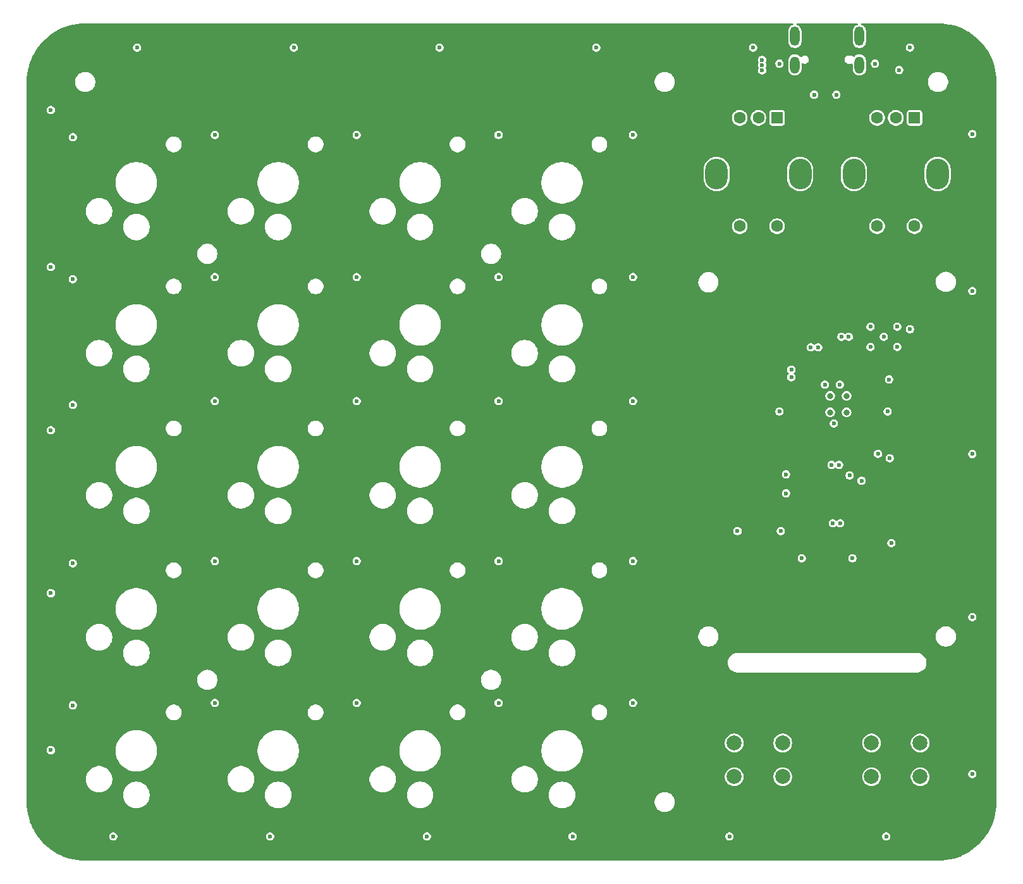
<source format=gbr>
%TF.GenerationSoftware,KiCad,Pcbnew,9.0.4*%
%TF.CreationDate,2025-10-10T02:19:08+02:00*%
%TF.ProjectId,ecad,65636164-2e6b-4696-9361-645f70636258,rev?*%
%TF.SameCoordinates,Original*%
%TF.FileFunction,Copper,L2,Inr*%
%TF.FilePolarity,Positive*%
%FSLAX46Y46*%
G04 Gerber Fmt 4.6, Leading zero omitted, Abs format (unit mm)*
G04 Created by KiCad (PCBNEW 9.0.4) date 2025-10-10 02:19:08*
%MOMM*%
%LPD*%
G01*
G04 APERTURE LIST*
G04 Aperture macros list*
%AMRoundRect*
0 Rectangle with rounded corners*
0 $1 Rounding radius*
0 $2 $3 $4 $5 $6 $7 $8 $9 X,Y pos of 4 corners*
0 Add a 4 corners polygon primitive as box body*
4,1,4,$2,$3,$4,$5,$6,$7,$8,$9,$2,$3,0*
0 Add four circle primitives for the rounded corners*
1,1,$1+$1,$2,$3*
1,1,$1+$1,$4,$5*
1,1,$1+$1,$6,$7*
1,1,$1+$1,$8,$9*
0 Add four rect primitives between the rounded corners*
20,1,$1+$1,$2,$3,$4,$5,0*
20,1,$1+$1,$4,$5,$6,$7,0*
20,1,$1+$1,$6,$7,$8,$9,0*
20,1,$1+$1,$8,$9,$2,$3,0*%
G04 Aperture macros list end*
%TA.AperFunction,ComponentPad*%
%ADD10RoundRect,0.250000X-0.550000X0.550000X-0.550000X-0.550000X0.550000X-0.550000X0.550000X0.550000X0*%
%TD*%
%TA.AperFunction,ComponentPad*%
%ADD11C,1.600000*%
%TD*%
%TA.AperFunction,ComponentPad*%
%ADD12O,3.000000X4.100000*%
%TD*%
%TA.AperFunction,ComponentPad*%
%ADD13C,2.000000*%
%TD*%
%TA.AperFunction,HeatsinkPad*%
%ADD14O,1.300000X2.600000*%
%TD*%
%TA.AperFunction,HeatsinkPad*%
%ADD15O,1.300000X2.300000*%
%TD*%
%TA.AperFunction,ViaPad*%
%ADD16C,0.600000*%
%TD*%
%TA.AperFunction,ViaPad*%
%ADD17C,0.800000*%
%TD*%
G04 APERTURE END LIST*
D10*
%TO.N,Net-(U2-GPIO28)*%
%TO.C,SW11*%
X164000000Y-78200000D03*
D11*
%TO.N,Net-(U2-GPIO27)*%
X159000000Y-78200000D03*
%TO.N,GND*%
X161500000Y-78200000D03*
%TO.N,Net-(U2-GPIO29)*%
X164000000Y-92700000D03*
%TO.N,GND*%
X159000000Y-92700000D03*
D12*
%TO.N,N/C*%
X167100000Y-85700000D03*
X155900000Y-85700000D03*
%TD*%
D13*
%TO.N,Net-(U2-GPIO16)*%
%TO.C,SW24*%
X176650000Y-161850000D03*
X183150000Y-161850000D03*
%TO.N,GND*%
X176650000Y-166350000D03*
X183150000Y-166350000D03*
%TD*%
D10*
%TO.N,Net-(U2-GPIO1)*%
%TO.C,SW10*%
X182400000Y-78200000D03*
D11*
%TO.N,Net-(U2-GPIO0)*%
X177400000Y-78200000D03*
%TO.N,GND*%
X179900000Y-78200000D03*
%TO.N,Net-(U2-GPIO2)*%
X182400000Y-92700000D03*
%TO.N,GND*%
X177400000Y-92700000D03*
D12*
%TO.N,N/C*%
X185500000Y-85700000D03*
X174300000Y-85700000D03*
%TD*%
D13*
%TO.N,Net-(U2-GPIO17)*%
%TO.C,SW25*%
X158250000Y-161850000D03*
X164750000Y-161850000D03*
%TO.N,GND*%
X158250000Y-166350000D03*
X164750000Y-166350000D03*
%TD*%
D14*
%TO.N,GND*%
%TO.C,J2*%
X166380000Y-67300000D03*
D15*
X166380000Y-71125000D03*
D14*
X175020000Y-67300000D03*
D15*
X175020000Y-71125000D03*
%TD*%
D16*
%TO.N,GND*%
X160792500Y-68800000D03*
X139792500Y-68800000D03*
X118792500Y-68800000D03*
X99292500Y-68800000D03*
X78292500Y-68800000D03*
X66750000Y-77157500D03*
X66750000Y-98157500D03*
X66750000Y-120007500D03*
X66750000Y-141807500D03*
X66750000Y-162807500D03*
X75107500Y-174350000D03*
X96107500Y-174350000D03*
X117107500Y-174350000D03*
X136607500Y-174350000D03*
X157607500Y-174350000D03*
X178607500Y-174350000D03*
X190150000Y-165992500D03*
X190150000Y-144992500D03*
X190150000Y-123185000D03*
X190150000Y-101360000D03*
X190150000Y-80360000D03*
X181810000Y-68800000D03*
%TO.N,/Switches/R1*%
X144700000Y-80500000D03*
X107700000Y-80500000D03*
X88700000Y-80500000D03*
X69700000Y-80800000D03*
X126700000Y-80500000D03*
%TO.N,/Switches/R2*%
X144700000Y-99500000D03*
X107700000Y-99500000D03*
X88700000Y-99500000D03*
X69700000Y-99800000D03*
X126700000Y-99500000D03*
%TO.N,/Switches/R4*%
X144700000Y-137500000D03*
X107700000Y-137500000D03*
X88700000Y-137500000D03*
X69700000Y-137800000D03*
X126700000Y-137500000D03*
%TO.N,/Switches/R5*%
X144700000Y-156500000D03*
X126700000Y-156500000D03*
X107700000Y-156500000D03*
X88700000Y-156500000D03*
X69700000Y-156800000D03*
%TO.N,+3.3V*%
X165210000Y-123360000D03*
X169700000Y-114900000D03*
X163300000Y-69150000D03*
X173450000Y-134850000D03*
X181800000Y-108450000D03*
X164700000Y-69150000D03*
X171950000Y-135500000D03*
X174700000Y-114900000D03*
X164700000Y-70050000D03*
X172450000Y-134850000D03*
X180200000Y-103950000D03*
X169700000Y-118100000D03*
X171800000Y-112000000D03*
X171450000Y-134850000D03*
X164000000Y-69150000D03*
X164000000Y-70050000D03*
X174700000Y-118100000D03*
%TO.N,+1V1*%
X171600000Y-119100000D03*
X172400000Y-113900000D03*
X170400000Y-113900000D03*
%TO.N,GND*%
X177500000Y-123150000D03*
X162000000Y-71850000D03*
X172450000Y-132450000D03*
D17*
X171100000Y-115400000D03*
D16*
X167300000Y-137150000D03*
X173700000Y-126050000D03*
X180350000Y-71800000D03*
X179300000Y-135100000D03*
X176500000Y-106150000D03*
X172600000Y-107500000D03*
X171300000Y-124630182D03*
X162000000Y-70450000D03*
X177100000Y-70950000D03*
X165200000Y-128440000D03*
X162000000Y-71150000D03*
X168500000Y-108900000D03*
X179100000Y-123750000D03*
D17*
X173300000Y-117600000D03*
X171100000Y-117600000D03*
D16*
X181800000Y-106500000D03*
X164300000Y-117500000D03*
X179000000Y-113200000D03*
X171450000Y-132450000D03*
D17*
X173300000Y-115400000D03*
D16*
X178300000Y-107500000D03*
X180100000Y-108850000D03*
X176500000Y-108850000D03*
X164300000Y-70950000D03*
X174100000Y-137150000D03*
X173600000Y-107500000D03*
X172300000Y-124630182D03*
X175300000Y-126750000D03*
X178800000Y-117500000D03*
X164500000Y-133500000D03*
X165900000Y-112900000D03*
X165200000Y-125900000D03*
X165900000Y-111900000D03*
X158700000Y-133500000D03*
X168950000Y-75100000D03*
X171950000Y-75100000D03*
X169500000Y-108900000D03*
X180100000Y-106150000D03*
%TO.N,/Switches/R3*%
X88700000Y-116100000D03*
X126700000Y-116100000D03*
X69700000Y-116600000D03*
X107700000Y-116100000D03*
X144700000Y-116100000D03*
%TD*%
%TA.AperFunction,Conductor*%
%TO.N,+3.3V*%
G36*
X166124959Y-65570185D02*
G01*
X166170714Y-65622989D01*
X166180658Y-65692147D01*
X166151633Y-65755703D01*
X166105372Y-65789060D01*
X166089134Y-65795786D01*
X165953458Y-65851983D01*
X165953446Y-65851990D01*
X165805965Y-65950535D01*
X165805961Y-65950538D01*
X165680538Y-66075961D01*
X165680535Y-66075965D01*
X165581990Y-66223446D01*
X165581983Y-66223459D01*
X165514106Y-66387332D01*
X165514103Y-66387341D01*
X165479500Y-66561304D01*
X165479500Y-68038695D01*
X165514103Y-68212658D01*
X165514106Y-68212667D01*
X165581983Y-68376540D01*
X165581990Y-68376553D01*
X165680535Y-68524034D01*
X165680538Y-68524038D01*
X165805961Y-68649461D01*
X165805965Y-68649464D01*
X165953446Y-68748009D01*
X165953459Y-68748016D01*
X166076363Y-68798923D01*
X166117334Y-68815894D01*
X166117336Y-68815894D01*
X166117341Y-68815896D01*
X166291304Y-68850499D01*
X166291307Y-68850500D01*
X166291309Y-68850500D01*
X166468693Y-68850500D01*
X166468694Y-68850499D01*
X166526682Y-68838964D01*
X166642658Y-68815896D01*
X166642661Y-68815894D01*
X166642666Y-68815894D01*
X166806547Y-68748013D01*
X166954035Y-68649464D01*
X167079464Y-68524035D01*
X167178013Y-68376547D01*
X167245894Y-68212666D01*
X167280500Y-68038691D01*
X167280500Y-66561309D01*
X167280500Y-66561306D01*
X167280499Y-66561304D01*
X167245896Y-66387341D01*
X167245893Y-66387332D01*
X167178016Y-66223459D01*
X167178009Y-66223446D01*
X167079464Y-66075965D01*
X167079461Y-66075961D01*
X166954038Y-65950538D01*
X166954034Y-65950535D01*
X166806553Y-65851990D01*
X166806541Y-65851983D01*
X166674718Y-65797382D01*
X166654627Y-65789060D01*
X166600224Y-65745221D01*
X166578159Y-65678927D01*
X166595438Y-65611227D01*
X166646575Y-65563617D01*
X166702080Y-65550500D01*
X174697920Y-65550500D01*
X174764959Y-65570185D01*
X174810714Y-65622989D01*
X174820658Y-65692147D01*
X174791633Y-65755703D01*
X174745372Y-65789060D01*
X174729134Y-65795786D01*
X174593458Y-65851983D01*
X174593446Y-65851990D01*
X174445965Y-65950535D01*
X174445961Y-65950538D01*
X174320538Y-66075961D01*
X174320535Y-66075965D01*
X174221990Y-66223446D01*
X174221983Y-66223459D01*
X174154106Y-66387332D01*
X174154103Y-66387341D01*
X174119500Y-66561304D01*
X174119500Y-68038695D01*
X174154103Y-68212658D01*
X174154106Y-68212667D01*
X174221983Y-68376540D01*
X174221990Y-68376553D01*
X174320535Y-68524034D01*
X174320538Y-68524038D01*
X174445961Y-68649461D01*
X174445965Y-68649464D01*
X174593446Y-68748009D01*
X174593459Y-68748016D01*
X174716363Y-68798923D01*
X174757334Y-68815894D01*
X174757336Y-68815894D01*
X174757341Y-68815896D01*
X174931304Y-68850499D01*
X174931307Y-68850500D01*
X174931309Y-68850500D01*
X175108693Y-68850500D01*
X175108694Y-68850499D01*
X175166682Y-68838964D01*
X175282658Y-68815896D01*
X175282661Y-68815894D01*
X175282666Y-68815894D01*
X175446547Y-68748013D01*
X175477209Y-68727525D01*
X181259500Y-68727525D01*
X181259500Y-68872475D01*
X181260682Y-68876885D01*
X181297017Y-69012488D01*
X181369488Y-69138011D01*
X181369490Y-69138013D01*
X181369491Y-69138015D01*
X181471985Y-69240509D01*
X181471986Y-69240510D01*
X181471988Y-69240511D01*
X181597511Y-69312982D01*
X181597512Y-69312982D01*
X181597515Y-69312984D01*
X181737525Y-69350500D01*
X181737528Y-69350500D01*
X181882472Y-69350500D01*
X181882475Y-69350500D01*
X182022485Y-69312984D01*
X182148015Y-69240509D01*
X182250509Y-69138015D01*
X182322984Y-69012485D01*
X182360500Y-68872475D01*
X182360500Y-68727525D01*
X182322984Y-68587515D01*
X182286335Y-68524038D01*
X182250511Y-68461988D01*
X182250506Y-68461982D01*
X182148017Y-68359493D01*
X182148011Y-68359488D01*
X182022488Y-68287017D01*
X182022489Y-68287017D01*
X182011006Y-68283940D01*
X181882475Y-68249500D01*
X181737525Y-68249500D01*
X181608993Y-68283940D01*
X181597511Y-68287017D01*
X181471988Y-68359488D01*
X181471982Y-68359493D01*
X181369493Y-68461982D01*
X181369488Y-68461988D01*
X181297017Y-68587511D01*
X181297016Y-68587515D01*
X181259500Y-68727525D01*
X175477209Y-68727525D01*
X175594035Y-68649464D01*
X175599026Y-68644473D01*
X175611783Y-68631717D01*
X175719461Y-68524038D01*
X175719464Y-68524035D01*
X175818013Y-68376547D01*
X175885894Y-68212666D01*
X175920500Y-68038691D01*
X175920500Y-66561309D01*
X175920500Y-66561306D01*
X175920499Y-66561304D01*
X175885896Y-66387341D01*
X175885893Y-66387332D01*
X175818016Y-66223459D01*
X175818009Y-66223446D01*
X175719464Y-66075965D01*
X175719461Y-66075961D01*
X175594038Y-65950538D01*
X175594034Y-65950535D01*
X175446553Y-65851990D01*
X175446541Y-65851983D01*
X175314718Y-65797382D01*
X175294627Y-65789060D01*
X175240224Y-65745221D01*
X175218159Y-65678927D01*
X175235438Y-65611227D01*
X175286575Y-65563617D01*
X175342080Y-65550500D01*
X185502404Y-65550500D01*
X185547874Y-65550500D01*
X185552106Y-65550571D01*
X186081448Y-65568654D01*
X186089871Y-65569231D01*
X186614651Y-65623180D01*
X186622990Y-65624326D01*
X187053898Y-65698622D01*
X187142857Y-65713960D01*
X187151146Y-65715682D01*
X187663668Y-65840581D01*
X187671782Y-65842854D01*
X188011065Y-65950538D01*
X188174594Y-66002440D01*
X188182572Y-66005275D01*
X188359756Y-66075147D01*
X188673327Y-66198803D01*
X188681074Y-66202169D01*
X189157461Y-66428729D01*
X189164953Y-66432610D01*
X189393844Y-66561309D01*
X189624780Y-66691158D01*
X189632014Y-66695557D01*
X190073122Y-66984880D01*
X190080031Y-66989757D01*
X190500354Y-67308498D01*
X190506922Y-67313842D01*
X190904506Y-67660517D01*
X190910694Y-67666296D01*
X191283703Y-68039305D01*
X191289482Y-68045493D01*
X191636157Y-68443077D01*
X191641501Y-68449645D01*
X191960242Y-68869968D01*
X191965125Y-68876885D01*
X192254442Y-69317985D01*
X192258841Y-69325219D01*
X192517382Y-69785033D01*
X192521277Y-69792551D01*
X192747826Y-70268916D01*
X192751200Y-70276682D01*
X192944724Y-70767427D01*
X192947559Y-70775405D01*
X193107139Y-71278198D01*
X193109423Y-71286351D01*
X193234316Y-71798852D01*
X193236039Y-71807142D01*
X193325669Y-72326985D01*
X193326822Y-72335373D01*
X193380767Y-72860115D01*
X193381345Y-72868562D01*
X193399426Y-73397834D01*
X193399498Y-73402068D01*
X193399500Y-169702404D01*
X193399500Y-169747873D01*
X193399428Y-169752107D01*
X193381345Y-170281437D01*
X193380767Y-170289884D01*
X193326822Y-170814626D01*
X193325669Y-170823014D01*
X193236039Y-171342857D01*
X193234316Y-171351147D01*
X193109423Y-171863648D01*
X193107139Y-171871801D01*
X192947559Y-172374594D01*
X192944724Y-172382572D01*
X192751200Y-172873317D01*
X192747826Y-172881083D01*
X192521277Y-173357448D01*
X192517382Y-173364966D01*
X192258841Y-173824780D01*
X192254442Y-173832014D01*
X191965125Y-174273114D01*
X191960242Y-174280031D01*
X191641501Y-174700354D01*
X191636157Y-174706922D01*
X191289482Y-175104506D01*
X191283703Y-175110694D01*
X190910694Y-175483703D01*
X190904506Y-175489482D01*
X190506922Y-175836157D01*
X190500354Y-175841501D01*
X190080031Y-176160242D01*
X190073114Y-176165125D01*
X189632014Y-176454442D01*
X189624780Y-176458841D01*
X189164966Y-176717382D01*
X189157448Y-176721277D01*
X188681083Y-176947826D01*
X188673317Y-176951200D01*
X188182572Y-177144724D01*
X188174594Y-177147559D01*
X187671801Y-177307139D01*
X187663648Y-177309423D01*
X187151147Y-177434316D01*
X187142857Y-177436039D01*
X186623014Y-177525669D01*
X186614626Y-177526822D01*
X186089884Y-177580767D01*
X186081437Y-177581345D01*
X185552136Y-177599427D01*
X185547902Y-177599499D01*
X71352125Y-177599499D01*
X71347892Y-177599427D01*
X70818563Y-177581346D01*
X70810115Y-177580768D01*
X70285373Y-177526823D01*
X70276985Y-177525670D01*
X69757142Y-177436040D01*
X69748852Y-177434317D01*
X69236351Y-177309424D01*
X69228198Y-177307140D01*
X68725405Y-177147560D01*
X68717427Y-177144725D01*
X68226682Y-176951201D01*
X68218916Y-176947827D01*
X67742551Y-176721278D01*
X67735033Y-176717383D01*
X67275219Y-176458842D01*
X67267985Y-176454443D01*
X66826885Y-176165126D01*
X66819968Y-176160243D01*
X66399645Y-175841502D01*
X66393077Y-175836158D01*
X65995493Y-175489483D01*
X65989305Y-175483704D01*
X65616296Y-175110695D01*
X65610517Y-175104507D01*
X65432632Y-174900500D01*
X65263832Y-174706912D01*
X65258507Y-174700367D01*
X64939750Y-174280024D01*
X64937986Y-174277525D01*
X74557000Y-174277525D01*
X74557000Y-174422475D01*
X74594516Y-174562485D01*
X74594517Y-174562488D01*
X74666988Y-174688011D01*
X74666990Y-174688013D01*
X74666991Y-174688015D01*
X74769485Y-174790509D01*
X74769486Y-174790510D01*
X74769488Y-174790511D01*
X74895011Y-174862982D01*
X74895012Y-174862982D01*
X74895015Y-174862984D01*
X75035025Y-174900500D01*
X75035028Y-174900500D01*
X75179972Y-174900500D01*
X75179975Y-174900500D01*
X75319985Y-174862984D01*
X75445515Y-174790509D01*
X75548009Y-174688015D01*
X75620484Y-174562485D01*
X75658000Y-174422475D01*
X75658000Y-174277525D01*
X95557000Y-174277525D01*
X95557000Y-174422475D01*
X95594516Y-174562485D01*
X95594517Y-174562488D01*
X95666988Y-174688011D01*
X95666990Y-174688013D01*
X95666991Y-174688015D01*
X95769485Y-174790509D01*
X95769486Y-174790510D01*
X95769488Y-174790511D01*
X95895011Y-174862982D01*
X95895012Y-174862982D01*
X95895015Y-174862984D01*
X96035025Y-174900500D01*
X96035028Y-174900500D01*
X96179972Y-174900500D01*
X96179975Y-174900500D01*
X96319985Y-174862984D01*
X96445515Y-174790509D01*
X96548009Y-174688015D01*
X96620484Y-174562485D01*
X96658000Y-174422475D01*
X96658000Y-174277525D01*
X116557000Y-174277525D01*
X116557000Y-174422475D01*
X116594516Y-174562485D01*
X116594517Y-174562488D01*
X116666988Y-174688011D01*
X116666990Y-174688013D01*
X116666991Y-174688015D01*
X116769485Y-174790509D01*
X116769486Y-174790510D01*
X116769488Y-174790511D01*
X116895011Y-174862982D01*
X116895012Y-174862982D01*
X116895015Y-174862984D01*
X117035025Y-174900500D01*
X117035028Y-174900500D01*
X117179972Y-174900500D01*
X117179975Y-174900500D01*
X117319985Y-174862984D01*
X117445515Y-174790509D01*
X117548009Y-174688015D01*
X117620484Y-174562485D01*
X117658000Y-174422475D01*
X117658000Y-174277525D01*
X136057000Y-174277525D01*
X136057000Y-174422475D01*
X136094516Y-174562485D01*
X136094517Y-174562488D01*
X136166988Y-174688011D01*
X136166990Y-174688013D01*
X136166991Y-174688015D01*
X136269485Y-174790509D01*
X136269486Y-174790510D01*
X136269488Y-174790511D01*
X136395011Y-174862982D01*
X136395012Y-174862982D01*
X136395015Y-174862984D01*
X136535025Y-174900500D01*
X136535028Y-174900500D01*
X136679972Y-174900500D01*
X136679975Y-174900500D01*
X136819985Y-174862984D01*
X136945515Y-174790509D01*
X137048009Y-174688015D01*
X137120484Y-174562485D01*
X137158000Y-174422475D01*
X137158000Y-174277525D01*
X157057000Y-174277525D01*
X157057000Y-174422475D01*
X157094516Y-174562485D01*
X157094517Y-174562488D01*
X157166988Y-174688011D01*
X157166990Y-174688013D01*
X157166991Y-174688015D01*
X157269485Y-174790509D01*
X157269486Y-174790510D01*
X157269488Y-174790511D01*
X157395011Y-174862982D01*
X157395012Y-174862982D01*
X157395015Y-174862984D01*
X157535025Y-174900500D01*
X157535028Y-174900500D01*
X157679972Y-174900500D01*
X157679975Y-174900500D01*
X157819985Y-174862984D01*
X157945515Y-174790509D01*
X158048009Y-174688015D01*
X158120484Y-174562485D01*
X158158000Y-174422475D01*
X158158000Y-174277525D01*
X178057000Y-174277525D01*
X178057000Y-174422475D01*
X178094516Y-174562485D01*
X178094517Y-174562488D01*
X178166988Y-174688011D01*
X178166990Y-174688013D01*
X178166991Y-174688015D01*
X178269485Y-174790509D01*
X178269486Y-174790510D01*
X178269488Y-174790511D01*
X178395011Y-174862982D01*
X178395012Y-174862982D01*
X178395015Y-174862984D01*
X178535025Y-174900500D01*
X178535028Y-174900500D01*
X178679972Y-174900500D01*
X178679975Y-174900500D01*
X178819985Y-174862984D01*
X178945515Y-174790509D01*
X179048009Y-174688015D01*
X179120484Y-174562485D01*
X179158000Y-174422475D01*
X179158000Y-174277525D01*
X179120484Y-174137515D01*
X179048009Y-174011985D01*
X178945515Y-173909491D01*
X178945513Y-173909490D01*
X178945511Y-173909488D01*
X178819988Y-173837017D01*
X178819989Y-173837017D01*
X178801317Y-173832014D01*
X178679975Y-173799500D01*
X178535025Y-173799500D01*
X178413683Y-173832014D01*
X178395011Y-173837017D01*
X178269488Y-173909488D01*
X178269482Y-173909493D01*
X178166993Y-174011982D01*
X178166988Y-174011988D01*
X178094517Y-174137511D01*
X178094516Y-174137515D01*
X178057000Y-174277525D01*
X158158000Y-174277525D01*
X158120484Y-174137515D01*
X158048009Y-174011985D01*
X157945515Y-173909491D01*
X157945513Y-173909490D01*
X157945511Y-173909488D01*
X157819988Y-173837017D01*
X157819989Y-173837017D01*
X157801317Y-173832014D01*
X157679975Y-173799500D01*
X157535025Y-173799500D01*
X157413683Y-173832014D01*
X157395011Y-173837017D01*
X157269488Y-173909488D01*
X157269482Y-173909493D01*
X157166993Y-174011982D01*
X157166988Y-174011988D01*
X157094517Y-174137511D01*
X157094516Y-174137515D01*
X157057000Y-174277525D01*
X137158000Y-174277525D01*
X137120484Y-174137515D01*
X137048009Y-174011985D01*
X136945515Y-173909491D01*
X136945513Y-173909490D01*
X136945511Y-173909488D01*
X136819988Y-173837017D01*
X136819989Y-173837017D01*
X136801317Y-173832014D01*
X136679975Y-173799500D01*
X136535025Y-173799500D01*
X136413683Y-173832014D01*
X136395011Y-173837017D01*
X136269488Y-173909488D01*
X136269482Y-173909493D01*
X136166993Y-174011982D01*
X136166988Y-174011988D01*
X136094517Y-174137511D01*
X136094516Y-174137515D01*
X136057000Y-174277525D01*
X117658000Y-174277525D01*
X117620484Y-174137515D01*
X117548009Y-174011985D01*
X117445515Y-173909491D01*
X117445513Y-173909490D01*
X117445511Y-173909488D01*
X117319988Y-173837017D01*
X117319989Y-173837017D01*
X117301317Y-173832014D01*
X117179975Y-173799500D01*
X117035025Y-173799500D01*
X116913683Y-173832014D01*
X116895011Y-173837017D01*
X116769488Y-173909488D01*
X116769482Y-173909493D01*
X116666993Y-174011982D01*
X116666988Y-174011988D01*
X116594517Y-174137511D01*
X116594516Y-174137515D01*
X116557000Y-174277525D01*
X96658000Y-174277525D01*
X96620484Y-174137515D01*
X96548009Y-174011985D01*
X96445515Y-173909491D01*
X96445513Y-173909490D01*
X96445511Y-173909488D01*
X96319988Y-173837017D01*
X96319989Y-173837017D01*
X96301317Y-173832014D01*
X96179975Y-173799500D01*
X96035025Y-173799500D01*
X95913683Y-173832014D01*
X95895011Y-173837017D01*
X95769488Y-173909488D01*
X95769482Y-173909493D01*
X95666993Y-174011982D01*
X95666988Y-174011988D01*
X95594517Y-174137511D01*
X95594516Y-174137515D01*
X95557000Y-174277525D01*
X75658000Y-174277525D01*
X75620484Y-174137515D01*
X75548009Y-174011985D01*
X75445515Y-173909491D01*
X75445513Y-173909490D01*
X75445511Y-173909488D01*
X75319988Y-173837017D01*
X75319989Y-173837017D01*
X75301317Y-173832014D01*
X75179975Y-173799500D01*
X75035025Y-173799500D01*
X74913683Y-173832014D01*
X74895011Y-173837017D01*
X74769488Y-173909488D01*
X74769482Y-173909493D01*
X74666993Y-174011982D01*
X74666988Y-174011988D01*
X74594517Y-174137511D01*
X74594516Y-174137515D01*
X74557000Y-174277525D01*
X64937986Y-174277525D01*
X64934873Y-174273115D01*
X64934872Y-174273114D01*
X64645555Y-173832014D01*
X64641157Y-173824781D01*
X64591053Y-173735672D01*
X64382609Y-173364954D01*
X64378728Y-173357462D01*
X64152168Y-172881075D01*
X64148798Y-172873318D01*
X63955274Y-172382573D01*
X63952439Y-172374595D01*
X63898410Y-172204364D01*
X63792853Y-171871783D01*
X63790580Y-171863669D01*
X63665682Y-171351147D01*
X63663960Y-171342858D01*
X63663960Y-171342857D01*
X63574325Y-170822990D01*
X63573179Y-170814652D01*
X63519230Y-170289872D01*
X63518653Y-170281437D01*
X63518208Y-170268414D01*
X63500572Y-169752136D01*
X63500500Y-169747903D01*
X63500500Y-168683634D01*
X76424500Y-168683634D01*
X76424500Y-168916365D01*
X76424501Y-168916382D01*
X76454878Y-169147122D01*
X76515120Y-169371947D01*
X76604180Y-169586960D01*
X76604188Y-169586976D01*
X76720553Y-169788524D01*
X76720564Y-169788540D01*
X76862242Y-169973179D01*
X76862248Y-169973186D01*
X77026813Y-170137751D01*
X77026819Y-170137756D01*
X77211468Y-170279442D01*
X77211475Y-170279446D01*
X77413023Y-170395811D01*
X77413039Y-170395819D01*
X77628052Y-170484879D01*
X77628054Y-170484879D01*
X77628060Y-170484882D01*
X77852874Y-170545121D01*
X78083628Y-170575500D01*
X78083635Y-170575500D01*
X78316365Y-170575500D01*
X78316372Y-170575500D01*
X78547126Y-170545121D01*
X78771940Y-170484882D01*
X78837284Y-170457816D01*
X78986960Y-170395819D01*
X78986963Y-170395817D01*
X78986969Y-170395815D01*
X79188532Y-170279442D01*
X79373181Y-170137756D01*
X79537756Y-169973181D01*
X79679442Y-169788532D01*
X79795815Y-169586969D01*
X79884882Y-169371940D01*
X79945121Y-169147126D01*
X79975500Y-168916372D01*
X79975500Y-168683634D01*
X95424500Y-168683634D01*
X95424500Y-168916365D01*
X95424501Y-168916382D01*
X95454878Y-169147122D01*
X95515120Y-169371947D01*
X95604180Y-169586960D01*
X95604188Y-169586976D01*
X95720553Y-169788524D01*
X95720564Y-169788540D01*
X95862242Y-169973179D01*
X95862248Y-169973186D01*
X96026813Y-170137751D01*
X96026819Y-170137756D01*
X96211468Y-170279442D01*
X96211475Y-170279446D01*
X96413023Y-170395811D01*
X96413039Y-170395819D01*
X96628052Y-170484879D01*
X96628054Y-170484879D01*
X96628060Y-170484882D01*
X96852874Y-170545121D01*
X97083628Y-170575500D01*
X97083635Y-170575500D01*
X97316365Y-170575500D01*
X97316372Y-170575500D01*
X97547126Y-170545121D01*
X97771940Y-170484882D01*
X97837284Y-170457816D01*
X97986960Y-170395819D01*
X97986963Y-170395817D01*
X97986969Y-170395815D01*
X98188532Y-170279442D01*
X98373181Y-170137756D01*
X98537756Y-169973181D01*
X98679442Y-169788532D01*
X98795815Y-169586969D01*
X98884882Y-169371940D01*
X98945121Y-169147126D01*
X98975500Y-168916372D01*
X98975500Y-168683634D01*
X114424500Y-168683634D01*
X114424500Y-168916365D01*
X114424501Y-168916382D01*
X114454878Y-169147122D01*
X114515120Y-169371947D01*
X114604180Y-169586960D01*
X114604188Y-169586976D01*
X114720553Y-169788524D01*
X114720564Y-169788540D01*
X114862242Y-169973179D01*
X114862248Y-169973186D01*
X115026813Y-170137751D01*
X115026819Y-170137756D01*
X115211468Y-170279442D01*
X115211475Y-170279446D01*
X115413023Y-170395811D01*
X115413039Y-170395819D01*
X115628052Y-170484879D01*
X115628054Y-170484879D01*
X115628060Y-170484882D01*
X115852874Y-170545121D01*
X116083628Y-170575500D01*
X116083635Y-170575500D01*
X116316365Y-170575500D01*
X116316372Y-170575500D01*
X116547126Y-170545121D01*
X116771940Y-170484882D01*
X116837284Y-170457816D01*
X116986960Y-170395819D01*
X116986963Y-170395817D01*
X116986969Y-170395815D01*
X117188532Y-170279442D01*
X117373181Y-170137756D01*
X117537756Y-169973181D01*
X117679442Y-169788532D01*
X117795815Y-169586969D01*
X117884882Y-169371940D01*
X117945121Y-169147126D01*
X117975500Y-168916372D01*
X117975500Y-168683634D01*
X133424500Y-168683634D01*
X133424500Y-168916365D01*
X133424501Y-168916382D01*
X133454878Y-169147122D01*
X133515120Y-169371947D01*
X133604180Y-169586960D01*
X133604188Y-169586976D01*
X133720553Y-169788524D01*
X133720564Y-169788540D01*
X133862242Y-169973179D01*
X133862248Y-169973186D01*
X134026813Y-170137751D01*
X134026819Y-170137756D01*
X134211468Y-170279442D01*
X134211475Y-170279446D01*
X134413023Y-170395811D01*
X134413039Y-170395819D01*
X134628052Y-170484879D01*
X134628054Y-170484879D01*
X134628060Y-170484882D01*
X134852874Y-170545121D01*
X135083628Y-170575500D01*
X135083635Y-170575500D01*
X135316365Y-170575500D01*
X135316372Y-170575500D01*
X135547126Y-170545121D01*
X135771940Y-170484882D01*
X135837284Y-170457816D01*
X135986960Y-170395819D01*
X135986963Y-170395817D01*
X135986969Y-170395815D01*
X136188532Y-170279442D01*
X136373181Y-170137756D01*
X136537756Y-169973181D01*
X136679442Y-169788532D01*
X136763054Y-169643713D01*
X147599500Y-169643713D01*
X147599500Y-169856286D01*
X147626481Y-170026641D01*
X147632754Y-170066243D01*
X147655990Y-170137757D01*
X147698444Y-170268414D01*
X147794951Y-170457820D01*
X147919890Y-170629786D01*
X148070213Y-170780109D01*
X148242179Y-170905048D01*
X148242181Y-170905049D01*
X148242184Y-170905051D01*
X148431588Y-171001557D01*
X148633757Y-171067246D01*
X148843713Y-171100500D01*
X148843714Y-171100500D01*
X149056286Y-171100500D01*
X149056287Y-171100500D01*
X149266243Y-171067246D01*
X149468412Y-171001557D01*
X149657816Y-170905051D01*
X149770730Y-170823015D01*
X149829786Y-170780109D01*
X149829788Y-170780106D01*
X149829792Y-170780104D01*
X149980104Y-170629792D01*
X149980106Y-170629788D01*
X149980109Y-170629786D01*
X150105048Y-170457820D01*
X150105047Y-170457820D01*
X150105051Y-170457816D01*
X150201557Y-170268412D01*
X150267246Y-170066243D01*
X150300500Y-169856287D01*
X150300500Y-169643713D01*
X150267246Y-169433757D01*
X150201557Y-169231588D01*
X150105051Y-169042184D01*
X150105049Y-169042181D01*
X150105048Y-169042179D01*
X149980109Y-168870213D01*
X149829786Y-168719890D01*
X149657820Y-168594951D01*
X149468414Y-168498444D01*
X149468413Y-168498443D01*
X149468412Y-168498443D01*
X149266243Y-168432754D01*
X149266241Y-168432753D01*
X149266240Y-168432753D01*
X149104957Y-168407208D01*
X149056287Y-168399500D01*
X148843713Y-168399500D01*
X148795042Y-168407208D01*
X148633760Y-168432753D01*
X148431585Y-168498444D01*
X148242179Y-168594951D01*
X148070213Y-168719890D01*
X147919890Y-168870213D01*
X147794951Y-169042179D01*
X147698444Y-169231585D01*
X147632753Y-169433760D01*
X147599500Y-169643713D01*
X136763054Y-169643713D01*
X136795815Y-169586969D01*
X136884882Y-169371940D01*
X136945121Y-169147126D01*
X136975500Y-168916372D01*
X136975500Y-168683628D01*
X136945121Y-168452874D01*
X136884882Y-168228060D01*
X136806057Y-168037757D01*
X136795819Y-168013039D01*
X136795811Y-168013023D01*
X136679446Y-167811475D01*
X136679442Y-167811468D01*
X136537756Y-167626819D01*
X136537751Y-167626813D01*
X136373186Y-167462248D01*
X136373179Y-167462242D01*
X136188540Y-167320564D01*
X136188538Y-167320562D01*
X136188532Y-167320558D01*
X136188527Y-167320555D01*
X136188524Y-167320553D01*
X135986976Y-167204188D01*
X135986960Y-167204180D01*
X135771947Y-167115120D01*
X135547122Y-167054878D01*
X135316382Y-167024501D01*
X135316377Y-167024500D01*
X135316372Y-167024500D01*
X135083628Y-167024500D01*
X135083622Y-167024500D01*
X135083617Y-167024501D01*
X134852877Y-167054878D01*
X134628052Y-167115120D01*
X134413039Y-167204180D01*
X134413023Y-167204188D01*
X134211475Y-167320553D01*
X134211459Y-167320564D01*
X134026820Y-167462242D01*
X134026813Y-167462248D01*
X133862248Y-167626813D01*
X133862242Y-167626820D01*
X133720564Y-167811459D01*
X133720553Y-167811475D01*
X133604188Y-168013023D01*
X133604180Y-168013039D01*
X133515120Y-168228052D01*
X133454878Y-168452877D01*
X133424501Y-168683617D01*
X133424500Y-168683634D01*
X117975500Y-168683634D01*
X117975500Y-168683628D01*
X117945121Y-168452874D01*
X117884882Y-168228060D01*
X117806057Y-168037757D01*
X117795819Y-168013039D01*
X117795811Y-168013023D01*
X117679446Y-167811475D01*
X117679442Y-167811468D01*
X117537756Y-167626819D01*
X117537751Y-167626813D01*
X117373186Y-167462248D01*
X117373179Y-167462242D01*
X117188540Y-167320564D01*
X117188538Y-167320562D01*
X117188532Y-167320558D01*
X117188527Y-167320555D01*
X117188524Y-167320553D01*
X116986976Y-167204188D01*
X116986960Y-167204180D01*
X116771947Y-167115120D01*
X116547122Y-167054878D01*
X116316382Y-167024501D01*
X116316377Y-167024500D01*
X116316372Y-167024500D01*
X116083628Y-167024500D01*
X116083622Y-167024500D01*
X116083617Y-167024501D01*
X115852877Y-167054878D01*
X115628052Y-167115120D01*
X115413039Y-167204180D01*
X115413023Y-167204188D01*
X115211475Y-167320553D01*
X115211459Y-167320564D01*
X115026820Y-167462242D01*
X115026813Y-167462248D01*
X114862248Y-167626813D01*
X114862242Y-167626820D01*
X114720564Y-167811459D01*
X114720553Y-167811475D01*
X114604188Y-168013023D01*
X114604180Y-168013039D01*
X114515120Y-168228052D01*
X114454878Y-168452877D01*
X114424501Y-168683617D01*
X114424500Y-168683634D01*
X98975500Y-168683634D01*
X98975500Y-168683628D01*
X98945121Y-168452874D01*
X98884882Y-168228060D01*
X98806057Y-168037757D01*
X98795819Y-168013039D01*
X98795811Y-168013023D01*
X98679446Y-167811475D01*
X98679442Y-167811468D01*
X98537756Y-167626819D01*
X98537751Y-167626813D01*
X98373186Y-167462248D01*
X98373179Y-167462242D01*
X98188540Y-167320564D01*
X98188538Y-167320562D01*
X98188532Y-167320558D01*
X98188527Y-167320555D01*
X98188524Y-167320553D01*
X97986976Y-167204188D01*
X97986960Y-167204180D01*
X97771947Y-167115120D01*
X97547122Y-167054878D01*
X97316382Y-167024501D01*
X97316377Y-167024500D01*
X97316372Y-167024500D01*
X97083628Y-167024500D01*
X97083622Y-167024500D01*
X97083617Y-167024501D01*
X96852877Y-167054878D01*
X96628052Y-167115120D01*
X96413039Y-167204180D01*
X96413023Y-167204188D01*
X96211475Y-167320553D01*
X96211459Y-167320564D01*
X96026820Y-167462242D01*
X96026813Y-167462248D01*
X95862248Y-167626813D01*
X95862242Y-167626820D01*
X95720564Y-167811459D01*
X95720553Y-167811475D01*
X95604188Y-168013023D01*
X95604180Y-168013039D01*
X95515120Y-168228052D01*
X95454878Y-168452877D01*
X95424501Y-168683617D01*
X95424500Y-168683634D01*
X79975500Y-168683634D01*
X79975500Y-168683628D01*
X79945121Y-168452874D01*
X79884882Y-168228060D01*
X79806057Y-168037757D01*
X79795819Y-168013039D01*
X79795811Y-168013023D01*
X79679446Y-167811475D01*
X79679442Y-167811468D01*
X79537756Y-167626819D01*
X79537751Y-167626813D01*
X79373186Y-167462248D01*
X79373179Y-167462242D01*
X79188540Y-167320564D01*
X79188538Y-167320562D01*
X79188532Y-167320558D01*
X79188527Y-167320555D01*
X79188524Y-167320553D01*
X78986976Y-167204188D01*
X78986960Y-167204180D01*
X78771947Y-167115120D01*
X78547122Y-167054878D01*
X78316382Y-167024501D01*
X78316377Y-167024500D01*
X78316372Y-167024500D01*
X78083628Y-167024500D01*
X78083622Y-167024500D01*
X78083617Y-167024501D01*
X77852877Y-167054878D01*
X77628052Y-167115120D01*
X77413039Y-167204180D01*
X77413023Y-167204188D01*
X77211475Y-167320553D01*
X77211459Y-167320564D01*
X77026820Y-167462242D01*
X77026813Y-167462248D01*
X76862248Y-167626813D01*
X76862242Y-167626820D01*
X76720564Y-167811459D01*
X76720553Y-167811475D01*
X76604188Y-168013023D01*
X76604180Y-168013039D01*
X76515120Y-168228052D01*
X76454878Y-168452877D01*
X76424501Y-168683617D01*
X76424500Y-168683634D01*
X63500500Y-168683634D01*
X63500500Y-166583628D01*
X71424500Y-166583628D01*
X71424500Y-166816372D01*
X71454879Y-167047126D01*
X71473097Y-167115118D01*
X71515120Y-167271947D01*
X71604180Y-167486960D01*
X71604188Y-167486976D01*
X71720553Y-167688524D01*
X71720564Y-167688540D01*
X71862242Y-167873179D01*
X71862248Y-167873186D01*
X72026813Y-168037751D01*
X72026819Y-168037756D01*
X72211468Y-168179442D01*
X72211475Y-168179446D01*
X72413023Y-168295811D01*
X72413039Y-168295819D01*
X72628052Y-168384879D01*
X72628054Y-168384879D01*
X72628060Y-168384882D01*
X72852874Y-168445121D01*
X73083628Y-168475500D01*
X73083635Y-168475500D01*
X73316365Y-168475500D01*
X73316372Y-168475500D01*
X73547126Y-168445121D01*
X73771940Y-168384882D01*
X73829953Y-168360852D01*
X73986960Y-168295819D01*
X73986963Y-168295817D01*
X73986969Y-168295815D01*
X74188532Y-168179442D01*
X74373181Y-168037756D01*
X74537756Y-167873181D01*
X74679442Y-167688532D01*
X74795815Y-167486969D01*
X74806057Y-167462244D01*
X74884879Y-167271947D01*
X74884878Y-167271947D01*
X74884882Y-167271940D01*
X74945121Y-167047126D01*
X74975500Y-166816372D01*
X74975500Y-166583628D01*
X90424500Y-166583628D01*
X90424500Y-166816372D01*
X90454879Y-167047126D01*
X90473097Y-167115118D01*
X90515120Y-167271947D01*
X90604180Y-167486960D01*
X90604188Y-167486976D01*
X90720553Y-167688524D01*
X90720564Y-167688540D01*
X90862242Y-167873179D01*
X90862248Y-167873186D01*
X91026813Y-168037751D01*
X91026819Y-168037756D01*
X91211468Y-168179442D01*
X91211475Y-168179446D01*
X91413023Y-168295811D01*
X91413039Y-168295819D01*
X91628052Y-168384879D01*
X91628054Y-168384879D01*
X91628060Y-168384882D01*
X91852874Y-168445121D01*
X92083628Y-168475500D01*
X92083635Y-168475500D01*
X92316365Y-168475500D01*
X92316372Y-168475500D01*
X92547126Y-168445121D01*
X92771940Y-168384882D01*
X92829953Y-168360852D01*
X92986960Y-168295819D01*
X92986963Y-168295817D01*
X92986969Y-168295815D01*
X93188532Y-168179442D01*
X93373181Y-168037756D01*
X93537756Y-167873181D01*
X93679442Y-167688532D01*
X93795815Y-167486969D01*
X93806057Y-167462244D01*
X93884879Y-167271947D01*
X93884878Y-167271947D01*
X93884882Y-167271940D01*
X93945121Y-167047126D01*
X93975500Y-166816372D01*
X93975500Y-166583628D01*
X109424500Y-166583628D01*
X109424500Y-166816372D01*
X109454879Y-167047126D01*
X109473097Y-167115118D01*
X109515120Y-167271947D01*
X109604180Y-167486960D01*
X109604188Y-167486976D01*
X109720553Y-167688524D01*
X109720564Y-167688540D01*
X109862242Y-167873179D01*
X109862248Y-167873186D01*
X110026813Y-168037751D01*
X110026819Y-168037756D01*
X110211468Y-168179442D01*
X110211475Y-168179446D01*
X110413023Y-168295811D01*
X110413039Y-168295819D01*
X110628052Y-168384879D01*
X110628054Y-168384879D01*
X110628060Y-168384882D01*
X110852874Y-168445121D01*
X111083628Y-168475500D01*
X111083635Y-168475500D01*
X111316365Y-168475500D01*
X111316372Y-168475500D01*
X111547126Y-168445121D01*
X111771940Y-168384882D01*
X111829953Y-168360852D01*
X111986960Y-168295819D01*
X111986963Y-168295817D01*
X111986969Y-168295815D01*
X112188532Y-168179442D01*
X112373181Y-168037756D01*
X112537756Y-167873181D01*
X112679442Y-167688532D01*
X112795815Y-167486969D01*
X112806057Y-167462244D01*
X112884879Y-167271947D01*
X112884878Y-167271947D01*
X112884882Y-167271940D01*
X112945121Y-167047126D01*
X112975500Y-166816372D01*
X112975500Y-166583628D01*
X128424500Y-166583628D01*
X128424500Y-166816372D01*
X128454879Y-167047126D01*
X128473097Y-167115118D01*
X128515120Y-167271947D01*
X128604180Y-167486960D01*
X128604188Y-167486976D01*
X128720553Y-167688524D01*
X128720564Y-167688540D01*
X128862242Y-167873179D01*
X128862248Y-167873186D01*
X129026813Y-168037751D01*
X129026819Y-168037756D01*
X129211468Y-168179442D01*
X129211475Y-168179446D01*
X129413023Y-168295811D01*
X129413039Y-168295819D01*
X129628052Y-168384879D01*
X129628054Y-168384879D01*
X129628060Y-168384882D01*
X129852874Y-168445121D01*
X130083628Y-168475500D01*
X130083635Y-168475500D01*
X130316365Y-168475500D01*
X130316372Y-168475500D01*
X130547126Y-168445121D01*
X130771940Y-168384882D01*
X130829953Y-168360852D01*
X130986960Y-168295819D01*
X130986963Y-168295817D01*
X130986969Y-168295815D01*
X131188532Y-168179442D01*
X131373181Y-168037756D01*
X131537756Y-167873181D01*
X131679442Y-167688532D01*
X131795815Y-167486969D01*
X131806057Y-167462244D01*
X131884879Y-167271947D01*
X131884878Y-167271947D01*
X131884882Y-167271940D01*
X131945121Y-167047126D01*
X131975500Y-166816372D01*
X131975500Y-166583628D01*
X131945121Y-166352874D01*
X131917978Y-166251577D01*
X156999500Y-166251577D01*
X156999500Y-166448422D01*
X157030290Y-166642826D01*
X157091117Y-166830029D01*
X157180476Y-167005405D01*
X157296172Y-167164646D01*
X157435354Y-167303828D01*
X157594595Y-167419524D01*
X157677455Y-167461743D01*
X157769970Y-167508882D01*
X157769972Y-167508882D01*
X157769975Y-167508884D01*
X157870317Y-167541487D01*
X157957173Y-167569709D01*
X158151578Y-167600500D01*
X158151583Y-167600500D01*
X158348422Y-167600500D01*
X158542826Y-167569709D01*
X158730025Y-167508884D01*
X158905405Y-167419524D01*
X159064646Y-167303828D01*
X159203828Y-167164646D01*
X159319524Y-167005405D01*
X159408884Y-166830025D01*
X159469709Y-166642826D01*
X159491462Y-166505482D01*
X159500500Y-166448422D01*
X159500500Y-166251577D01*
X163499500Y-166251577D01*
X163499500Y-166448422D01*
X163530290Y-166642826D01*
X163591117Y-166830029D01*
X163680476Y-167005405D01*
X163796172Y-167164646D01*
X163935354Y-167303828D01*
X164094595Y-167419524D01*
X164177455Y-167461743D01*
X164269970Y-167508882D01*
X164269972Y-167508882D01*
X164269975Y-167508884D01*
X164370317Y-167541487D01*
X164457173Y-167569709D01*
X164651578Y-167600500D01*
X164651583Y-167600500D01*
X164848422Y-167600500D01*
X165042826Y-167569709D01*
X165230025Y-167508884D01*
X165405405Y-167419524D01*
X165564646Y-167303828D01*
X165703828Y-167164646D01*
X165819524Y-167005405D01*
X165908884Y-166830025D01*
X165969709Y-166642826D01*
X165991462Y-166505482D01*
X166000500Y-166448422D01*
X166000500Y-166251577D01*
X175399500Y-166251577D01*
X175399500Y-166448422D01*
X175430290Y-166642826D01*
X175491117Y-166830029D01*
X175580476Y-167005405D01*
X175696172Y-167164646D01*
X175835354Y-167303828D01*
X175994595Y-167419524D01*
X176077455Y-167461743D01*
X176169970Y-167508882D01*
X176169972Y-167508882D01*
X176169975Y-167508884D01*
X176270317Y-167541487D01*
X176357173Y-167569709D01*
X176551578Y-167600500D01*
X176551583Y-167600500D01*
X176748422Y-167600500D01*
X176942826Y-167569709D01*
X177130025Y-167508884D01*
X177305405Y-167419524D01*
X177464646Y-167303828D01*
X177603828Y-167164646D01*
X177719524Y-167005405D01*
X177808884Y-166830025D01*
X177869709Y-166642826D01*
X177891462Y-166505482D01*
X177900500Y-166448422D01*
X177900500Y-166251577D01*
X181899500Y-166251577D01*
X181899500Y-166448422D01*
X181930290Y-166642826D01*
X181991117Y-166830029D01*
X182080476Y-167005405D01*
X182196172Y-167164646D01*
X182335354Y-167303828D01*
X182494595Y-167419524D01*
X182577455Y-167461743D01*
X182669970Y-167508882D01*
X182669972Y-167508882D01*
X182669975Y-167508884D01*
X182770317Y-167541487D01*
X182857173Y-167569709D01*
X183051578Y-167600500D01*
X183051583Y-167600500D01*
X183248422Y-167600500D01*
X183442826Y-167569709D01*
X183630025Y-167508884D01*
X183805405Y-167419524D01*
X183964646Y-167303828D01*
X184103828Y-167164646D01*
X184219524Y-167005405D01*
X184308884Y-166830025D01*
X184369709Y-166642826D01*
X184391462Y-166505482D01*
X184400500Y-166448422D01*
X184400500Y-166251577D01*
X184369709Y-166057173D01*
X184334956Y-165950217D01*
X184325146Y-165920025D01*
X189599500Y-165920025D01*
X189599500Y-166064975D01*
X189616402Y-166128052D01*
X189637017Y-166204988D01*
X189709488Y-166330511D01*
X189709490Y-166330513D01*
X189709491Y-166330515D01*
X189811985Y-166433009D01*
X189811986Y-166433010D01*
X189811988Y-166433011D01*
X189937511Y-166505482D01*
X189937512Y-166505482D01*
X189937515Y-166505484D01*
X190077525Y-166543000D01*
X190077528Y-166543000D01*
X190222472Y-166543000D01*
X190222475Y-166543000D01*
X190362485Y-166505484D01*
X190488015Y-166433009D01*
X190590509Y-166330515D01*
X190662984Y-166204985D01*
X190700500Y-166064975D01*
X190700500Y-165920025D01*
X190662984Y-165780015D01*
X190623412Y-165711475D01*
X190590511Y-165654488D01*
X190590506Y-165654482D01*
X190488017Y-165551993D01*
X190488011Y-165551988D01*
X190362488Y-165479517D01*
X190362489Y-165479517D01*
X190320507Y-165468268D01*
X190222475Y-165442000D01*
X190077525Y-165442000D01*
X189979493Y-165468268D01*
X189937511Y-165479517D01*
X189811988Y-165551988D01*
X189811982Y-165551993D01*
X189709493Y-165654482D01*
X189709488Y-165654488D01*
X189637017Y-165780011D01*
X189637016Y-165780015D01*
X189599500Y-165920025D01*
X184325146Y-165920025D01*
X184322876Y-165913039D01*
X184308884Y-165869975D01*
X184308882Y-165869972D01*
X184308882Y-165869970D01*
X184261743Y-165777455D01*
X184219524Y-165694595D01*
X184103828Y-165535354D01*
X183964646Y-165396172D01*
X183805405Y-165280476D01*
X183630029Y-165191117D01*
X183442826Y-165130290D01*
X183248422Y-165099500D01*
X183248417Y-165099500D01*
X183051583Y-165099500D01*
X183051578Y-165099500D01*
X182857173Y-165130290D01*
X182669970Y-165191117D01*
X182494594Y-165280476D01*
X182422287Y-165333011D01*
X182335354Y-165396172D01*
X182335352Y-165396174D01*
X182335351Y-165396174D01*
X182196174Y-165535351D01*
X182196174Y-165535352D01*
X182196172Y-165535354D01*
X182184083Y-165551993D01*
X182080476Y-165694594D01*
X181991117Y-165869970D01*
X181930290Y-166057173D01*
X181899500Y-166251577D01*
X177900500Y-166251577D01*
X177869709Y-166057173D01*
X177808882Y-165869970D01*
X177761743Y-165777455D01*
X177719524Y-165694595D01*
X177603828Y-165535354D01*
X177464646Y-165396172D01*
X177305405Y-165280476D01*
X177130029Y-165191117D01*
X176942826Y-165130290D01*
X176748422Y-165099500D01*
X176748417Y-165099500D01*
X176551583Y-165099500D01*
X176551578Y-165099500D01*
X176357173Y-165130290D01*
X176169970Y-165191117D01*
X175994594Y-165280476D01*
X175922287Y-165333011D01*
X175835354Y-165396172D01*
X175835352Y-165396174D01*
X175835351Y-165396174D01*
X175696174Y-165535351D01*
X175696174Y-165535352D01*
X175696172Y-165535354D01*
X175684083Y-165551993D01*
X175580476Y-165694594D01*
X175491117Y-165869970D01*
X175430290Y-166057173D01*
X175399500Y-166251577D01*
X166000500Y-166251577D01*
X165969709Y-166057173D01*
X165908882Y-165869970D01*
X165861743Y-165777455D01*
X165819524Y-165694595D01*
X165703828Y-165535354D01*
X165564646Y-165396172D01*
X165405405Y-165280476D01*
X165230029Y-165191117D01*
X165042826Y-165130290D01*
X164848422Y-165099500D01*
X164848417Y-165099500D01*
X164651583Y-165099500D01*
X164651578Y-165099500D01*
X164457173Y-165130290D01*
X164269970Y-165191117D01*
X164094594Y-165280476D01*
X164022287Y-165333011D01*
X163935354Y-165396172D01*
X163935352Y-165396174D01*
X163935351Y-165396174D01*
X163796174Y-165535351D01*
X163796174Y-165535352D01*
X163796172Y-165535354D01*
X163784083Y-165551993D01*
X163680476Y-165694594D01*
X163591117Y-165869970D01*
X163530290Y-166057173D01*
X163499500Y-166251577D01*
X159500500Y-166251577D01*
X159469709Y-166057173D01*
X159408882Y-165869970D01*
X159361743Y-165777455D01*
X159319524Y-165694595D01*
X159203828Y-165535354D01*
X159064646Y-165396172D01*
X158905405Y-165280476D01*
X158730029Y-165191117D01*
X158542826Y-165130290D01*
X158348422Y-165099500D01*
X158348417Y-165099500D01*
X158151583Y-165099500D01*
X158151578Y-165099500D01*
X157957173Y-165130290D01*
X157769970Y-165191117D01*
X157594594Y-165280476D01*
X157522287Y-165333011D01*
X157435354Y-165396172D01*
X157435352Y-165396174D01*
X157435351Y-165396174D01*
X157296174Y-165535351D01*
X157296174Y-165535352D01*
X157296172Y-165535354D01*
X157284083Y-165551993D01*
X157180476Y-165694594D01*
X157091117Y-165869970D01*
X157030290Y-166057173D01*
X156999500Y-166251577D01*
X131917978Y-166251577D01*
X131884882Y-166128060D01*
X131858752Y-166064975D01*
X131795819Y-165913039D01*
X131795811Y-165913023D01*
X131679446Y-165711475D01*
X131679442Y-165711468D01*
X131537756Y-165526819D01*
X131537751Y-165526813D01*
X131373186Y-165362248D01*
X131373179Y-165362242D01*
X131188540Y-165220564D01*
X131188538Y-165220562D01*
X131188532Y-165220558D01*
X131188527Y-165220555D01*
X131188524Y-165220553D01*
X130986976Y-165104188D01*
X130986960Y-165104180D01*
X130771947Y-165015120D01*
X130547122Y-164954878D01*
X130316382Y-164924501D01*
X130316377Y-164924500D01*
X130316372Y-164924500D01*
X130083628Y-164924500D01*
X130083622Y-164924500D01*
X130083617Y-164924501D01*
X129852877Y-164954878D01*
X129628052Y-165015120D01*
X129413039Y-165104180D01*
X129413023Y-165104188D01*
X129211475Y-165220553D01*
X129211459Y-165220564D01*
X129026820Y-165362242D01*
X129026813Y-165362248D01*
X128862248Y-165526813D01*
X128862242Y-165526820D01*
X128720564Y-165711459D01*
X128720553Y-165711475D01*
X128604188Y-165913023D01*
X128604180Y-165913039D01*
X128515120Y-166128052D01*
X128454878Y-166352877D01*
X128424501Y-166583617D01*
X128424500Y-166583628D01*
X112975500Y-166583628D01*
X112945121Y-166352874D01*
X112884882Y-166128060D01*
X112858752Y-166064975D01*
X112795819Y-165913039D01*
X112795811Y-165913023D01*
X112679446Y-165711475D01*
X112679442Y-165711468D01*
X112537756Y-165526819D01*
X112537751Y-165526813D01*
X112373186Y-165362248D01*
X112373179Y-165362242D01*
X112188540Y-165220564D01*
X112188538Y-165220562D01*
X112188532Y-165220558D01*
X112188527Y-165220555D01*
X112188524Y-165220553D01*
X111986976Y-165104188D01*
X111986960Y-165104180D01*
X111771947Y-165015120D01*
X111547122Y-164954878D01*
X111316382Y-164924501D01*
X111316377Y-164924500D01*
X111316372Y-164924500D01*
X111083628Y-164924500D01*
X111083622Y-164924500D01*
X111083617Y-164924501D01*
X110852877Y-164954878D01*
X110628052Y-165015120D01*
X110413039Y-165104180D01*
X110413023Y-165104188D01*
X110211475Y-165220553D01*
X110211459Y-165220564D01*
X110026820Y-165362242D01*
X110026813Y-165362248D01*
X109862248Y-165526813D01*
X109862242Y-165526820D01*
X109720564Y-165711459D01*
X109720553Y-165711475D01*
X109604188Y-165913023D01*
X109604180Y-165913039D01*
X109515120Y-166128052D01*
X109454878Y-166352877D01*
X109424501Y-166583617D01*
X109424500Y-166583628D01*
X93975500Y-166583628D01*
X93945121Y-166352874D01*
X93884882Y-166128060D01*
X93858752Y-166064975D01*
X93795819Y-165913039D01*
X93795811Y-165913023D01*
X93679446Y-165711475D01*
X93679442Y-165711468D01*
X93537756Y-165526819D01*
X93537751Y-165526813D01*
X93373186Y-165362248D01*
X93373179Y-165362242D01*
X93188540Y-165220564D01*
X93188538Y-165220562D01*
X93188532Y-165220558D01*
X93188527Y-165220555D01*
X93188524Y-165220553D01*
X92986976Y-165104188D01*
X92986960Y-165104180D01*
X92771947Y-165015120D01*
X92547122Y-164954878D01*
X92316382Y-164924501D01*
X92316377Y-164924500D01*
X92316372Y-164924500D01*
X92083628Y-164924500D01*
X92083622Y-164924500D01*
X92083617Y-164924501D01*
X91852877Y-164954878D01*
X91628052Y-165015120D01*
X91413039Y-165104180D01*
X91413023Y-165104188D01*
X91211475Y-165220553D01*
X91211459Y-165220564D01*
X91026820Y-165362242D01*
X91026813Y-165362248D01*
X90862248Y-165526813D01*
X90862242Y-165526820D01*
X90720564Y-165711459D01*
X90720553Y-165711475D01*
X90604188Y-165913023D01*
X90604180Y-165913039D01*
X90515120Y-166128052D01*
X90454878Y-166352877D01*
X90424501Y-166583617D01*
X90424500Y-166583628D01*
X74975500Y-166583628D01*
X74945121Y-166352874D01*
X74884882Y-166128060D01*
X74858752Y-166064975D01*
X74795819Y-165913039D01*
X74795811Y-165913023D01*
X74679446Y-165711475D01*
X74679442Y-165711468D01*
X74537756Y-165526819D01*
X74537751Y-165526813D01*
X74373186Y-165362248D01*
X74373179Y-165362242D01*
X74188540Y-165220564D01*
X74188538Y-165220562D01*
X74188532Y-165220558D01*
X74188527Y-165220555D01*
X74188524Y-165220553D01*
X73986976Y-165104188D01*
X73986960Y-165104180D01*
X73771947Y-165015120D01*
X73547122Y-164954878D01*
X73316382Y-164924501D01*
X73316377Y-164924500D01*
X73316372Y-164924500D01*
X73083628Y-164924500D01*
X73083622Y-164924500D01*
X73083617Y-164924501D01*
X72852877Y-164954878D01*
X72628052Y-165015120D01*
X72413039Y-165104180D01*
X72413023Y-165104188D01*
X72211475Y-165220553D01*
X72211459Y-165220564D01*
X72026820Y-165362242D01*
X72026813Y-165362248D01*
X71862248Y-165526813D01*
X71862242Y-165526820D01*
X71720564Y-165711459D01*
X71720553Y-165711475D01*
X71604188Y-165913023D01*
X71604180Y-165913039D01*
X71515120Y-166128052D01*
X71454878Y-166352877D01*
X71424501Y-166583617D01*
X71424500Y-166583628D01*
X63500500Y-166583628D01*
X63500500Y-162735025D01*
X66199500Y-162735025D01*
X66199500Y-162879975D01*
X66237016Y-163019985D01*
X66237017Y-163019988D01*
X66309488Y-163145511D01*
X66309490Y-163145513D01*
X66309491Y-163145515D01*
X66411985Y-163248009D01*
X66411986Y-163248010D01*
X66411988Y-163248011D01*
X66537511Y-163320482D01*
X66537512Y-163320482D01*
X66537515Y-163320484D01*
X66677525Y-163358000D01*
X66677528Y-163358000D01*
X66822472Y-163358000D01*
X66822475Y-163358000D01*
X66962485Y-163320484D01*
X67088015Y-163248009D01*
X67190509Y-163145515D01*
X67262984Y-163019985D01*
X67300500Y-162879975D01*
X67300500Y-162744126D01*
X75424500Y-162744126D01*
X75424500Y-163055873D01*
X75459402Y-163365633D01*
X75459404Y-163365649D01*
X75528771Y-163669567D01*
X75528775Y-163669579D01*
X75631733Y-163963814D01*
X75766988Y-164244674D01*
X75766990Y-164244677D01*
X75932844Y-164508633D01*
X76127209Y-164752359D01*
X76347641Y-164972791D01*
X76591367Y-165167156D01*
X76855323Y-165333010D01*
X77136189Y-165468268D01*
X77327904Y-165535352D01*
X77430420Y-165571224D01*
X77430432Y-165571228D01*
X77734354Y-165640596D01*
X78044126Y-165675499D01*
X78044127Y-165675500D01*
X78044131Y-165675500D01*
X78355873Y-165675500D01*
X78355873Y-165675499D01*
X78665646Y-165640596D01*
X78969568Y-165571228D01*
X79263811Y-165468268D01*
X79544677Y-165333010D01*
X79808633Y-165167156D01*
X80052359Y-164972791D01*
X80272791Y-164752359D01*
X80467156Y-164508633D01*
X80633010Y-164244677D01*
X80768268Y-163963811D01*
X80871228Y-163669568D01*
X80940596Y-163365646D01*
X80975500Y-163055869D01*
X80975500Y-162744131D01*
X80975499Y-162744126D01*
X94424500Y-162744126D01*
X94424500Y-163055873D01*
X94459402Y-163365633D01*
X94459404Y-163365649D01*
X94528771Y-163669567D01*
X94528775Y-163669579D01*
X94631733Y-163963814D01*
X94766988Y-164244674D01*
X94766990Y-164244677D01*
X94932844Y-164508633D01*
X95127209Y-164752359D01*
X95347641Y-164972791D01*
X95591367Y-165167156D01*
X95855323Y-165333010D01*
X96136189Y-165468268D01*
X96327904Y-165535352D01*
X96430420Y-165571224D01*
X96430432Y-165571228D01*
X96734354Y-165640596D01*
X97044126Y-165675499D01*
X97044127Y-165675500D01*
X97044131Y-165675500D01*
X97355873Y-165675500D01*
X97355873Y-165675499D01*
X97665646Y-165640596D01*
X97969568Y-165571228D01*
X98263811Y-165468268D01*
X98544677Y-165333010D01*
X98808633Y-165167156D01*
X99052359Y-164972791D01*
X99272791Y-164752359D01*
X99467156Y-164508633D01*
X99633010Y-164244677D01*
X99768268Y-163963811D01*
X99871228Y-163669568D01*
X99940596Y-163365646D01*
X99975500Y-163055869D01*
X99975500Y-162744131D01*
X99975499Y-162744126D01*
X113424500Y-162744126D01*
X113424500Y-163055873D01*
X113459402Y-163365633D01*
X113459404Y-163365649D01*
X113528771Y-163669567D01*
X113528775Y-163669579D01*
X113631733Y-163963814D01*
X113766988Y-164244674D01*
X113766990Y-164244677D01*
X113932844Y-164508633D01*
X114127209Y-164752359D01*
X114347641Y-164972791D01*
X114591367Y-165167156D01*
X114855323Y-165333010D01*
X115136189Y-165468268D01*
X115327904Y-165535352D01*
X115430420Y-165571224D01*
X115430432Y-165571228D01*
X115734354Y-165640596D01*
X116044126Y-165675499D01*
X116044127Y-165675500D01*
X116044131Y-165675500D01*
X116355873Y-165675500D01*
X116355873Y-165675499D01*
X116665646Y-165640596D01*
X116969568Y-165571228D01*
X117263811Y-165468268D01*
X117544677Y-165333010D01*
X117808633Y-165167156D01*
X118052359Y-164972791D01*
X118272791Y-164752359D01*
X118467156Y-164508633D01*
X118633010Y-164244677D01*
X118768268Y-163963811D01*
X118871228Y-163669568D01*
X118940596Y-163365646D01*
X118975500Y-163055869D01*
X118975500Y-162744131D01*
X118975499Y-162744126D01*
X132424500Y-162744126D01*
X132424500Y-163055873D01*
X132459402Y-163365633D01*
X132459404Y-163365649D01*
X132528771Y-163669567D01*
X132528775Y-163669579D01*
X132631733Y-163963814D01*
X132766988Y-164244674D01*
X132766990Y-164244677D01*
X132932844Y-164508633D01*
X133127209Y-164752359D01*
X133347641Y-164972791D01*
X133591367Y-165167156D01*
X133855323Y-165333010D01*
X134136189Y-165468268D01*
X134327904Y-165535352D01*
X134430420Y-165571224D01*
X134430432Y-165571228D01*
X134734354Y-165640596D01*
X135044126Y-165675499D01*
X135044127Y-165675500D01*
X135044131Y-165675500D01*
X135355873Y-165675500D01*
X135355873Y-165675499D01*
X135665646Y-165640596D01*
X135969568Y-165571228D01*
X136263811Y-165468268D01*
X136544677Y-165333010D01*
X136808633Y-165167156D01*
X137052359Y-164972791D01*
X137272791Y-164752359D01*
X137467156Y-164508633D01*
X137633010Y-164244677D01*
X137768268Y-163963811D01*
X137871228Y-163669568D01*
X137940596Y-163365646D01*
X137975500Y-163055869D01*
X137975500Y-162744131D01*
X137940596Y-162434354D01*
X137871228Y-162130432D01*
X137768268Y-161836189D01*
X137727521Y-161751577D01*
X156999500Y-161751577D01*
X156999500Y-161948422D01*
X157030290Y-162142826D01*
X157091117Y-162330029D01*
X157144274Y-162434354D01*
X157180476Y-162505405D01*
X157296172Y-162664646D01*
X157435354Y-162803828D01*
X157594595Y-162919524D01*
X157677455Y-162961743D01*
X157769970Y-163008882D01*
X157769972Y-163008882D01*
X157769975Y-163008884D01*
X157870317Y-163041487D01*
X157957173Y-163069709D01*
X158151578Y-163100500D01*
X158151583Y-163100500D01*
X158348422Y-163100500D01*
X158542826Y-163069709D01*
X158730025Y-163008884D01*
X158905405Y-162919524D01*
X159064646Y-162803828D01*
X159203828Y-162664646D01*
X159319524Y-162505405D01*
X159408884Y-162330025D01*
X159469709Y-162142826D01*
X159471674Y-162130420D01*
X159500500Y-161948422D01*
X159500500Y-161751577D01*
X163499500Y-161751577D01*
X163499500Y-161948422D01*
X163530290Y-162142826D01*
X163591117Y-162330029D01*
X163644274Y-162434354D01*
X163680476Y-162505405D01*
X163796172Y-162664646D01*
X163935354Y-162803828D01*
X164094595Y-162919524D01*
X164177455Y-162961743D01*
X164269970Y-163008882D01*
X164269972Y-163008882D01*
X164269975Y-163008884D01*
X164370317Y-163041487D01*
X164457173Y-163069709D01*
X164651578Y-163100500D01*
X164651583Y-163100500D01*
X164848422Y-163100500D01*
X165042826Y-163069709D01*
X165230025Y-163008884D01*
X165405405Y-162919524D01*
X165564646Y-162803828D01*
X165703828Y-162664646D01*
X165819524Y-162505405D01*
X165908884Y-162330025D01*
X165969709Y-162142826D01*
X165971674Y-162130420D01*
X166000500Y-161948422D01*
X166000500Y-161751577D01*
X175399500Y-161751577D01*
X175399500Y-161948422D01*
X175430290Y-162142826D01*
X175491117Y-162330029D01*
X175544274Y-162434354D01*
X175580476Y-162505405D01*
X175696172Y-162664646D01*
X175835354Y-162803828D01*
X175994595Y-162919524D01*
X176077455Y-162961743D01*
X176169970Y-163008882D01*
X176169972Y-163008882D01*
X176169975Y-163008884D01*
X176270317Y-163041487D01*
X176357173Y-163069709D01*
X176551578Y-163100500D01*
X176551583Y-163100500D01*
X176748422Y-163100500D01*
X176942826Y-163069709D01*
X177130025Y-163008884D01*
X177305405Y-162919524D01*
X177464646Y-162803828D01*
X177603828Y-162664646D01*
X177719524Y-162505405D01*
X177808884Y-162330025D01*
X177869709Y-162142826D01*
X177871674Y-162130420D01*
X177900500Y-161948422D01*
X177900500Y-161751577D01*
X181899500Y-161751577D01*
X181899500Y-161948422D01*
X181930290Y-162142826D01*
X181991117Y-162330029D01*
X182044274Y-162434354D01*
X182080476Y-162505405D01*
X182196172Y-162664646D01*
X182335354Y-162803828D01*
X182494595Y-162919524D01*
X182577455Y-162961743D01*
X182669970Y-163008882D01*
X182669972Y-163008882D01*
X182669975Y-163008884D01*
X182770317Y-163041487D01*
X182857173Y-163069709D01*
X183051578Y-163100500D01*
X183051583Y-163100500D01*
X183248422Y-163100500D01*
X183442826Y-163069709D01*
X183630025Y-163008884D01*
X183805405Y-162919524D01*
X183964646Y-162803828D01*
X184103828Y-162664646D01*
X184219524Y-162505405D01*
X184308884Y-162330025D01*
X184369709Y-162142826D01*
X184371674Y-162130420D01*
X184400500Y-161948422D01*
X184400500Y-161751577D01*
X184369709Y-161557173D01*
X184308882Y-161369970D01*
X184219523Y-161194594D01*
X184103828Y-161035354D01*
X183964646Y-160896172D01*
X183805405Y-160780476D01*
X183630029Y-160691117D01*
X183442826Y-160630290D01*
X183248422Y-160599500D01*
X183248417Y-160599500D01*
X183051583Y-160599500D01*
X183051578Y-160599500D01*
X182857173Y-160630290D01*
X182669970Y-160691117D01*
X182494594Y-160780476D01*
X182430274Y-160827208D01*
X182335354Y-160896172D01*
X182335352Y-160896174D01*
X182335351Y-160896174D01*
X182196174Y-161035351D01*
X182196174Y-161035352D01*
X182196172Y-161035354D01*
X182187245Y-161047641D01*
X182080476Y-161194594D01*
X181991117Y-161369970D01*
X181930290Y-161557173D01*
X181899500Y-161751577D01*
X177900500Y-161751577D01*
X177869709Y-161557173D01*
X177808882Y-161369970D01*
X177719523Y-161194594D01*
X177603828Y-161035354D01*
X177464646Y-160896172D01*
X177305405Y-160780476D01*
X177130029Y-160691117D01*
X176942826Y-160630290D01*
X176748422Y-160599500D01*
X176748417Y-160599500D01*
X176551583Y-160599500D01*
X176551578Y-160599500D01*
X176357173Y-160630290D01*
X176169970Y-160691117D01*
X175994594Y-160780476D01*
X175930274Y-160827208D01*
X175835354Y-160896172D01*
X175835352Y-160896174D01*
X175835351Y-160896174D01*
X175696174Y-161035351D01*
X175696174Y-161035352D01*
X175696172Y-161035354D01*
X175687245Y-161047641D01*
X175580476Y-161194594D01*
X175491117Y-161369970D01*
X175430290Y-161557173D01*
X175399500Y-161751577D01*
X166000500Y-161751577D01*
X165969709Y-161557173D01*
X165908882Y-161369970D01*
X165819523Y-161194594D01*
X165703828Y-161035354D01*
X165564646Y-160896172D01*
X165405405Y-160780476D01*
X165230029Y-160691117D01*
X165042826Y-160630290D01*
X164848422Y-160599500D01*
X164848417Y-160599500D01*
X164651583Y-160599500D01*
X164651578Y-160599500D01*
X164457173Y-160630290D01*
X164269970Y-160691117D01*
X164094594Y-160780476D01*
X164030274Y-160827208D01*
X163935354Y-160896172D01*
X163935352Y-160896174D01*
X163935351Y-160896174D01*
X163796174Y-161035351D01*
X163796174Y-161035352D01*
X163796172Y-161035354D01*
X163787245Y-161047641D01*
X163680476Y-161194594D01*
X163591117Y-161369970D01*
X163530290Y-161557173D01*
X163499500Y-161751577D01*
X159500500Y-161751577D01*
X159469709Y-161557173D01*
X159408882Y-161369970D01*
X159319523Y-161194594D01*
X159203828Y-161035354D01*
X159064646Y-160896172D01*
X158905405Y-160780476D01*
X158730029Y-160691117D01*
X158542826Y-160630290D01*
X158348422Y-160599500D01*
X158348417Y-160599500D01*
X158151583Y-160599500D01*
X158151578Y-160599500D01*
X157957173Y-160630290D01*
X157769970Y-160691117D01*
X157594594Y-160780476D01*
X157530274Y-160827208D01*
X157435354Y-160896172D01*
X157435352Y-160896174D01*
X157435351Y-160896174D01*
X157296174Y-161035351D01*
X157296174Y-161035352D01*
X157296172Y-161035354D01*
X157287245Y-161047641D01*
X157180476Y-161194594D01*
X157091117Y-161369970D01*
X157030290Y-161557173D01*
X156999500Y-161751577D01*
X137727521Y-161751577D01*
X137633010Y-161555323D01*
X137467156Y-161291367D01*
X137272791Y-161047641D01*
X137052359Y-160827209D01*
X136808633Y-160632844D01*
X136544677Y-160466990D01*
X136544674Y-160466988D01*
X136263814Y-160331733D01*
X135969579Y-160228775D01*
X135969567Y-160228771D01*
X135665649Y-160159404D01*
X135665633Y-160159402D01*
X135355873Y-160124500D01*
X135355869Y-160124500D01*
X135044131Y-160124500D01*
X135044127Y-160124500D01*
X134734366Y-160159402D01*
X134734350Y-160159404D01*
X134430432Y-160228771D01*
X134430420Y-160228775D01*
X134136185Y-160331733D01*
X133855325Y-160466988D01*
X133591368Y-160632843D01*
X133347641Y-160827208D01*
X133127208Y-161047641D01*
X132932843Y-161291368D01*
X132766988Y-161555325D01*
X132631733Y-161836185D01*
X132528775Y-162130420D01*
X132528771Y-162130432D01*
X132459404Y-162434350D01*
X132459402Y-162434366D01*
X132424500Y-162744126D01*
X118975499Y-162744126D01*
X118940596Y-162434354D01*
X118871228Y-162130432D01*
X118768268Y-161836189D01*
X118633010Y-161555323D01*
X118467156Y-161291367D01*
X118272791Y-161047641D01*
X118052359Y-160827209D01*
X117808633Y-160632844D01*
X117544677Y-160466990D01*
X117544674Y-160466988D01*
X117263814Y-160331733D01*
X116969579Y-160228775D01*
X116969567Y-160228771D01*
X116665649Y-160159404D01*
X116665633Y-160159402D01*
X116355873Y-160124500D01*
X116355869Y-160124500D01*
X116044131Y-160124500D01*
X116044127Y-160124500D01*
X115734366Y-160159402D01*
X115734350Y-160159404D01*
X115430432Y-160228771D01*
X115430420Y-160228775D01*
X115136185Y-160331733D01*
X114855325Y-160466988D01*
X114591368Y-160632843D01*
X114347641Y-160827208D01*
X114127208Y-161047641D01*
X113932843Y-161291368D01*
X113766988Y-161555325D01*
X113631733Y-161836185D01*
X113528775Y-162130420D01*
X113528771Y-162130432D01*
X113459404Y-162434350D01*
X113459402Y-162434366D01*
X113424500Y-162744126D01*
X99975499Y-162744126D01*
X99940596Y-162434354D01*
X99871228Y-162130432D01*
X99768268Y-161836189D01*
X99633010Y-161555323D01*
X99467156Y-161291367D01*
X99272791Y-161047641D01*
X99052359Y-160827209D01*
X98808633Y-160632844D01*
X98544677Y-160466990D01*
X98544674Y-160466988D01*
X98263814Y-160331733D01*
X97969579Y-160228775D01*
X97969567Y-160228771D01*
X97665649Y-160159404D01*
X97665633Y-160159402D01*
X97355873Y-160124500D01*
X97355869Y-160124500D01*
X97044131Y-160124500D01*
X97044127Y-160124500D01*
X96734366Y-160159402D01*
X96734350Y-160159404D01*
X96430432Y-160228771D01*
X96430420Y-160228775D01*
X96136185Y-160331733D01*
X95855325Y-160466988D01*
X95591368Y-160632843D01*
X95347641Y-160827208D01*
X95127208Y-161047641D01*
X94932843Y-161291368D01*
X94766988Y-161555325D01*
X94631733Y-161836185D01*
X94528775Y-162130420D01*
X94528771Y-162130432D01*
X94459404Y-162434350D01*
X94459402Y-162434366D01*
X94424500Y-162744126D01*
X80975499Y-162744126D01*
X80940596Y-162434354D01*
X80871228Y-162130432D01*
X80768268Y-161836189D01*
X80633010Y-161555323D01*
X80467156Y-161291367D01*
X80272791Y-161047641D01*
X80052359Y-160827209D01*
X79808633Y-160632844D01*
X79544677Y-160466990D01*
X79544674Y-160466988D01*
X79263814Y-160331733D01*
X78969579Y-160228775D01*
X78969567Y-160228771D01*
X78665649Y-160159404D01*
X78665633Y-160159402D01*
X78355873Y-160124500D01*
X78355869Y-160124500D01*
X78044131Y-160124500D01*
X78044127Y-160124500D01*
X77734366Y-160159402D01*
X77734350Y-160159404D01*
X77430432Y-160228771D01*
X77430420Y-160228775D01*
X77136185Y-160331733D01*
X76855325Y-160466988D01*
X76591368Y-160632843D01*
X76347641Y-160827208D01*
X76127208Y-161047641D01*
X75932843Y-161291368D01*
X75766988Y-161555325D01*
X75631733Y-161836185D01*
X75528775Y-162130420D01*
X75528771Y-162130432D01*
X75459404Y-162434350D01*
X75459402Y-162434366D01*
X75424500Y-162744126D01*
X67300500Y-162744126D01*
X67300500Y-162735025D01*
X67262984Y-162595015D01*
X67211247Y-162505405D01*
X67190511Y-162469488D01*
X67190506Y-162469482D01*
X67088017Y-162366993D01*
X67088011Y-162366988D01*
X66962488Y-162294517D01*
X66962489Y-162294517D01*
X66951006Y-162291440D01*
X66822475Y-162257000D01*
X66677525Y-162257000D01*
X66548993Y-162291440D01*
X66537511Y-162294517D01*
X66411988Y-162366988D01*
X66411982Y-162366993D01*
X66309493Y-162469482D01*
X66309488Y-162469488D01*
X66237017Y-162595011D01*
X66237016Y-162595015D01*
X66199500Y-162735025D01*
X63500500Y-162735025D01*
X63500500Y-157646530D01*
X82149500Y-157646530D01*
X82149500Y-157853469D01*
X82189868Y-158056412D01*
X82189870Y-158056420D01*
X82269058Y-158247596D01*
X82384024Y-158419657D01*
X82530342Y-158565975D01*
X82530345Y-158565977D01*
X82702402Y-158680941D01*
X82893580Y-158760130D01*
X83096530Y-158800499D01*
X83096534Y-158800500D01*
X83096535Y-158800500D01*
X83303466Y-158800500D01*
X83303467Y-158800499D01*
X83506420Y-158760130D01*
X83697598Y-158680941D01*
X83869655Y-158565977D01*
X84015977Y-158419655D01*
X84130941Y-158247598D01*
X84210130Y-158056420D01*
X84250500Y-157853465D01*
X84250500Y-157646535D01*
X84250499Y-157646530D01*
X101149500Y-157646530D01*
X101149500Y-157853469D01*
X101189868Y-158056412D01*
X101189870Y-158056420D01*
X101269058Y-158247596D01*
X101384024Y-158419657D01*
X101530342Y-158565975D01*
X101530345Y-158565977D01*
X101702402Y-158680941D01*
X101893580Y-158760130D01*
X102096530Y-158800499D01*
X102096534Y-158800500D01*
X102096535Y-158800500D01*
X102303466Y-158800500D01*
X102303467Y-158800499D01*
X102506420Y-158760130D01*
X102697598Y-158680941D01*
X102869655Y-158565977D01*
X103015977Y-158419655D01*
X103130941Y-158247598D01*
X103210130Y-158056420D01*
X103250500Y-157853465D01*
X103250500Y-157646535D01*
X103250499Y-157646530D01*
X120149500Y-157646530D01*
X120149500Y-157853469D01*
X120189868Y-158056412D01*
X120189870Y-158056420D01*
X120269058Y-158247596D01*
X120384024Y-158419657D01*
X120530342Y-158565975D01*
X120530345Y-158565977D01*
X120702402Y-158680941D01*
X120893580Y-158760130D01*
X121096530Y-158800499D01*
X121096534Y-158800500D01*
X121096535Y-158800500D01*
X121303466Y-158800500D01*
X121303467Y-158800499D01*
X121506420Y-158760130D01*
X121697598Y-158680941D01*
X121869655Y-158565977D01*
X122015977Y-158419655D01*
X122130941Y-158247598D01*
X122210130Y-158056420D01*
X122250500Y-157853465D01*
X122250500Y-157646535D01*
X122250499Y-157646530D01*
X139149500Y-157646530D01*
X139149500Y-157853469D01*
X139189868Y-158056412D01*
X139189870Y-158056420D01*
X139269058Y-158247596D01*
X139384024Y-158419657D01*
X139530342Y-158565975D01*
X139530345Y-158565977D01*
X139702402Y-158680941D01*
X139893580Y-158760130D01*
X140096530Y-158800499D01*
X140096534Y-158800500D01*
X140096535Y-158800500D01*
X140303466Y-158800500D01*
X140303467Y-158800499D01*
X140506420Y-158760130D01*
X140697598Y-158680941D01*
X140869655Y-158565977D01*
X141015977Y-158419655D01*
X141130941Y-158247598D01*
X141210130Y-158056420D01*
X141250500Y-157853465D01*
X141250500Y-157646535D01*
X141210130Y-157443580D01*
X141130941Y-157252402D01*
X141015977Y-157080345D01*
X141015975Y-157080342D01*
X140869657Y-156934024D01*
X140725962Y-156838011D01*
X140697598Y-156819059D01*
X140506420Y-156739870D01*
X140506412Y-156739868D01*
X140303469Y-156699500D01*
X140303465Y-156699500D01*
X140096535Y-156699500D01*
X140096530Y-156699500D01*
X139893587Y-156739868D01*
X139893579Y-156739870D01*
X139702403Y-156819058D01*
X139530342Y-156934024D01*
X139384024Y-157080342D01*
X139269058Y-157252403D01*
X139189870Y-157443579D01*
X139189868Y-157443587D01*
X139149500Y-157646530D01*
X122250499Y-157646530D01*
X122210130Y-157443580D01*
X122130941Y-157252402D01*
X122015977Y-157080345D01*
X122015975Y-157080342D01*
X121869657Y-156934024D01*
X121725962Y-156838011D01*
X121697598Y-156819059D01*
X121506420Y-156739870D01*
X121506412Y-156739868D01*
X121303469Y-156699500D01*
X121303465Y-156699500D01*
X121096535Y-156699500D01*
X121096530Y-156699500D01*
X120893587Y-156739868D01*
X120893579Y-156739870D01*
X120702403Y-156819058D01*
X120530342Y-156934024D01*
X120384024Y-157080342D01*
X120269058Y-157252403D01*
X120189870Y-157443579D01*
X120189868Y-157443587D01*
X120149500Y-157646530D01*
X103250499Y-157646530D01*
X103210130Y-157443580D01*
X103130941Y-157252402D01*
X103015977Y-157080345D01*
X103015975Y-157080342D01*
X102869657Y-156934024D01*
X102725962Y-156838011D01*
X102697598Y-156819059D01*
X102506420Y-156739870D01*
X102506412Y-156739868D01*
X102303469Y-156699500D01*
X102303465Y-156699500D01*
X102096535Y-156699500D01*
X102096530Y-156699500D01*
X101893587Y-156739868D01*
X101893579Y-156739870D01*
X101702403Y-156819058D01*
X101530342Y-156934024D01*
X101384024Y-157080342D01*
X101269058Y-157252403D01*
X101189870Y-157443579D01*
X101189868Y-157443587D01*
X101149500Y-157646530D01*
X84250499Y-157646530D01*
X84210130Y-157443580D01*
X84130941Y-157252402D01*
X84015977Y-157080345D01*
X84015975Y-157080342D01*
X83869657Y-156934024D01*
X83725962Y-156838011D01*
X83697598Y-156819059D01*
X83506420Y-156739870D01*
X83506412Y-156739868D01*
X83303469Y-156699500D01*
X83303465Y-156699500D01*
X83096535Y-156699500D01*
X83096530Y-156699500D01*
X82893587Y-156739868D01*
X82893579Y-156739870D01*
X82702403Y-156819058D01*
X82530342Y-156934024D01*
X82384024Y-157080342D01*
X82269058Y-157252403D01*
X82189870Y-157443579D01*
X82189868Y-157443587D01*
X82149500Y-157646530D01*
X63500500Y-157646530D01*
X63500500Y-156727525D01*
X69149500Y-156727525D01*
X69149500Y-156872475D01*
X69187016Y-157012485D01*
X69187017Y-157012488D01*
X69259488Y-157138011D01*
X69259490Y-157138013D01*
X69259491Y-157138015D01*
X69361985Y-157240509D01*
X69361986Y-157240510D01*
X69361988Y-157240511D01*
X69487511Y-157312982D01*
X69487512Y-157312982D01*
X69487515Y-157312984D01*
X69627525Y-157350500D01*
X69627528Y-157350500D01*
X69772472Y-157350500D01*
X69772475Y-157350500D01*
X69912485Y-157312984D01*
X70038015Y-157240509D01*
X70140509Y-157138015D01*
X70212984Y-157012485D01*
X70250500Y-156872475D01*
X70250500Y-156727525D01*
X70212984Y-156587515D01*
X70140509Y-156461985D01*
X70106049Y-156427525D01*
X88149500Y-156427525D01*
X88149500Y-156572475D01*
X88183537Y-156699500D01*
X88187017Y-156712488D01*
X88259488Y-156838011D01*
X88259490Y-156838013D01*
X88259491Y-156838015D01*
X88361985Y-156940509D01*
X88361986Y-156940510D01*
X88361988Y-156940511D01*
X88487511Y-157012982D01*
X88487512Y-157012982D01*
X88487515Y-157012984D01*
X88627525Y-157050500D01*
X88627528Y-157050500D01*
X88772472Y-157050500D01*
X88772475Y-157050500D01*
X88912485Y-157012984D01*
X89038015Y-156940509D01*
X89140509Y-156838015D01*
X89212984Y-156712485D01*
X89250500Y-156572475D01*
X89250500Y-156427525D01*
X107149500Y-156427525D01*
X107149500Y-156572475D01*
X107183537Y-156699500D01*
X107187017Y-156712488D01*
X107259488Y-156838011D01*
X107259490Y-156838013D01*
X107259491Y-156838015D01*
X107361985Y-156940509D01*
X107361986Y-156940510D01*
X107361988Y-156940511D01*
X107487511Y-157012982D01*
X107487512Y-157012982D01*
X107487515Y-157012984D01*
X107627525Y-157050500D01*
X107627528Y-157050500D01*
X107772472Y-157050500D01*
X107772475Y-157050500D01*
X107912485Y-157012984D01*
X108038015Y-156940509D01*
X108140509Y-156838015D01*
X108212984Y-156712485D01*
X108250500Y-156572475D01*
X108250500Y-156427525D01*
X126149500Y-156427525D01*
X126149500Y-156572475D01*
X126183537Y-156699500D01*
X126187017Y-156712488D01*
X126259488Y-156838011D01*
X126259490Y-156838013D01*
X126259491Y-156838015D01*
X126361985Y-156940509D01*
X126361986Y-156940510D01*
X126361988Y-156940511D01*
X126487511Y-157012982D01*
X126487512Y-157012982D01*
X126487515Y-157012984D01*
X126627525Y-157050500D01*
X126627528Y-157050500D01*
X126772472Y-157050500D01*
X126772475Y-157050500D01*
X126912485Y-157012984D01*
X127038015Y-156940509D01*
X127140509Y-156838015D01*
X127212984Y-156712485D01*
X127250500Y-156572475D01*
X127250500Y-156427525D01*
X144149500Y-156427525D01*
X144149500Y-156572475D01*
X144183537Y-156699500D01*
X144187017Y-156712488D01*
X144259488Y-156838011D01*
X144259490Y-156838013D01*
X144259491Y-156838015D01*
X144361985Y-156940509D01*
X144361986Y-156940510D01*
X144361988Y-156940511D01*
X144487511Y-157012982D01*
X144487512Y-157012982D01*
X144487515Y-157012984D01*
X144627525Y-157050500D01*
X144627528Y-157050500D01*
X144772472Y-157050500D01*
X144772475Y-157050500D01*
X144912485Y-157012984D01*
X145038015Y-156940509D01*
X145140509Y-156838015D01*
X145212984Y-156712485D01*
X145250500Y-156572475D01*
X145250500Y-156427525D01*
X145212984Y-156287515D01*
X145212696Y-156287017D01*
X145140511Y-156161988D01*
X145140506Y-156161982D01*
X145038017Y-156059493D01*
X145038011Y-156059488D01*
X144912488Y-155987017D01*
X144912489Y-155987017D01*
X144901006Y-155983940D01*
X144772475Y-155949500D01*
X144627525Y-155949500D01*
X144498993Y-155983940D01*
X144487511Y-155987017D01*
X144361988Y-156059488D01*
X144361982Y-156059493D01*
X144259493Y-156161982D01*
X144259488Y-156161988D01*
X144187017Y-156287511D01*
X144187016Y-156287515D01*
X144149500Y-156427525D01*
X127250500Y-156427525D01*
X127212984Y-156287515D01*
X127212696Y-156287017D01*
X127140511Y-156161988D01*
X127140506Y-156161982D01*
X127038017Y-156059493D01*
X127038011Y-156059488D01*
X126912488Y-155987017D01*
X126912489Y-155987017D01*
X126901006Y-155983940D01*
X126772475Y-155949500D01*
X126627525Y-155949500D01*
X126498993Y-155983940D01*
X126487511Y-155987017D01*
X126361988Y-156059488D01*
X126361982Y-156059493D01*
X126259493Y-156161982D01*
X126259488Y-156161988D01*
X126187017Y-156287511D01*
X126187016Y-156287515D01*
X126149500Y-156427525D01*
X108250500Y-156427525D01*
X108212984Y-156287515D01*
X108212696Y-156287017D01*
X108140511Y-156161988D01*
X108140506Y-156161982D01*
X108038017Y-156059493D01*
X108038011Y-156059488D01*
X107912488Y-155987017D01*
X107912489Y-155987017D01*
X107901006Y-155983940D01*
X107772475Y-155949500D01*
X107627525Y-155949500D01*
X107498993Y-155983940D01*
X107487511Y-155987017D01*
X107361988Y-156059488D01*
X107361982Y-156059493D01*
X107259493Y-156161982D01*
X107259488Y-156161988D01*
X107187017Y-156287511D01*
X107187016Y-156287515D01*
X107149500Y-156427525D01*
X89250500Y-156427525D01*
X89212984Y-156287515D01*
X89212696Y-156287017D01*
X89140511Y-156161988D01*
X89140506Y-156161982D01*
X89038017Y-156059493D01*
X89038011Y-156059488D01*
X88912488Y-155987017D01*
X88912489Y-155987017D01*
X88901006Y-155983940D01*
X88772475Y-155949500D01*
X88627525Y-155949500D01*
X88498993Y-155983940D01*
X88487511Y-155987017D01*
X88361988Y-156059488D01*
X88361982Y-156059493D01*
X88259493Y-156161982D01*
X88259488Y-156161988D01*
X88187017Y-156287511D01*
X88187016Y-156287515D01*
X88149500Y-156427525D01*
X70106049Y-156427525D01*
X70038015Y-156359491D01*
X70038013Y-156359490D01*
X70038011Y-156359488D01*
X69912488Y-156287017D01*
X69912489Y-156287017D01*
X69901006Y-156283940D01*
X69772475Y-156249500D01*
X69627525Y-156249500D01*
X69498993Y-156283940D01*
X69487511Y-156287017D01*
X69361988Y-156359488D01*
X69361982Y-156359493D01*
X69259493Y-156461982D01*
X69259488Y-156461988D01*
X69187017Y-156587511D01*
X69187016Y-156587515D01*
X69149500Y-156727525D01*
X63500500Y-156727525D01*
X63500500Y-153293713D01*
X86349500Y-153293713D01*
X86349500Y-153506286D01*
X86382753Y-153716239D01*
X86448444Y-153918414D01*
X86544951Y-154107820D01*
X86669890Y-154279786D01*
X86820213Y-154430109D01*
X86992179Y-154555048D01*
X86992181Y-154555049D01*
X86992184Y-154555051D01*
X87181588Y-154651557D01*
X87383757Y-154717246D01*
X87593713Y-154750500D01*
X87593714Y-154750500D01*
X87806286Y-154750500D01*
X87806287Y-154750500D01*
X88016243Y-154717246D01*
X88218412Y-154651557D01*
X88407816Y-154555051D01*
X88429789Y-154539086D01*
X88579786Y-154430109D01*
X88579788Y-154430106D01*
X88579792Y-154430104D01*
X88730104Y-154279792D01*
X88730106Y-154279788D01*
X88730109Y-154279786D01*
X88855048Y-154107820D01*
X88855047Y-154107820D01*
X88855051Y-154107816D01*
X88951557Y-153918412D01*
X89017246Y-153716243D01*
X89050500Y-153506287D01*
X89050500Y-153293713D01*
X124349500Y-153293713D01*
X124349500Y-153506286D01*
X124382753Y-153716239D01*
X124448444Y-153918414D01*
X124544951Y-154107820D01*
X124669890Y-154279786D01*
X124820213Y-154430109D01*
X124992179Y-154555048D01*
X124992181Y-154555049D01*
X124992184Y-154555051D01*
X125181588Y-154651557D01*
X125383757Y-154717246D01*
X125593713Y-154750500D01*
X125593714Y-154750500D01*
X125806286Y-154750500D01*
X125806287Y-154750500D01*
X126016243Y-154717246D01*
X126218412Y-154651557D01*
X126407816Y-154555051D01*
X126429789Y-154539086D01*
X126579786Y-154430109D01*
X126579788Y-154430106D01*
X126579792Y-154430104D01*
X126730104Y-154279792D01*
X126730106Y-154279788D01*
X126730109Y-154279786D01*
X126855048Y-154107820D01*
X126855047Y-154107820D01*
X126855051Y-154107816D01*
X126951557Y-153918412D01*
X127017246Y-153716243D01*
X127050500Y-153506287D01*
X127050500Y-153293713D01*
X127017246Y-153083757D01*
X126951557Y-152881588D01*
X126855051Y-152692184D01*
X126855049Y-152692181D01*
X126855048Y-152692179D01*
X126730109Y-152520213D01*
X126579786Y-152369890D01*
X126407820Y-152244951D01*
X126218414Y-152148444D01*
X126218413Y-152148443D01*
X126218412Y-152148443D01*
X126016243Y-152082754D01*
X126016241Y-152082753D01*
X126016240Y-152082753D01*
X125854957Y-152057208D01*
X125806287Y-152049500D01*
X125593713Y-152049500D01*
X125545042Y-152057208D01*
X125383760Y-152082753D01*
X125181585Y-152148444D01*
X124992179Y-152244951D01*
X124820213Y-152369890D01*
X124669890Y-152520213D01*
X124544951Y-152692179D01*
X124448444Y-152881585D01*
X124382753Y-153083760D01*
X124349500Y-153293713D01*
X89050500Y-153293713D01*
X89017246Y-153083757D01*
X88951557Y-152881588D01*
X88855051Y-152692184D01*
X88855049Y-152692181D01*
X88855048Y-152692179D01*
X88730109Y-152520213D01*
X88579786Y-152369890D01*
X88407820Y-152244951D01*
X88218414Y-152148444D01*
X88218413Y-152148443D01*
X88218412Y-152148443D01*
X88016243Y-152082754D01*
X88016241Y-152082753D01*
X88016240Y-152082753D01*
X87854957Y-152057208D01*
X87806287Y-152049500D01*
X87593713Y-152049500D01*
X87545042Y-152057208D01*
X87383760Y-152082753D01*
X87181585Y-152148444D01*
X86992179Y-152244951D01*
X86820213Y-152369890D01*
X86669890Y-152520213D01*
X86544951Y-152692179D01*
X86448444Y-152881585D01*
X86382753Y-153083760D01*
X86349500Y-153293713D01*
X63500500Y-153293713D01*
X63500500Y-149683634D01*
X76424500Y-149683634D01*
X76424500Y-149916365D01*
X76424501Y-149916382D01*
X76454878Y-150147122D01*
X76515120Y-150371947D01*
X76604180Y-150586960D01*
X76604188Y-150586976D01*
X76720553Y-150788524D01*
X76720564Y-150788540D01*
X76862242Y-150973179D01*
X76862248Y-150973186D01*
X77026813Y-151137751D01*
X77026819Y-151137756D01*
X77211468Y-151279442D01*
X77211475Y-151279446D01*
X77413023Y-151395811D01*
X77413039Y-151395819D01*
X77628052Y-151484879D01*
X77628054Y-151484879D01*
X77628060Y-151484882D01*
X77852874Y-151545121D01*
X78083628Y-151575500D01*
X78083635Y-151575500D01*
X78316365Y-151575500D01*
X78316372Y-151575500D01*
X78547126Y-151545121D01*
X78771940Y-151484882D01*
X78968411Y-151403502D01*
X78986960Y-151395819D01*
X78986963Y-151395817D01*
X78986969Y-151395815D01*
X79188532Y-151279442D01*
X79373181Y-151137756D01*
X79537756Y-150973181D01*
X79679442Y-150788532D01*
X79795815Y-150586969D01*
X79840575Y-150478909D01*
X79884879Y-150371947D01*
X79884878Y-150371947D01*
X79884882Y-150371940D01*
X79945121Y-150147126D01*
X79975500Y-149916372D01*
X79975500Y-149683634D01*
X95424500Y-149683634D01*
X95424500Y-149916365D01*
X95424501Y-149916382D01*
X95454878Y-150147122D01*
X95515120Y-150371947D01*
X95604180Y-150586960D01*
X95604188Y-150586976D01*
X95720553Y-150788524D01*
X95720564Y-150788540D01*
X95862242Y-150973179D01*
X95862248Y-150973186D01*
X96026813Y-151137751D01*
X96026819Y-151137756D01*
X96211468Y-151279442D01*
X96211475Y-151279446D01*
X96413023Y-151395811D01*
X96413039Y-151395819D01*
X96628052Y-151484879D01*
X96628054Y-151484879D01*
X96628060Y-151484882D01*
X96852874Y-151545121D01*
X97083628Y-151575500D01*
X97083635Y-151575500D01*
X97316365Y-151575500D01*
X97316372Y-151575500D01*
X97547126Y-151545121D01*
X97771940Y-151484882D01*
X97968411Y-151403502D01*
X97986960Y-151395819D01*
X97986963Y-151395817D01*
X97986969Y-151395815D01*
X98188532Y-151279442D01*
X98373181Y-151137756D01*
X98537756Y-150973181D01*
X98679442Y-150788532D01*
X98795815Y-150586969D01*
X98840575Y-150478909D01*
X98884879Y-150371947D01*
X98884878Y-150371947D01*
X98884882Y-150371940D01*
X98945121Y-150147126D01*
X98975500Y-149916372D01*
X98975500Y-149683634D01*
X114424500Y-149683634D01*
X114424500Y-149916365D01*
X114424501Y-149916382D01*
X114454878Y-150147122D01*
X114515120Y-150371947D01*
X114604180Y-150586960D01*
X114604188Y-150586976D01*
X114720553Y-150788524D01*
X114720564Y-150788540D01*
X114862242Y-150973179D01*
X114862248Y-150973186D01*
X115026813Y-151137751D01*
X115026819Y-151137756D01*
X115211468Y-151279442D01*
X115211475Y-151279446D01*
X115413023Y-151395811D01*
X115413039Y-151395819D01*
X115628052Y-151484879D01*
X115628054Y-151484879D01*
X115628060Y-151484882D01*
X115852874Y-151545121D01*
X116083628Y-151575500D01*
X116083635Y-151575500D01*
X116316365Y-151575500D01*
X116316372Y-151575500D01*
X116547126Y-151545121D01*
X116771940Y-151484882D01*
X116968411Y-151403502D01*
X116986960Y-151395819D01*
X116986963Y-151395817D01*
X116986969Y-151395815D01*
X117188532Y-151279442D01*
X117373181Y-151137756D01*
X117537756Y-150973181D01*
X117679442Y-150788532D01*
X117795815Y-150586969D01*
X117840575Y-150478909D01*
X117884879Y-150371947D01*
X117884878Y-150371947D01*
X117884882Y-150371940D01*
X117945121Y-150147126D01*
X117975500Y-149916372D01*
X117975500Y-149683634D01*
X133424500Y-149683634D01*
X133424500Y-149916365D01*
X133424501Y-149916382D01*
X133454878Y-150147122D01*
X133515120Y-150371947D01*
X133604180Y-150586960D01*
X133604188Y-150586976D01*
X133720553Y-150788524D01*
X133720564Y-150788540D01*
X133862242Y-150973179D01*
X133862248Y-150973186D01*
X134026813Y-151137751D01*
X134026819Y-151137756D01*
X134211468Y-151279442D01*
X134211475Y-151279446D01*
X134413023Y-151395811D01*
X134413039Y-151395819D01*
X134628052Y-151484879D01*
X134628054Y-151484879D01*
X134628060Y-151484882D01*
X134852874Y-151545121D01*
X135083628Y-151575500D01*
X135083635Y-151575500D01*
X135316365Y-151575500D01*
X135316372Y-151575500D01*
X135547126Y-151545121D01*
X135771940Y-151484882D01*
X135968411Y-151403502D01*
X135986960Y-151395819D01*
X135986963Y-151395817D01*
X135986969Y-151395815D01*
X136188532Y-151279442D01*
X136373181Y-151137756D01*
X136410943Y-151099994D01*
X157395043Y-151099994D01*
X157395043Y-151100005D01*
X157412840Y-151314785D01*
X157465749Y-151523719D01*
X157552325Y-151721092D01*
X157592094Y-151781962D01*
X157670206Y-151901521D01*
X157816177Y-152060088D01*
X157986256Y-152192466D01*
X158175805Y-152295045D01*
X158379652Y-152365026D01*
X158592238Y-152400500D01*
X182807762Y-152400500D01*
X183020348Y-152365026D01*
X183224195Y-152295045D01*
X183413744Y-152192466D01*
X183583823Y-152060088D01*
X183729794Y-151901521D01*
X183847675Y-151721091D01*
X183934251Y-151523719D01*
X183987159Y-151314789D01*
X183995069Y-151219327D01*
X184004957Y-151100005D01*
X184004957Y-151099994D01*
X183987159Y-150885214D01*
X183987159Y-150885211D01*
X183934251Y-150676281D01*
X183847675Y-150478909D01*
X183841705Y-150469772D01*
X183777793Y-150371947D01*
X183729794Y-150298479D01*
X183583823Y-150139912D01*
X183413744Y-150007534D01*
X183413742Y-150007533D01*
X183413741Y-150007532D01*
X183224196Y-149904955D01*
X183224187Y-149904952D01*
X183020350Y-149834974D01*
X182807762Y-149799500D01*
X182739562Y-149799500D01*
X158747595Y-149799500D01*
X158700000Y-149799500D01*
X158592238Y-149799500D01*
X158379649Y-149834974D01*
X158175812Y-149904952D01*
X158175803Y-149904955D01*
X157986258Y-150007532D01*
X157816178Y-150139911D01*
X157670207Y-150298477D01*
X157670204Y-150298481D01*
X157552325Y-150478907D01*
X157465749Y-150676280D01*
X157412840Y-150885214D01*
X157395043Y-151099994D01*
X136410943Y-151099994D01*
X136503748Y-151007190D01*
X136537751Y-150973186D01*
X136537756Y-150973181D01*
X136679442Y-150788532D01*
X136795815Y-150586969D01*
X136840575Y-150478909D01*
X136884879Y-150371947D01*
X136884878Y-150371947D01*
X136884882Y-150371940D01*
X136945121Y-150147126D01*
X136975500Y-149916372D01*
X136975500Y-149683628D01*
X136945121Y-149452874D01*
X136884882Y-149228060D01*
X136806057Y-149037757D01*
X136795819Y-149013039D01*
X136795811Y-149013023D01*
X136679446Y-148811475D01*
X136679442Y-148811468D01*
X136537756Y-148626819D01*
X136537751Y-148626813D01*
X136373186Y-148462248D01*
X136373179Y-148462242D01*
X136188540Y-148320564D01*
X136188538Y-148320562D01*
X136188532Y-148320558D01*
X136188527Y-148320555D01*
X136188524Y-148320553D01*
X135986976Y-148204188D01*
X135986960Y-148204180D01*
X135771947Y-148115120D01*
X135547122Y-148054878D01*
X135316382Y-148024501D01*
X135316377Y-148024500D01*
X135316372Y-148024500D01*
X135083628Y-148024500D01*
X135083622Y-148024500D01*
X135083617Y-148024501D01*
X134852877Y-148054878D01*
X134628052Y-148115120D01*
X134413039Y-148204180D01*
X134413023Y-148204188D01*
X134211475Y-148320553D01*
X134211459Y-148320564D01*
X134026820Y-148462242D01*
X134026813Y-148462248D01*
X133862248Y-148626813D01*
X133862242Y-148626820D01*
X133720564Y-148811459D01*
X133720553Y-148811475D01*
X133604188Y-149013023D01*
X133604180Y-149013039D01*
X133515120Y-149228052D01*
X133454878Y-149452877D01*
X133424501Y-149683617D01*
X133424500Y-149683634D01*
X117975500Y-149683634D01*
X117975500Y-149683628D01*
X117945121Y-149452874D01*
X117884882Y-149228060D01*
X117806057Y-149037757D01*
X117795819Y-149013039D01*
X117795811Y-149013023D01*
X117679446Y-148811475D01*
X117679442Y-148811468D01*
X117537756Y-148626819D01*
X117537751Y-148626813D01*
X117373186Y-148462248D01*
X117373179Y-148462242D01*
X117188540Y-148320564D01*
X117188538Y-148320562D01*
X117188532Y-148320558D01*
X117188527Y-148320555D01*
X117188524Y-148320553D01*
X116986976Y-148204188D01*
X116986960Y-148204180D01*
X116771947Y-148115120D01*
X116547122Y-148054878D01*
X116316382Y-148024501D01*
X116316377Y-148024500D01*
X116316372Y-148024500D01*
X116083628Y-148024500D01*
X116083622Y-148024500D01*
X116083617Y-148024501D01*
X115852877Y-148054878D01*
X115628052Y-148115120D01*
X115413039Y-148204180D01*
X115413023Y-148204188D01*
X115211475Y-148320553D01*
X115211459Y-148320564D01*
X115026820Y-148462242D01*
X115026813Y-148462248D01*
X114862248Y-148626813D01*
X114862242Y-148626820D01*
X114720564Y-148811459D01*
X114720553Y-148811475D01*
X114604188Y-149013023D01*
X114604180Y-149013039D01*
X114515120Y-149228052D01*
X114454878Y-149452877D01*
X114424501Y-149683617D01*
X114424500Y-149683634D01*
X98975500Y-149683634D01*
X98975500Y-149683628D01*
X98945121Y-149452874D01*
X98884882Y-149228060D01*
X98806057Y-149037757D01*
X98795819Y-149013039D01*
X98795811Y-149013023D01*
X98679446Y-148811475D01*
X98679442Y-148811468D01*
X98537756Y-148626819D01*
X98537751Y-148626813D01*
X98373186Y-148462248D01*
X98373179Y-148462242D01*
X98188540Y-148320564D01*
X98188538Y-148320562D01*
X98188532Y-148320558D01*
X98188527Y-148320555D01*
X98188524Y-148320553D01*
X97986976Y-148204188D01*
X97986960Y-148204180D01*
X97771947Y-148115120D01*
X97547122Y-148054878D01*
X97316382Y-148024501D01*
X97316377Y-148024500D01*
X97316372Y-148024500D01*
X97083628Y-148024500D01*
X97083622Y-148024500D01*
X97083617Y-148024501D01*
X96852877Y-148054878D01*
X96628052Y-148115120D01*
X96413039Y-148204180D01*
X96413023Y-148204188D01*
X96211475Y-148320553D01*
X96211459Y-148320564D01*
X96026820Y-148462242D01*
X96026813Y-148462248D01*
X95862248Y-148626813D01*
X95862242Y-148626820D01*
X95720564Y-148811459D01*
X95720553Y-148811475D01*
X95604188Y-149013023D01*
X95604180Y-149013039D01*
X95515120Y-149228052D01*
X95454878Y-149452877D01*
X95424501Y-149683617D01*
X95424500Y-149683634D01*
X79975500Y-149683634D01*
X79975500Y-149683628D01*
X79945121Y-149452874D01*
X79884882Y-149228060D01*
X79806057Y-149037757D01*
X79795819Y-149013039D01*
X79795811Y-149013023D01*
X79679446Y-148811475D01*
X79679442Y-148811468D01*
X79537756Y-148626819D01*
X79537751Y-148626813D01*
X79373186Y-148462248D01*
X79373179Y-148462242D01*
X79188540Y-148320564D01*
X79188538Y-148320562D01*
X79188532Y-148320558D01*
X79188527Y-148320555D01*
X79188524Y-148320553D01*
X78986976Y-148204188D01*
X78986960Y-148204180D01*
X78771947Y-148115120D01*
X78547122Y-148054878D01*
X78316382Y-148024501D01*
X78316377Y-148024500D01*
X78316372Y-148024500D01*
X78083628Y-148024500D01*
X78083622Y-148024500D01*
X78083617Y-148024501D01*
X77852877Y-148054878D01*
X77628052Y-148115120D01*
X77413039Y-148204180D01*
X77413023Y-148204188D01*
X77211475Y-148320553D01*
X77211459Y-148320564D01*
X77026820Y-148462242D01*
X77026813Y-148462248D01*
X76862248Y-148626813D01*
X76862242Y-148626820D01*
X76720564Y-148811459D01*
X76720553Y-148811475D01*
X76604188Y-149013023D01*
X76604180Y-149013039D01*
X76515120Y-149228052D01*
X76454878Y-149452877D01*
X76424501Y-149683617D01*
X76424500Y-149683634D01*
X63500500Y-149683634D01*
X63500500Y-147583634D01*
X71424500Y-147583634D01*
X71424500Y-147816365D01*
X71424501Y-147816382D01*
X71437647Y-147916239D01*
X71454879Y-148047126D01*
X71473097Y-148115118D01*
X71515120Y-148271947D01*
X71604180Y-148486960D01*
X71604188Y-148486976D01*
X71720553Y-148688524D01*
X71720564Y-148688540D01*
X71862242Y-148873179D01*
X71862248Y-148873186D01*
X72026813Y-149037751D01*
X72026819Y-149037756D01*
X72211468Y-149179442D01*
X72211475Y-149179446D01*
X72413023Y-149295811D01*
X72413039Y-149295819D01*
X72628052Y-149384879D01*
X72628054Y-149384879D01*
X72628060Y-149384882D01*
X72852874Y-149445121D01*
X73083628Y-149475500D01*
X73083635Y-149475500D01*
X73316365Y-149475500D01*
X73316372Y-149475500D01*
X73547126Y-149445121D01*
X73771940Y-149384882D01*
X73829953Y-149360852D01*
X73986960Y-149295819D01*
X73986963Y-149295817D01*
X73986969Y-149295815D01*
X74188532Y-149179442D01*
X74373181Y-149037756D01*
X74537756Y-148873181D01*
X74679442Y-148688532D01*
X74795815Y-148486969D01*
X74798791Y-148479786D01*
X74884879Y-148271947D01*
X74884878Y-148271947D01*
X74884882Y-148271940D01*
X74945121Y-148047126D01*
X74975500Y-147816372D01*
X74975500Y-147583634D01*
X90424500Y-147583634D01*
X90424500Y-147816365D01*
X90424501Y-147816382D01*
X90437647Y-147916239D01*
X90454879Y-148047126D01*
X90473097Y-148115118D01*
X90515120Y-148271947D01*
X90604180Y-148486960D01*
X90604188Y-148486976D01*
X90720553Y-148688524D01*
X90720564Y-148688540D01*
X90862242Y-148873179D01*
X90862248Y-148873186D01*
X91026813Y-149037751D01*
X91026819Y-149037756D01*
X91211468Y-149179442D01*
X91211475Y-149179446D01*
X91413023Y-149295811D01*
X91413039Y-149295819D01*
X91628052Y-149384879D01*
X91628054Y-149384879D01*
X91628060Y-149384882D01*
X91852874Y-149445121D01*
X92083628Y-149475500D01*
X92083635Y-149475500D01*
X92316365Y-149475500D01*
X92316372Y-149475500D01*
X92547126Y-149445121D01*
X92771940Y-149384882D01*
X92829953Y-149360852D01*
X92986960Y-149295819D01*
X92986963Y-149295817D01*
X92986969Y-149295815D01*
X93188532Y-149179442D01*
X93373181Y-149037756D01*
X93537756Y-148873181D01*
X93679442Y-148688532D01*
X93795815Y-148486969D01*
X93798791Y-148479786D01*
X93884879Y-148271947D01*
X93884878Y-148271947D01*
X93884882Y-148271940D01*
X93945121Y-148047126D01*
X93975500Y-147816372D01*
X93975500Y-147583634D01*
X109424500Y-147583634D01*
X109424500Y-147816365D01*
X109424501Y-147816382D01*
X109437647Y-147916239D01*
X109454879Y-148047126D01*
X109473097Y-148115118D01*
X109515120Y-148271947D01*
X109604180Y-148486960D01*
X109604188Y-148486976D01*
X109720553Y-148688524D01*
X109720564Y-148688540D01*
X109862242Y-148873179D01*
X109862248Y-148873186D01*
X110026813Y-149037751D01*
X110026819Y-149037756D01*
X110211468Y-149179442D01*
X110211475Y-149179446D01*
X110413023Y-149295811D01*
X110413039Y-149295819D01*
X110628052Y-149384879D01*
X110628054Y-149384879D01*
X110628060Y-149384882D01*
X110852874Y-149445121D01*
X111083628Y-149475500D01*
X111083635Y-149475500D01*
X111316365Y-149475500D01*
X111316372Y-149475500D01*
X111547126Y-149445121D01*
X111771940Y-149384882D01*
X111829953Y-149360852D01*
X111986960Y-149295819D01*
X111986963Y-149295817D01*
X111986969Y-149295815D01*
X112188532Y-149179442D01*
X112373181Y-149037756D01*
X112537756Y-148873181D01*
X112679442Y-148688532D01*
X112795815Y-148486969D01*
X112798791Y-148479786D01*
X112884879Y-148271947D01*
X112884878Y-148271947D01*
X112884882Y-148271940D01*
X112945121Y-148047126D01*
X112975500Y-147816372D01*
X112975500Y-147583634D01*
X128424500Y-147583634D01*
X128424500Y-147816365D01*
X128424501Y-147816382D01*
X128437647Y-147916239D01*
X128454879Y-148047126D01*
X128473097Y-148115118D01*
X128515120Y-148271947D01*
X128604180Y-148486960D01*
X128604188Y-148486976D01*
X128720553Y-148688524D01*
X128720564Y-148688540D01*
X128862242Y-148873179D01*
X128862248Y-148873186D01*
X129026813Y-149037751D01*
X129026819Y-149037756D01*
X129211468Y-149179442D01*
X129211475Y-149179446D01*
X129413023Y-149295811D01*
X129413039Y-149295819D01*
X129628052Y-149384879D01*
X129628054Y-149384879D01*
X129628060Y-149384882D01*
X129852874Y-149445121D01*
X130083628Y-149475500D01*
X130083635Y-149475500D01*
X130316365Y-149475500D01*
X130316372Y-149475500D01*
X130547126Y-149445121D01*
X130771940Y-149384882D01*
X130829953Y-149360852D01*
X130986960Y-149295819D01*
X130986963Y-149295817D01*
X130986969Y-149295815D01*
X131188532Y-149179442D01*
X131373181Y-149037756D01*
X131537756Y-148873181D01*
X131679442Y-148688532D01*
X131795815Y-148486969D01*
X131798791Y-148479786D01*
X131884879Y-148271947D01*
X131884878Y-148271947D01*
X131884882Y-148271940D01*
X131945121Y-148047126D01*
X131975500Y-147816372D01*
X131975500Y-147583628D01*
X131963663Y-147493713D01*
X153449500Y-147493713D01*
X153449500Y-147706287D01*
X153482754Y-147916243D01*
X153547373Y-148115120D01*
X153548444Y-148118414D01*
X153644951Y-148307820D01*
X153769890Y-148479786D01*
X153920213Y-148630109D01*
X154092179Y-148755048D01*
X154092181Y-148755049D01*
X154092184Y-148755051D01*
X154281588Y-148851557D01*
X154483757Y-148917246D01*
X154693713Y-148950500D01*
X154693714Y-148950500D01*
X154906286Y-148950500D01*
X154906287Y-148950500D01*
X155116243Y-148917246D01*
X155318412Y-148851557D01*
X155507816Y-148755051D01*
X155529789Y-148739086D01*
X155679786Y-148630109D01*
X155679788Y-148630106D01*
X155679792Y-148630104D01*
X155830104Y-148479792D01*
X155830106Y-148479788D01*
X155830109Y-148479786D01*
X155955048Y-148307820D01*
X155955047Y-148307820D01*
X155955051Y-148307816D01*
X156051557Y-148118412D01*
X156117246Y-147916243D01*
X156150500Y-147706287D01*
X156150500Y-147493713D01*
X185249500Y-147493713D01*
X185249500Y-147706287D01*
X185282754Y-147916243D01*
X185347373Y-148115120D01*
X185348444Y-148118414D01*
X185444951Y-148307820D01*
X185569890Y-148479786D01*
X185720213Y-148630109D01*
X185892179Y-148755048D01*
X185892181Y-148755049D01*
X185892184Y-148755051D01*
X186081588Y-148851557D01*
X186283757Y-148917246D01*
X186493713Y-148950500D01*
X186493714Y-148950500D01*
X186706286Y-148950500D01*
X186706287Y-148950500D01*
X186916243Y-148917246D01*
X187118412Y-148851557D01*
X187307816Y-148755051D01*
X187329789Y-148739086D01*
X187479786Y-148630109D01*
X187479788Y-148630106D01*
X187479792Y-148630104D01*
X187630104Y-148479792D01*
X187630106Y-148479788D01*
X187630109Y-148479786D01*
X187755048Y-148307820D01*
X187755047Y-148307820D01*
X187755051Y-148307816D01*
X187851557Y-148118412D01*
X187917246Y-147916243D01*
X187950500Y-147706287D01*
X187950500Y-147493713D01*
X187917246Y-147283757D01*
X187851557Y-147081588D01*
X187755051Y-146892184D01*
X187755049Y-146892181D01*
X187755048Y-146892179D01*
X187630109Y-146720213D01*
X187479786Y-146569890D01*
X187307820Y-146444951D01*
X187118414Y-146348444D01*
X187118413Y-146348443D01*
X187118412Y-146348443D01*
X186916243Y-146282754D01*
X186916241Y-146282753D01*
X186916240Y-146282753D01*
X186754957Y-146257208D01*
X186706287Y-146249500D01*
X186493713Y-146249500D01*
X186445042Y-146257208D01*
X186283760Y-146282753D01*
X186081585Y-146348444D01*
X185892179Y-146444951D01*
X185720213Y-146569890D01*
X185569890Y-146720213D01*
X185444951Y-146892179D01*
X185348444Y-147081585D01*
X185282753Y-147283760D01*
X185271807Y-147352874D01*
X185249500Y-147493713D01*
X156150500Y-147493713D01*
X156117246Y-147283757D01*
X156051557Y-147081588D01*
X155955051Y-146892184D01*
X155955049Y-146892181D01*
X155955048Y-146892179D01*
X155830109Y-146720213D01*
X155679786Y-146569890D01*
X155507820Y-146444951D01*
X155318414Y-146348444D01*
X155318413Y-146348443D01*
X155318412Y-146348443D01*
X155116243Y-146282754D01*
X155116241Y-146282753D01*
X155116240Y-146282753D01*
X154954957Y-146257208D01*
X154906287Y-146249500D01*
X154693713Y-146249500D01*
X154645042Y-146257208D01*
X154483760Y-146282753D01*
X154281585Y-146348444D01*
X154092179Y-146444951D01*
X153920213Y-146569890D01*
X153769890Y-146720213D01*
X153644951Y-146892179D01*
X153548444Y-147081585D01*
X153482753Y-147283760D01*
X153471807Y-147352874D01*
X153449500Y-147493713D01*
X131963663Y-147493713D01*
X131945121Y-147352874D01*
X131884882Y-147128060D01*
X131865632Y-147081585D01*
X131795819Y-146913039D01*
X131795811Y-146913023D01*
X131679446Y-146711475D01*
X131679442Y-146711468D01*
X131537756Y-146526819D01*
X131537751Y-146526813D01*
X131373186Y-146362248D01*
X131373179Y-146362242D01*
X131188540Y-146220564D01*
X131188538Y-146220562D01*
X131188532Y-146220558D01*
X131188527Y-146220555D01*
X131188524Y-146220553D01*
X130986976Y-146104188D01*
X130986960Y-146104180D01*
X130771947Y-146015120D01*
X130547122Y-145954878D01*
X130316382Y-145924501D01*
X130316377Y-145924500D01*
X130316372Y-145924500D01*
X130083628Y-145924500D01*
X130083622Y-145924500D01*
X130083617Y-145924501D01*
X129852877Y-145954878D01*
X129628052Y-146015120D01*
X129413039Y-146104180D01*
X129413023Y-146104188D01*
X129211475Y-146220553D01*
X129211459Y-146220564D01*
X129026820Y-146362242D01*
X129026813Y-146362248D01*
X128862248Y-146526813D01*
X128862242Y-146526820D01*
X128720564Y-146711459D01*
X128720553Y-146711475D01*
X128604188Y-146913023D01*
X128604180Y-146913039D01*
X128515120Y-147128052D01*
X128454878Y-147352877D01*
X128424501Y-147583617D01*
X128424500Y-147583634D01*
X112975500Y-147583634D01*
X112975500Y-147583628D01*
X112945121Y-147352874D01*
X112884882Y-147128060D01*
X112865632Y-147081585D01*
X112795819Y-146913039D01*
X112795811Y-146913023D01*
X112679446Y-146711475D01*
X112679442Y-146711468D01*
X112537756Y-146526819D01*
X112537751Y-146526813D01*
X112373186Y-146362248D01*
X112373179Y-146362242D01*
X112188540Y-146220564D01*
X112188538Y-146220562D01*
X112188532Y-146220558D01*
X112188527Y-146220555D01*
X112188524Y-146220553D01*
X111986976Y-146104188D01*
X111986960Y-146104180D01*
X111771947Y-146015120D01*
X111547122Y-145954878D01*
X111316382Y-145924501D01*
X111316377Y-145924500D01*
X111316372Y-145924500D01*
X111083628Y-145924500D01*
X111083622Y-145924500D01*
X111083617Y-145924501D01*
X110852877Y-145954878D01*
X110628052Y-146015120D01*
X110413039Y-146104180D01*
X110413023Y-146104188D01*
X110211475Y-146220553D01*
X110211459Y-146220564D01*
X110026820Y-146362242D01*
X110026813Y-146362248D01*
X109862248Y-146526813D01*
X109862242Y-146526820D01*
X109720564Y-146711459D01*
X109720553Y-146711475D01*
X109604188Y-146913023D01*
X109604180Y-146913039D01*
X109515120Y-147128052D01*
X109454878Y-147352877D01*
X109424501Y-147583617D01*
X109424500Y-147583634D01*
X93975500Y-147583634D01*
X93975500Y-147583628D01*
X93945121Y-147352874D01*
X93884882Y-147128060D01*
X93865632Y-147081585D01*
X93795819Y-146913039D01*
X93795811Y-146913023D01*
X93679446Y-146711475D01*
X93679442Y-146711468D01*
X93537756Y-146526819D01*
X93537751Y-146526813D01*
X93373186Y-146362248D01*
X93373179Y-146362242D01*
X93188540Y-146220564D01*
X93188538Y-146220562D01*
X93188532Y-146220558D01*
X93188527Y-146220555D01*
X93188524Y-146220553D01*
X92986976Y-146104188D01*
X92986960Y-146104180D01*
X92771947Y-146015120D01*
X92547122Y-145954878D01*
X92316382Y-145924501D01*
X92316377Y-145924500D01*
X92316372Y-145924500D01*
X92083628Y-145924500D01*
X92083622Y-145924500D01*
X92083617Y-145924501D01*
X91852877Y-145954878D01*
X91628052Y-146015120D01*
X91413039Y-146104180D01*
X91413023Y-146104188D01*
X91211475Y-146220553D01*
X91211459Y-146220564D01*
X91026820Y-146362242D01*
X91026813Y-146362248D01*
X90862248Y-146526813D01*
X90862242Y-146526820D01*
X90720564Y-146711459D01*
X90720553Y-146711475D01*
X90604188Y-146913023D01*
X90604180Y-146913039D01*
X90515120Y-147128052D01*
X90454878Y-147352877D01*
X90424501Y-147583617D01*
X90424500Y-147583634D01*
X74975500Y-147583634D01*
X74975500Y-147583628D01*
X74945121Y-147352874D01*
X74884882Y-147128060D01*
X74865632Y-147081585D01*
X74795819Y-146913039D01*
X74795811Y-146913023D01*
X74679446Y-146711475D01*
X74679442Y-146711468D01*
X74537756Y-146526819D01*
X74537751Y-146526813D01*
X74373186Y-146362248D01*
X74373179Y-146362242D01*
X74188540Y-146220564D01*
X74188538Y-146220562D01*
X74188532Y-146220558D01*
X74188527Y-146220555D01*
X74188524Y-146220553D01*
X73986976Y-146104188D01*
X73986960Y-146104180D01*
X73771947Y-146015120D01*
X73547122Y-145954878D01*
X73316382Y-145924501D01*
X73316377Y-145924500D01*
X73316372Y-145924500D01*
X73083628Y-145924500D01*
X73083622Y-145924500D01*
X73083617Y-145924501D01*
X72852877Y-145954878D01*
X72628052Y-146015120D01*
X72413039Y-146104180D01*
X72413023Y-146104188D01*
X72211475Y-146220553D01*
X72211459Y-146220564D01*
X72026820Y-146362242D01*
X72026813Y-146362248D01*
X71862248Y-146526813D01*
X71862242Y-146526820D01*
X71720564Y-146711459D01*
X71720553Y-146711475D01*
X71604188Y-146913023D01*
X71604180Y-146913039D01*
X71515120Y-147128052D01*
X71454878Y-147352877D01*
X71424501Y-147583617D01*
X71424500Y-147583634D01*
X63500500Y-147583634D01*
X63500500Y-143744126D01*
X75424500Y-143744126D01*
X75424500Y-144055873D01*
X75459402Y-144365633D01*
X75459404Y-144365649D01*
X75528771Y-144669567D01*
X75528775Y-144669579D01*
X75631733Y-144963814D01*
X75766988Y-145244674D01*
X75766990Y-145244677D01*
X75932844Y-145508633D01*
X76127209Y-145752359D01*
X76347641Y-145972791D01*
X76591367Y-146167156D01*
X76855323Y-146333010D01*
X77136189Y-146468268D01*
X77357174Y-146545594D01*
X77430420Y-146571224D01*
X77430432Y-146571228D01*
X77734354Y-146640596D01*
X78044126Y-146675499D01*
X78044127Y-146675500D01*
X78044131Y-146675500D01*
X78355873Y-146675500D01*
X78355873Y-146675499D01*
X78665646Y-146640596D01*
X78969568Y-146571228D01*
X79263811Y-146468268D01*
X79544677Y-146333010D01*
X79808633Y-146167156D01*
X80052359Y-145972791D01*
X80272791Y-145752359D01*
X80467156Y-145508633D01*
X80633010Y-145244677D01*
X80768268Y-144963811D01*
X80871228Y-144669568D01*
X80940596Y-144365646D01*
X80975500Y-144055869D01*
X80975500Y-143744131D01*
X80975499Y-143744126D01*
X94424500Y-143744126D01*
X94424500Y-144055873D01*
X94459402Y-144365633D01*
X94459404Y-144365649D01*
X94528771Y-144669567D01*
X94528775Y-144669579D01*
X94631733Y-144963814D01*
X94766988Y-145244674D01*
X94766990Y-145244677D01*
X94932844Y-145508633D01*
X95127209Y-145752359D01*
X95347641Y-145972791D01*
X95591367Y-146167156D01*
X95855323Y-146333010D01*
X96136189Y-146468268D01*
X96357174Y-146545594D01*
X96430420Y-146571224D01*
X96430432Y-146571228D01*
X96734354Y-146640596D01*
X97044126Y-146675499D01*
X97044127Y-146675500D01*
X97044131Y-146675500D01*
X97355873Y-146675500D01*
X97355873Y-146675499D01*
X97665646Y-146640596D01*
X97969568Y-146571228D01*
X98263811Y-146468268D01*
X98544677Y-146333010D01*
X98808633Y-146167156D01*
X99052359Y-145972791D01*
X99272791Y-145752359D01*
X99467156Y-145508633D01*
X99633010Y-145244677D01*
X99768268Y-144963811D01*
X99871228Y-144669568D01*
X99940596Y-144365646D01*
X99975500Y-144055869D01*
X99975500Y-143744131D01*
X99975499Y-143744126D01*
X113424500Y-143744126D01*
X113424500Y-144055873D01*
X113459402Y-144365633D01*
X113459404Y-144365649D01*
X113528771Y-144669567D01*
X113528775Y-144669579D01*
X113631733Y-144963814D01*
X113766988Y-145244674D01*
X113766990Y-145244677D01*
X113932844Y-145508633D01*
X114127209Y-145752359D01*
X114347641Y-145972791D01*
X114591367Y-146167156D01*
X114855323Y-146333010D01*
X115136189Y-146468268D01*
X115357174Y-146545594D01*
X115430420Y-146571224D01*
X115430432Y-146571228D01*
X115734354Y-146640596D01*
X116044126Y-146675499D01*
X116044127Y-146675500D01*
X116044131Y-146675500D01*
X116355873Y-146675500D01*
X116355873Y-146675499D01*
X116665646Y-146640596D01*
X116969568Y-146571228D01*
X117263811Y-146468268D01*
X117544677Y-146333010D01*
X117808633Y-146167156D01*
X118052359Y-145972791D01*
X118272791Y-145752359D01*
X118467156Y-145508633D01*
X118633010Y-145244677D01*
X118768268Y-144963811D01*
X118871228Y-144669568D01*
X118940596Y-144365646D01*
X118975500Y-144055869D01*
X118975500Y-143744131D01*
X118975499Y-143744126D01*
X132424500Y-143744126D01*
X132424500Y-144055873D01*
X132459402Y-144365633D01*
X132459404Y-144365649D01*
X132528771Y-144669567D01*
X132528775Y-144669579D01*
X132631733Y-144963814D01*
X132766988Y-145244674D01*
X132766990Y-145244677D01*
X132932844Y-145508633D01*
X133127209Y-145752359D01*
X133347641Y-145972791D01*
X133591367Y-146167156D01*
X133855323Y-146333010D01*
X134136189Y-146468268D01*
X134357174Y-146545594D01*
X134430420Y-146571224D01*
X134430432Y-146571228D01*
X134734354Y-146640596D01*
X135044126Y-146675499D01*
X135044127Y-146675500D01*
X135044131Y-146675500D01*
X135355873Y-146675500D01*
X135355873Y-146675499D01*
X135665646Y-146640596D01*
X135969568Y-146571228D01*
X136263811Y-146468268D01*
X136544677Y-146333010D01*
X136808633Y-146167156D01*
X137052359Y-145972791D01*
X137272791Y-145752359D01*
X137467156Y-145508633D01*
X137633010Y-145244677D01*
X137768268Y-144963811D01*
X137783589Y-144920025D01*
X189599500Y-144920025D01*
X189599500Y-145064975D01*
X189637016Y-145204985D01*
X189637017Y-145204988D01*
X189709488Y-145330511D01*
X189709490Y-145330513D01*
X189709491Y-145330515D01*
X189811985Y-145433009D01*
X189811986Y-145433010D01*
X189811988Y-145433011D01*
X189937511Y-145505482D01*
X189937512Y-145505482D01*
X189937515Y-145505484D01*
X190077525Y-145543000D01*
X190077528Y-145543000D01*
X190222472Y-145543000D01*
X190222475Y-145543000D01*
X190362485Y-145505484D01*
X190488015Y-145433009D01*
X190590509Y-145330515D01*
X190662984Y-145204985D01*
X190700500Y-145064975D01*
X190700500Y-144920025D01*
X190662984Y-144780015D01*
X190590509Y-144654485D01*
X190488015Y-144551991D01*
X190488013Y-144551990D01*
X190488011Y-144551988D01*
X190362488Y-144479517D01*
X190362489Y-144479517D01*
X190351006Y-144476440D01*
X190222475Y-144442000D01*
X190077525Y-144442000D01*
X189948993Y-144476440D01*
X189937511Y-144479517D01*
X189811988Y-144551988D01*
X189811982Y-144551993D01*
X189709493Y-144654482D01*
X189709488Y-144654488D01*
X189637017Y-144780011D01*
X189637016Y-144780015D01*
X189599500Y-144920025D01*
X137783589Y-144920025D01*
X137871228Y-144669568D01*
X137940596Y-144365646D01*
X137975500Y-144055869D01*
X137975500Y-143744131D01*
X137940596Y-143434354D01*
X137871228Y-143130432D01*
X137768268Y-142836189D01*
X137633010Y-142555323D01*
X137467156Y-142291367D01*
X137272791Y-142047641D01*
X137052359Y-141827209D01*
X136808633Y-141632844D01*
X136544677Y-141466990D01*
X136544674Y-141466988D01*
X136263814Y-141331733D01*
X135969579Y-141228775D01*
X135969567Y-141228771D01*
X135665649Y-141159404D01*
X135665633Y-141159402D01*
X135355873Y-141124500D01*
X135355869Y-141124500D01*
X135044131Y-141124500D01*
X135044127Y-141124500D01*
X134734366Y-141159402D01*
X134734350Y-141159404D01*
X134430432Y-141228771D01*
X134430420Y-141228775D01*
X134136185Y-141331733D01*
X133855325Y-141466988D01*
X133591368Y-141632843D01*
X133347641Y-141827208D01*
X133127208Y-142047641D01*
X132932843Y-142291368D01*
X132766988Y-142555325D01*
X132631733Y-142836185D01*
X132528775Y-143130420D01*
X132528771Y-143130432D01*
X132459404Y-143434350D01*
X132459402Y-143434366D01*
X132424500Y-143744126D01*
X118975499Y-143744126D01*
X118940596Y-143434354D01*
X118871228Y-143130432D01*
X118768268Y-142836189D01*
X118633010Y-142555323D01*
X118467156Y-142291367D01*
X118272791Y-142047641D01*
X118052359Y-141827209D01*
X117808633Y-141632844D01*
X117544677Y-141466990D01*
X117544674Y-141466988D01*
X117263814Y-141331733D01*
X116969579Y-141228775D01*
X116969567Y-141228771D01*
X116665649Y-141159404D01*
X116665633Y-141159402D01*
X116355873Y-141124500D01*
X116355869Y-141124500D01*
X116044131Y-141124500D01*
X116044127Y-141124500D01*
X115734366Y-141159402D01*
X115734350Y-141159404D01*
X115430432Y-141228771D01*
X115430420Y-141228775D01*
X115136185Y-141331733D01*
X114855325Y-141466988D01*
X114591368Y-141632843D01*
X114347641Y-141827208D01*
X114127208Y-142047641D01*
X113932843Y-142291368D01*
X113766988Y-142555325D01*
X113631733Y-142836185D01*
X113528775Y-143130420D01*
X113528771Y-143130432D01*
X113459404Y-143434350D01*
X113459402Y-143434366D01*
X113424500Y-143744126D01*
X99975499Y-143744126D01*
X99940596Y-143434354D01*
X99871228Y-143130432D01*
X99768268Y-142836189D01*
X99633010Y-142555323D01*
X99467156Y-142291367D01*
X99272791Y-142047641D01*
X99052359Y-141827209D01*
X98808633Y-141632844D01*
X98544677Y-141466990D01*
X98544674Y-141466988D01*
X98263814Y-141331733D01*
X97969579Y-141228775D01*
X97969567Y-141228771D01*
X97665649Y-141159404D01*
X97665633Y-141159402D01*
X97355873Y-141124500D01*
X97355869Y-141124500D01*
X97044131Y-141124500D01*
X97044127Y-141124500D01*
X96734366Y-141159402D01*
X96734350Y-141159404D01*
X96430432Y-141228771D01*
X96430420Y-141228775D01*
X96136185Y-141331733D01*
X95855325Y-141466988D01*
X95591368Y-141632843D01*
X95347641Y-141827208D01*
X95127208Y-142047641D01*
X94932843Y-142291368D01*
X94766988Y-142555325D01*
X94631733Y-142836185D01*
X94528775Y-143130420D01*
X94528771Y-143130432D01*
X94459404Y-143434350D01*
X94459402Y-143434366D01*
X94424500Y-143744126D01*
X80975499Y-143744126D01*
X80940596Y-143434354D01*
X80871228Y-143130432D01*
X80768268Y-142836189D01*
X80633010Y-142555323D01*
X80467156Y-142291367D01*
X80272791Y-142047641D01*
X80052359Y-141827209D01*
X79808633Y-141632844D01*
X79544677Y-141466990D01*
X79544674Y-141466988D01*
X79263814Y-141331733D01*
X78969579Y-141228775D01*
X78969567Y-141228771D01*
X78665649Y-141159404D01*
X78665633Y-141159402D01*
X78355873Y-141124500D01*
X78355869Y-141124500D01*
X78044131Y-141124500D01*
X78044127Y-141124500D01*
X77734366Y-141159402D01*
X77734350Y-141159404D01*
X77430432Y-141228771D01*
X77430420Y-141228775D01*
X77136185Y-141331733D01*
X76855325Y-141466988D01*
X76591368Y-141632843D01*
X76347641Y-141827208D01*
X76127208Y-142047641D01*
X75932843Y-142291368D01*
X75766988Y-142555325D01*
X75631733Y-142836185D01*
X75528775Y-143130420D01*
X75528771Y-143130432D01*
X75459404Y-143434350D01*
X75459402Y-143434366D01*
X75424500Y-143744126D01*
X63500500Y-143744126D01*
X63500500Y-141735025D01*
X66199500Y-141735025D01*
X66199500Y-141879975D01*
X66237016Y-142019985D01*
X66237017Y-142019988D01*
X66309488Y-142145511D01*
X66309490Y-142145513D01*
X66309491Y-142145515D01*
X66411985Y-142248009D01*
X66411986Y-142248010D01*
X66411988Y-142248011D01*
X66537511Y-142320482D01*
X66537512Y-142320482D01*
X66537515Y-142320484D01*
X66677525Y-142358000D01*
X66677528Y-142358000D01*
X66822472Y-142358000D01*
X66822475Y-142358000D01*
X66962485Y-142320484D01*
X67088015Y-142248009D01*
X67190509Y-142145515D01*
X67262984Y-142019985D01*
X67300500Y-141879975D01*
X67300500Y-141735025D01*
X67262984Y-141595015D01*
X67190509Y-141469485D01*
X67088015Y-141366991D01*
X67088013Y-141366990D01*
X67088011Y-141366988D01*
X66962488Y-141294517D01*
X66962489Y-141294517D01*
X66951006Y-141291440D01*
X66822475Y-141257000D01*
X66677525Y-141257000D01*
X66548993Y-141291440D01*
X66537511Y-141294517D01*
X66411988Y-141366988D01*
X66411982Y-141366993D01*
X66309493Y-141469482D01*
X66309488Y-141469488D01*
X66237017Y-141595011D01*
X66237016Y-141595015D01*
X66199500Y-141735025D01*
X63500500Y-141735025D01*
X63500500Y-138646530D01*
X82149500Y-138646530D01*
X82149500Y-138853469D01*
X82189868Y-139056412D01*
X82189870Y-139056420D01*
X82269058Y-139247596D01*
X82384024Y-139419657D01*
X82530342Y-139565975D01*
X82530345Y-139565977D01*
X82702402Y-139680941D01*
X82893580Y-139760130D01*
X83096530Y-139800499D01*
X83096534Y-139800500D01*
X83096535Y-139800500D01*
X83303466Y-139800500D01*
X83303467Y-139800499D01*
X83506420Y-139760130D01*
X83697598Y-139680941D01*
X83869655Y-139565977D01*
X84015977Y-139419655D01*
X84130941Y-139247598D01*
X84210130Y-139056420D01*
X84250500Y-138853465D01*
X84250500Y-138646535D01*
X84250499Y-138646530D01*
X101149500Y-138646530D01*
X101149500Y-138853469D01*
X101189868Y-139056412D01*
X101189870Y-139056420D01*
X101269058Y-139247596D01*
X101384024Y-139419657D01*
X101530342Y-139565975D01*
X101530345Y-139565977D01*
X101702402Y-139680941D01*
X101893580Y-139760130D01*
X102096530Y-139800499D01*
X102096534Y-139800500D01*
X102096535Y-139800500D01*
X102303466Y-139800500D01*
X102303467Y-139800499D01*
X102506420Y-139760130D01*
X102697598Y-139680941D01*
X102869655Y-139565977D01*
X103015977Y-139419655D01*
X103130941Y-139247598D01*
X103210130Y-139056420D01*
X103250500Y-138853465D01*
X103250500Y-138646535D01*
X103250499Y-138646530D01*
X120149500Y-138646530D01*
X120149500Y-138853469D01*
X120189868Y-139056412D01*
X120189870Y-139056420D01*
X120269058Y-139247596D01*
X120384024Y-139419657D01*
X120530342Y-139565975D01*
X120530345Y-139565977D01*
X120702402Y-139680941D01*
X120893580Y-139760130D01*
X121096530Y-139800499D01*
X121096534Y-139800500D01*
X121096535Y-139800500D01*
X121303466Y-139800500D01*
X121303467Y-139800499D01*
X121506420Y-139760130D01*
X121697598Y-139680941D01*
X121869655Y-139565977D01*
X122015977Y-139419655D01*
X122130941Y-139247598D01*
X122210130Y-139056420D01*
X122250500Y-138853465D01*
X122250500Y-138646535D01*
X122250499Y-138646530D01*
X139149500Y-138646530D01*
X139149500Y-138853469D01*
X139189868Y-139056412D01*
X139189870Y-139056420D01*
X139269058Y-139247596D01*
X139384024Y-139419657D01*
X139530342Y-139565975D01*
X139530345Y-139565977D01*
X139702402Y-139680941D01*
X139893580Y-139760130D01*
X140096530Y-139800499D01*
X140096534Y-139800500D01*
X140096535Y-139800500D01*
X140303466Y-139800500D01*
X140303467Y-139800499D01*
X140506420Y-139760130D01*
X140697598Y-139680941D01*
X140869655Y-139565977D01*
X141015977Y-139419655D01*
X141130941Y-139247598D01*
X141210130Y-139056420D01*
X141250500Y-138853465D01*
X141250500Y-138646535D01*
X141210130Y-138443580D01*
X141130941Y-138252402D01*
X141015977Y-138080345D01*
X141015975Y-138080342D01*
X140869657Y-137934024D01*
X140725962Y-137838011D01*
X140697598Y-137819059D01*
X140506420Y-137739870D01*
X140506412Y-137739868D01*
X140303469Y-137699500D01*
X140303465Y-137699500D01*
X140096535Y-137699500D01*
X140096530Y-137699500D01*
X139893587Y-137739868D01*
X139893579Y-137739870D01*
X139702403Y-137819058D01*
X139530342Y-137934024D01*
X139384024Y-138080342D01*
X139269058Y-138252403D01*
X139189870Y-138443579D01*
X139189868Y-138443587D01*
X139149500Y-138646530D01*
X122250499Y-138646530D01*
X122210130Y-138443580D01*
X122130941Y-138252402D01*
X122015977Y-138080345D01*
X122015975Y-138080342D01*
X121869657Y-137934024D01*
X121725962Y-137838011D01*
X121697598Y-137819059D01*
X121506420Y-137739870D01*
X121506412Y-137739868D01*
X121303469Y-137699500D01*
X121303465Y-137699500D01*
X121096535Y-137699500D01*
X121096530Y-137699500D01*
X120893587Y-137739868D01*
X120893579Y-137739870D01*
X120702403Y-137819058D01*
X120530342Y-137934024D01*
X120384024Y-138080342D01*
X120269058Y-138252403D01*
X120189870Y-138443579D01*
X120189868Y-138443587D01*
X120149500Y-138646530D01*
X103250499Y-138646530D01*
X103210130Y-138443580D01*
X103130941Y-138252402D01*
X103015977Y-138080345D01*
X103015975Y-138080342D01*
X102869657Y-137934024D01*
X102725962Y-137838011D01*
X102697598Y-137819059D01*
X102506420Y-137739870D01*
X102506412Y-137739868D01*
X102303469Y-137699500D01*
X102303465Y-137699500D01*
X102096535Y-137699500D01*
X102096530Y-137699500D01*
X101893587Y-137739868D01*
X101893579Y-137739870D01*
X101702403Y-137819058D01*
X101530342Y-137934024D01*
X101384024Y-138080342D01*
X101269058Y-138252403D01*
X101189870Y-138443579D01*
X101189868Y-138443587D01*
X101149500Y-138646530D01*
X84250499Y-138646530D01*
X84210130Y-138443580D01*
X84130941Y-138252402D01*
X84015977Y-138080345D01*
X84015975Y-138080342D01*
X83869657Y-137934024D01*
X83725962Y-137838011D01*
X83697598Y-137819059D01*
X83506420Y-137739870D01*
X83506412Y-137739868D01*
X83303469Y-137699500D01*
X83303465Y-137699500D01*
X83096535Y-137699500D01*
X83096530Y-137699500D01*
X82893587Y-137739868D01*
X82893579Y-137739870D01*
X82702403Y-137819058D01*
X82530342Y-137934024D01*
X82384024Y-138080342D01*
X82269058Y-138252403D01*
X82189870Y-138443579D01*
X82189868Y-138443587D01*
X82149500Y-138646530D01*
X63500500Y-138646530D01*
X63500500Y-137727525D01*
X69149500Y-137727525D01*
X69149500Y-137872475D01*
X69187016Y-138012485D01*
X69187017Y-138012488D01*
X69259488Y-138138011D01*
X69259490Y-138138013D01*
X69259491Y-138138015D01*
X69361985Y-138240509D01*
X69361986Y-138240510D01*
X69361988Y-138240511D01*
X69487511Y-138312982D01*
X69487512Y-138312982D01*
X69487515Y-138312984D01*
X69627525Y-138350500D01*
X69627528Y-138350500D01*
X69772472Y-138350500D01*
X69772475Y-138350500D01*
X69912485Y-138312984D01*
X70038015Y-138240509D01*
X70140509Y-138138015D01*
X70212984Y-138012485D01*
X70250500Y-137872475D01*
X70250500Y-137727525D01*
X70212984Y-137587515D01*
X70140509Y-137461985D01*
X70106049Y-137427525D01*
X88149500Y-137427525D01*
X88149500Y-137572475D01*
X88183537Y-137699500D01*
X88187017Y-137712488D01*
X88259488Y-137838011D01*
X88259490Y-137838013D01*
X88259491Y-137838015D01*
X88361985Y-137940509D01*
X88361986Y-137940510D01*
X88361988Y-137940511D01*
X88487511Y-138012982D01*
X88487512Y-138012982D01*
X88487515Y-138012984D01*
X88627525Y-138050500D01*
X88627528Y-138050500D01*
X88772472Y-138050500D01*
X88772475Y-138050500D01*
X88912485Y-138012984D01*
X89038015Y-137940509D01*
X89140509Y-137838015D01*
X89212984Y-137712485D01*
X89250500Y-137572475D01*
X89250500Y-137427525D01*
X107149500Y-137427525D01*
X107149500Y-137572475D01*
X107183537Y-137699500D01*
X107187017Y-137712488D01*
X107259488Y-137838011D01*
X107259490Y-137838013D01*
X107259491Y-137838015D01*
X107361985Y-137940509D01*
X107361986Y-137940510D01*
X107361988Y-137940511D01*
X107487511Y-138012982D01*
X107487512Y-138012982D01*
X107487515Y-138012984D01*
X107627525Y-138050500D01*
X107627528Y-138050500D01*
X107772472Y-138050500D01*
X107772475Y-138050500D01*
X107912485Y-138012984D01*
X108038015Y-137940509D01*
X108140509Y-137838015D01*
X108212984Y-137712485D01*
X108250500Y-137572475D01*
X108250500Y-137427525D01*
X126149500Y-137427525D01*
X126149500Y-137572475D01*
X126183537Y-137699500D01*
X126187017Y-137712488D01*
X126259488Y-137838011D01*
X126259490Y-137838013D01*
X126259491Y-137838015D01*
X126361985Y-137940509D01*
X126361986Y-137940510D01*
X126361988Y-137940511D01*
X126487511Y-138012982D01*
X126487512Y-138012982D01*
X126487515Y-138012984D01*
X126627525Y-138050500D01*
X126627528Y-138050500D01*
X126772472Y-138050500D01*
X126772475Y-138050500D01*
X126912485Y-138012984D01*
X127038015Y-137940509D01*
X127140509Y-137838015D01*
X127212984Y-137712485D01*
X127250500Y-137572475D01*
X127250500Y-137427525D01*
X144149500Y-137427525D01*
X144149500Y-137572475D01*
X144183537Y-137699500D01*
X144187017Y-137712488D01*
X144259488Y-137838011D01*
X144259490Y-137838013D01*
X144259491Y-137838015D01*
X144361985Y-137940509D01*
X144361986Y-137940510D01*
X144361988Y-137940511D01*
X144487511Y-138012982D01*
X144487512Y-138012982D01*
X144487515Y-138012984D01*
X144627525Y-138050500D01*
X144627528Y-138050500D01*
X144772472Y-138050500D01*
X144772475Y-138050500D01*
X144912485Y-138012984D01*
X145038015Y-137940509D01*
X145140509Y-137838015D01*
X145212984Y-137712485D01*
X145250500Y-137572475D01*
X145250500Y-137427525D01*
X145212984Y-137287515D01*
X145212696Y-137287017D01*
X145140511Y-137161988D01*
X145140506Y-137161982D01*
X145056049Y-137077525D01*
X166749500Y-137077525D01*
X166749500Y-137222475D01*
X166766927Y-137287511D01*
X166787017Y-137362488D01*
X166859488Y-137488011D01*
X166859490Y-137488013D01*
X166859491Y-137488015D01*
X166961985Y-137590509D01*
X166961986Y-137590510D01*
X166961988Y-137590511D01*
X167087511Y-137662982D01*
X167087512Y-137662982D01*
X167087515Y-137662984D01*
X167227525Y-137700500D01*
X167227528Y-137700500D01*
X167372472Y-137700500D01*
X167372475Y-137700500D01*
X167512485Y-137662984D01*
X167638015Y-137590509D01*
X167740509Y-137488015D01*
X167812984Y-137362485D01*
X167850500Y-137222475D01*
X167850500Y-137077525D01*
X173549500Y-137077525D01*
X173549500Y-137222475D01*
X173566927Y-137287511D01*
X173587017Y-137362488D01*
X173659488Y-137488011D01*
X173659490Y-137488013D01*
X173659491Y-137488015D01*
X173761985Y-137590509D01*
X173761986Y-137590510D01*
X173761988Y-137590511D01*
X173887511Y-137662982D01*
X173887512Y-137662982D01*
X173887515Y-137662984D01*
X174027525Y-137700500D01*
X174027528Y-137700500D01*
X174172472Y-137700500D01*
X174172475Y-137700500D01*
X174312485Y-137662984D01*
X174438015Y-137590509D01*
X174540509Y-137488015D01*
X174612984Y-137362485D01*
X174650500Y-137222475D01*
X174650500Y-137077525D01*
X174612984Y-136937515D01*
X174540509Y-136811985D01*
X174438015Y-136709491D01*
X174438013Y-136709490D01*
X174438011Y-136709488D01*
X174312488Y-136637017D01*
X174312489Y-136637017D01*
X174301006Y-136633940D01*
X174172475Y-136599500D01*
X174027525Y-136599500D01*
X173898993Y-136633940D01*
X173887511Y-136637017D01*
X173761988Y-136709488D01*
X173761982Y-136709493D01*
X173659493Y-136811982D01*
X173659488Y-136811988D01*
X173587017Y-136937511D01*
X173587016Y-136937515D01*
X173549500Y-137077525D01*
X167850500Y-137077525D01*
X167812984Y-136937515D01*
X167740509Y-136811985D01*
X167638015Y-136709491D01*
X167638013Y-136709490D01*
X167638011Y-136709488D01*
X167512488Y-136637017D01*
X167512489Y-136637017D01*
X167501006Y-136633940D01*
X167372475Y-136599500D01*
X167227525Y-136599500D01*
X167098993Y-136633940D01*
X167087511Y-136637017D01*
X166961988Y-136709488D01*
X166961982Y-136709493D01*
X166859493Y-136811982D01*
X166859488Y-136811988D01*
X166787017Y-136937511D01*
X166787016Y-136937515D01*
X166749500Y-137077525D01*
X145056049Y-137077525D01*
X145038017Y-137059493D01*
X145038011Y-137059488D01*
X144912488Y-136987017D01*
X144912489Y-136987017D01*
X144901006Y-136983940D01*
X144772475Y-136949500D01*
X144627525Y-136949500D01*
X144498993Y-136983940D01*
X144487511Y-136987017D01*
X144361988Y-137059488D01*
X144361982Y-137059493D01*
X144259493Y-137161982D01*
X144259488Y-137161988D01*
X144187017Y-137287511D01*
X144187016Y-137287515D01*
X144149500Y-137427525D01*
X127250500Y-137427525D01*
X127212984Y-137287515D01*
X127212696Y-137287017D01*
X127140511Y-137161988D01*
X127140506Y-137161982D01*
X127038017Y-137059493D01*
X127038011Y-137059488D01*
X126912488Y-136987017D01*
X126912489Y-136987017D01*
X126901006Y-136983940D01*
X126772475Y-136949500D01*
X126627525Y-136949500D01*
X126498993Y-136983940D01*
X126487511Y-136987017D01*
X126361988Y-137059488D01*
X126361982Y-137059493D01*
X126259493Y-137161982D01*
X126259488Y-137161988D01*
X126187017Y-137287511D01*
X126187016Y-137287515D01*
X126149500Y-137427525D01*
X108250500Y-137427525D01*
X108212984Y-137287515D01*
X108212696Y-137287017D01*
X108140511Y-137161988D01*
X108140506Y-137161982D01*
X108038017Y-137059493D01*
X108038011Y-137059488D01*
X107912488Y-136987017D01*
X107912489Y-136987017D01*
X107901006Y-136983940D01*
X107772475Y-136949500D01*
X107627525Y-136949500D01*
X107498993Y-136983940D01*
X107487511Y-136987017D01*
X107361988Y-137059488D01*
X107361982Y-137059493D01*
X107259493Y-137161982D01*
X107259488Y-137161988D01*
X107187017Y-137287511D01*
X107187016Y-137287515D01*
X107149500Y-137427525D01*
X89250500Y-137427525D01*
X89212984Y-137287515D01*
X89212696Y-137287017D01*
X89140511Y-137161988D01*
X89140506Y-137161982D01*
X89038017Y-137059493D01*
X89038011Y-137059488D01*
X88912488Y-136987017D01*
X88912489Y-136987017D01*
X88901006Y-136983940D01*
X88772475Y-136949500D01*
X88627525Y-136949500D01*
X88498993Y-136983940D01*
X88487511Y-136987017D01*
X88361988Y-137059488D01*
X88361982Y-137059493D01*
X88259493Y-137161982D01*
X88259488Y-137161988D01*
X88187017Y-137287511D01*
X88187016Y-137287515D01*
X88149500Y-137427525D01*
X70106049Y-137427525D01*
X70038015Y-137359491D01*
X70038013Y-137359490D01*
X70038011Y-137359488D01*
X69912488Y-137287017D01*
X69912489Y-137287017D01*
X69901006Y-137283940D01*
X69772475Y-137249500D01*
X69627525Y-137249500D01*
X69498993Y-137283940D01*
X69487511Y-137287017D01*
X69361988Y-137359488D01*
X69361982Y-137359493D01*
X69259493Y-137461982D01*
X69259488Y-137461988D01*
X69187017Y-137587511D01*
X69186214Y-137590509D01*
X69149500Y-137727525D01*
X63500500Y-137727525D01*
X63500500Y-135027525D01*
X178749500Y-135027525D01*
X178749500Y-135172475D01*
X178787016Y-135312485D01*
X178787017Y-135312488D01*
X178859488Y-135438011D01*
X178859490Y-135438013D01*
X178859491Y-135438015D01*
X178961985Y-135540509D01*
X178961986Y-135540510D01*
X178961988Y-135540511D01*
X179087511Y-135612982D01*
X179087512Y-135612982D01*
X179087515Y-135612984D01*
X179227525Y-135650500D01*
X179227528Y-135650500D01*
X179372472Y-135650500D01*
X179372475Y-135650500D01*
X179512485Y-135612984D01*
X179638015Y-135540509D01*
X179740509Y-135438015D01*
X179812984Y-135312485D01*
X179850500Y-135172475D01*
X179850500Y-135027525D01*
X179812984Y-134887515D01*
X179740509Y-134761985D01*
X179638015Y-134659491D01*
X179638013Y-134659490D01*
X179638011Y-134659488D01*
X179512488Y-134587017D01*
X179512489Y-134587017D01*
X179501006Y-134583940D01*
X179372475Y-134549500D01*
X179227525Y-134549500D01*
X179098993Y-134583940D01*
X179087511Y-134587017D01*
X178961988Y-134659488D01*
X178961982Y-134659493D01*
X178859493Y-134761982D01*
X178859488Y-134761988D01*
X178787017Y-134887511D01*
X178787016Y-134887515D01*
X178749500Y-135027525D01*
X63500500Y-135027525D01*
X63500500Y-133427525D01*
X158149500Y-133427525D01*
X158149500Y-133572475D01*
X158187016Y-133712485D01*
X158187017Y-133712488D01*
X158259488Y-133838011D01*
X158259490Y-133838013D01*
X158259491Y-133838015D01*
X158361985Y-133940509D01*
X158361986Y-133940510D01*
X158361988Y-133940511D01*
X158487511Y-134012982D01*
X158487512Y-134012982D01*
X158487515Y-134012984D01*
X158627525Y-134050500D01*
X158627528Y-134050500D01*
X158772472Y-134050500D01*
X158772475Y-134050500D01*
X158912485Y-134012984D01*
X159038015Y-133940509D01*
X159140509Y-133838015D01*
X159212984Y-133712485D01*
X159250500Y-133572475D01*
X159250500Y-133427525D01*
X163949500Y-133427525D01*
X163949500Y-133572475D01*
X163987016Y-133712485D01*
X163987017Y-133712488D01*
X164059488Y-133838011D01*
X164059490Y-133838013D01*
X164059491Y-133838015D01*
X164161985Y-133940509D01*
X164161986Y-133940510D01*
X164161988Y-133940511D01*
X164287511Y-134012982D01*
X164287512Y-134012982D01*
X164287515Y-134012984D01*
X164427525Y-134050500D01*
X164427528Y-134050500D01*
X164572472Y-134050500D01*
X164572475Y-134050500D01*
X164712485Y-134012984D01*
X164838015Y-133940509D01*
X164940509Y-133838015D01*
X165012984Y-133712485D01*
X165050500Y-133572475D01*
X165050500Y-133427525D01*
X165012984Y-133287515D01*
X164940509Y-133161985D01*
X164838015Y-133059491D01*
X164838013Y-133059490D01*
X164838011Y-133059488D01*
X164712488Y-132987017D01*
X164712489Y-132987017D01*
X164701006Y-132983940D01*
X164572475Y-132949500D01*
X164427525Y-132949500D01*
X164298993Y-132983940D01*
X164287511Y-132987017D01*
X164161988Y-133059488D01*
X164161982Y-133059493D01*
X164059493Y-133161982D01*
X164059488Y-133161988D01*
X163987017Y-133287511D01*
X163987016Y-133287515D01*
X163949500Y-133427525D01*
X159250500Y-133427525D01*
X159212984Y-133287515D01*
X159140509Y-133161985D01*
X159038015Y-133059491D01*
X159038013Y-133059490D01*
X159038011Y-133059488D01*
X158912488Y-132987017D01*
X158912489Y-132987017D01*
X158901006Y-132983940D01*
X158772475Y-132949500D01*
X158627525Y-132949500D01*
X158498993Y-132983940D01*
X158487511Y-132987017D01*
X158361988Y-133059488D01*
X158361982Y-133059493D01*
X158259493Y-133161982D01*
X158259488Y-133161988D01*
X158187017Y-133287511D01*
X158187016Y-133287515D01*
X158149500Y-133427525D01*
X63500500Y-133427525D01*
X63500500Y-130683634D01*
X76424500Y-130683634D01*
X76424500Y-130916365D01*
X76424501Y-130916382D01*
X76454878Y-131147122D01*
X76515120Y-131371947D01*
X76604180Y-131586960D01*
X76604188Y-131586976D01*
X76720553Y-131788524D01*
X76720564Y-131788540D01*
X76862242Y-131973179D01*
X76862248Y-131973186D01*
X77026813Y-132137751D01*
X77026819Y-132137756D01*
X77211468Y-132279442D01*
X77211475Y-132279446D01*
X77413023Y-132395811D01*
X77413039Y-132395819D01*
X77628052Y-132484879D01*
X77628054Y-132484879D01*
X77628060Y-132484882D01*
X77852874Y-132545121D01*
X78083628Y-132575500D01*
X78083635Y-132575500D01*
X78316365Y-132575500D01*
X78316372Y-132575500D01*
X78547126Y-132545121D01*
X78771940Y-132484882D01*
X78829953Y-132460852D01*
X78986960Y-132395819D01*
X78986963Y-132395817D01*
X78986969Y-132395815D01*
X79188532Y-132279442D01*
X79373181Y-132137756D01*
X79537756Y-131973181D01*
X79679442Y-131788532D01*
X79795815Y-131586969D01*
X79884882Y-131371940D01*
X79945121Y-131147126D01*
X79975500Y-130916372D01*
X79975500Y-130683634D01*
X95424500Y-130683634D01*
X95424500Y-130916365D01*
X95424501Y-130916382D01*
X95454878Y-131147122D01*
X95515120Y-131371947D01*
X95604180Y-131586960D01*
X95604188Y-131586976D01*
X95720553Y-131788524D01*
X95720564Y-131788540D01*
X95862242Y-131973179D01*
X95862248Y-131973186D01*
X96026813Y-132137751D01*
X96026819Y-132137756D01*
X96211468Y-132279442D01*
X96211475Y-132279446D01*
X96413023Y-132395811D01*
X96413039Y-132395819D01*
X96628052Y-132484879D01*
X96628054Y-132484879D01*
X96628060Y-132484882D01*
X96852874Y-132545121D01*
X97083628Y-132575500D01*
X97083635Y-132575500D01*
X97316365Y-132575500D01*
X97316372Y-132575500D01*
X97547126Y-132545121D01*
X97771940Y-132484882D01*
X97829953Y-132460852D01*
X97986960Y-132395819D01*
X97986963Y-132395817D01*
X97986969Y-132395815D01*
X98188532Y-132279442D01*
X98373181Y-132137756D01*
X98537756Y-131973181D01*
X98679442Y-131788532D01*
X98795815Y-131586969D01*
X98884882Y-131371940D01*
X98945121Y-131147126D01*
X98975500Y-130916372D01*
X98975500Y-130683634D01*
X114424500Y-130683634D01*
X114424500Y-130916365D01*
X114424501Y-130916382D01*
X114454878Y-131147122D01*
X114515120Y-131371947D01*
X114604180Y-131586960D01*
X114604188Y-131586976D01*
X114720553Y-131788524D01*
X114720564Y-131788540D01*
X114862242Y-131973179D01*
X114862248Y-131973186D01*
X115026813Y-132137751D01*
X115026819Y-132137756D01*
X115211468Y-132279442D01*
X115211475Y-132279446D01*
X115413023Y-132395811D01*
X115413039Y-132395819D01*
X115628052Y-132484879D01*
X115628054Y-132484879D01*
X115628060Y-132484882D01*
X115852874Y-132545121D01*
X116083628Y-132575500D01*
X116083635Y-132575500D01*
X116316365Y-132575500D01*
X116316372Y-132575500D01*
X116547126Y-132545121D01*
X116771940Y-132484882D01*
X116829953Y-132460852D01*
X116986960Y-132395819D01*
X116986963Y-132395817D01*
X116986969Y-132395815D01*
X117188532Y-132279442D01*
X117373181Y-132137756D01*
X117537756Y-131973181D01*
X117679442Y-131788532D01*
X117795815Y-131586969D01*
X117884882Y-131371940D01*
X117945121Y-131147126D01*
X117975500Y-130916372D01*
X117975500Y-130683634D01*
X133424500Y-130683634D01*
X133424500Y-130916365D01*
X133424501Y-130916382D01*
X133454878Y-131147122D01*
X133515120Y-131371947D01*
X133604180Y-131586960D01*
X133604188Y-131586976D01*
X133720553Y-131788524D01*
X133720564Y-131788540D01*
X133862242Y-131973179D01*
X133862248Y-131973186D01*
X134026813Y-132137751D01*
X134026819Y-132137756D01*
X134211468Y-132279442D01*
X134211475Y-132279446D01*
X134413023Y-132395811D01*
X134413039Y-132395819D01*
X134628052Y-132484879D01*
X134628054Y-132484879D01*
X134628060Y-132484882D01*
X134852874Y-132545121D01*
X135083628Y-132575500D01*
X135083635Y-132575500D01*
X135316365Y-132575500D01*
X135316372Y-132575500D01*
X135547126Y-132545121D01*
X135771940Y-132484882D01*
X135829953Y-132460852D01*
X135986960Y-132395819D01*
X135986963Y-132395817D01*
X135986969Y-132395815D01*
X136018648Y-132377525D01*
X170899500Y-132377525D01*
X170899500Y-132522475D01*
X170937016Y-132662485D01*
X170937017Y-132662488D01*
X171009488Y-132788011D01*
X171009490Y-132788013D01*
X171009491Y-132788015D01*
X171111985Y-132890509D01*
X171111986Y-132890510D01*
X171111988Y-132890511D01*
X171237511Y-132962982D01*
X171237512Y-132962982D01*
X171237515Y-132962984D01*
X171377525Y-133000500D01*
X171377528Y-133000500D01*
X171522472Y-133000500D01*
X171522475Y-133000500D01*
X171662485Y-132962984D01*
X171788015Y-132890509D01*
X171862319Y-132816205D01*
X171923642Y-132782720D01*
X171993334Y-132787704D01*
X172037681Y-132816205D01*
X172111985Y-132890509D01*
X172111986Y-132890510D01*
X172111988Y-132890511D01*
X172237511Y-132962982D01*
X172237512Y-132962982D01*
X172237515Y-132962984D01*
X172377525Y-133000500D01*
X172377528Y-133000500D01*
X172522472Y-133000500D01*
X172522475Y-133000500D01*
X172662485Y-132962984D01*
X172788015Y-132890509D01*
X172890509Y-132788015D01*
X172962984Y-132662485D01*
X173000500Y-132522475D01*
X173000500Y-132377525D01*
X172962984Y-132237515D01*
X172890509Y-132111985D01*
X172788015Y-132009491D01*
X172788013Y-132009490D01*
X172788011Y-132009488D01*
X172662488Y-131937017D01*
X172662489Y-131937017D01*
X172651006Y-131933940D01*
X172522475Y-131899500D01*
X172377525Y-131899500D01*
X172248993Y-131933940D01*
X172237511Y-131937017D01*
X172111988Y-132009488D01*
X172111982Y-132009493D01*
X172037681Y-132083795D01*
X171976358Y-132117280D01*
X171906666Y-132112296D01*
X171862319Y-132083795D01*
X171788017Y-132009493D01*
X171788011Y-132009488D01*
X171662488Y-131937017D01*
X171662489Y-131937017D01*
X171651006Y-131933940D01*
X171522475Y-131899500D01*
X171377525Y-131899500D01*
X171248993Y-131933940D01*
X171237511Y-131937017D01*
X171111988Y-132009488D01*
X171111982Y-132009493D01*
X171009493Y-132111982D01*
X171009488Y-132111988D01*
X170937017Y-132237511D01*
X170937016Y-132237515D01*
X170899500Y-132377525D01*
X136018648Y-132377525D01*
X136188532Y-132279442D01*
X136373181Y-132137756D01*
X136537756Y-131973181D01*
X136679442Y-131788532D01*
X136795815Y-131586969D01*
X136884882Y-131371940D01*
X136945121Y-131147126D01*
X136975500Y-130916372D01*
X136975500Y-130683628D01*
X136945121Y-130452874D01*
X136884882Y-130228060D01*
X136806057Y-130037757D01*
X136795819Y-130013039D01*
X136795811Y-130013023D01*
X136679446Y-129811475D01*
X136679442Y-129811468D01*
X136537756Y-129626819D01*
X136537751Y-129626813D01*
X136373186Y-129462248D01*
X136373179Y-129462242D01*
X136188540Y-129320564D01*
X136188538Y-129320562D01*
X136188532Y-129320558D01*
X136188527Y-129320555D01*
X136188524Y-129320553D01*
X135986976Y-129204188D01*
X135986960Y-129204180D01*
X135771947Y-129115120D01*
X135547122Y-129054878D01*
X135316382Y-129024501D01*
X135316377Y-129024500D01*
X135316372Y-129024500D01*
X135083628Y-129024500D01*
X135083622Y-129024500D01*
X135083617Y-129024501D01*
X134852877Y-129054878D01*
X134628052Y-129115120D01*
X134413039Y-129204180D01*
X134413023Y-129204188D01*
X134211475Y-129320553D01*
X134211459Y-129320564D01*
X134026820Y-129462242D01*
X134026813Y-129462248D01*
X133862248Y-129626813D01*
X133862242Y-129626820D01*
X133720564Y-129811459D01*
X133720553Y-129811475D01*
X133604188Y-130013023D01*
X133604180Y-130013039D01*
X133515120Y-130228052D01*
X133454878Y-130452877D01*
X133424501Y-130683617D01*
X133424500Y-130683634D01*
X117975500Y-130683634D01*
X117975500Y-130683628D01*
X117945121Y-130452874D01*
X117884882Y-130228060D01*
X117806057Y-130037757D01*
X117795819Y-130013039D01*
X117795811Y-130013023D01*
X117679446Y-129811475D01*
X117679442Y-129811468D01*
X117537756Y-129626819D01*
X117537751Y-129626813D01*
X117373186Y-129462248D01*
X117373179Y-129462242D01*
X117188540Y-129320564D01*
X117188538Y-129320562D01*
X117188532Y-129320558D01*
X117188527Y-129320555D01*
X117188524Y-129320553D01*
X116986976Y-129204188D01*
X116986960Y-129204180D01*
X116771947Y-129115120D01*
X116547122Y-129054878D01*
X116316382Y-129024501D01*
X116316377Y-129024500D01*
X116316372Y-129024500D01*
X116083628Y-129024500D01*
X116083622Y-129024500D01*
X116083617Y-129024501D01*
X115852877Y-129054878D01*
X115628052Y-129115120D01*
X115413039Y-129204180D01*
X115413023Y-129204188D01*
X115211475Y-129320553D01*
X115211459Y-129320564D01*
X115026820Y-129462242D01*
X115026813Y-129462248D01*
X114862248Y-129626813D01*
X114862242Y-129626820D01*
X114720564Y-129811459D01*
X114720553Y-129811475D01*
X114604188Y-130013023D01*
X114604180Y-130013039D01*
X114515120Y-130228052D01*
X114454878Y-130452877D01*
X114424501Y-130683617D01*
X114424500Y-130683634D01*
X98975500Y-130683634D01*
X98975500Y-130683628D01*
X98945121Y-130452874D01*
X98884882Y-130228060D01*
X98806057Y-130037757D01*
X98795819Y-130013039D01*
X98795811Y-130013023D01*
X98679446Y-129811475D01*
X98679442Y-129811468D01*
X98537756Y-129626819D01*
X98537751Y-129626813D01*
X98373186Y-129462248D01*
X98373179Y-129462242D01*
X98188540Y-129320564D01*
X98188538Y-129320562D01*
X98188532Y-129320558D01*
X98188527Y-129320555D01*
X98188524Y-129320553D01*
X97986976Y-129204188D01*
X97986960Y-129204180D01*
X97771947Y-129115120D01*
X97547122Y-129054878D01*
X97316382Y-129024501D01*
X97316377Y-129024500D01*
X97316372Y-129024500D01*
X97083628Y-129024500D01*
X97083622Y-129024500D01*
X97083617Y-129024501D01*
X96852877Y-129054878D01*
X96628052Y-129115120D01*
X96413039Y-129204180D01*
X96413023Y-129204188D01*
X96211475Y-129320553D01*
X96211459Y-129320564D01*
X96026820Y-129462242D01*
X96026813Y-129462248D01*
X95862248Y-129626813D01*
X95862242Y-129626820D01*
X95720564Y-129811459D01*
X95720553Y-129811475D01*
X95604188Y-130013023D01*
X95604180Y-130013039D01*
X95515120Y-130228052D01*
X95454878Y-130452877D01*
X95424501Y-130683617D01*
X95424500Y-130683634D01*
X79975500Y-130683634D01*
X79975500Y-130683628D01*
X79945121Y-130452874D01*
X79884882Y-130228060D01*
X79806057Y-130037757D01*
X79795819Y-130013039D01*
X79795811Y-130013023D01*
X79679446Y-129811475D01*
X79679442Y-129811468D01*
X79537756Y-129626819D01*
X79537751Y-129626813D01*
X79373186Y-129462248D01*
X79373179Y-129462242D01*
X79188540Y-129320564D01*
X79188538Y-129320562D01*
X79188532Y-129320558D01*
X79188527Y-129320555D01*
X79188524Y-129320553D01*
X78986976Y-129204188D01*
X78986960Y-129204180D01*
X78771947Y-129115120D01*
X78547122Y-129054878D01*
X78316382Y-129024501D01*
X78316377Y-129024500D01*
X78316372Y-129024500D01*
X78083628Y-129024500D01*
X78083622Y-129024500D01*
X78083617Y-129024501D01*
X77852877Y-129054878D01*
X77628052Y-129115120D01*
X77413039Y-129204180D01*
X77413023Y-129204188D01*
X77211475Y-129320553D01*
X77211459Y-129320564D01*
X77026820Y-129462242D01*
X77026813Y-129462248D01*
X76862248Y-129626813D01*
X76862242Y-129626820D01*
X76720564Y-129811459D01*
X76720553Y-129811475D01*
X76604188Y-130013023D01*
X76604180Y-130013039D01*
X76515120Y-130228052D01*
X76454878Y-130452877D01*
X76424501Y-130683617D01*
X76424500Y-130683634D01*
X63500500Y-130683634D01*
X63500500Y-128583634D01*
X71424500Y-128583634D01*
X71424500Y-128816365D01*
X71424501Y-128816382D01*
X71442484Y-128952982D01*
X71454879Y-129047126D01*
X71473097Y-129115118D01*
X71515120Y-129271947D01*
X71604180Y-129486960D01*
X71604188Y-129486976D01*
X71720553Y-129688524D01*
X71720564Y-129688540D01*
X71862242Y-129873179D01*
X71862248Y-129873186D01*
X72026813Y-130037751D01*
X72026819Y-130037756D01*
X72211468Y-130179442D01*
X72211475Y-130179446D01*
X72413023Y-130295811D01*
X72413039Y-130295819D01*
X72628052Y-130384879D01*
X72628054Y-130384879D01*
X72628060Y-130384882D01*
X72852874Y-130445121D01*
X73083628Y-130475500D01*
X73083635Y-130475500D01*
X73316365Y-130475500D01*
X73316372Y-130475500D01*
X73547126Y-130445121D01*
X73771940Y-130384882D01*
X73829953Y-130360852D01*
X73986960Y-130295819D01*
X73986963Y-130295817D01*
X73986969Y-130295815D01*
X74188532Y-130179442D01*
X74373181Y-130037756D01*
X74537756Y-129873181D01*
X74679442Y-129688532D01*
X74795815Y-129486969D01*
X74806057Y-129462244D01*
X74884879Y-129271947D01*
X74884878Y-129271947D01*
X74884882Y-129271940D01*
X74945121Y-129047126D01*
X74975500Y-128816372D01*
X74975500Y-128583634D01*
X90424500Y-128583634D01*
X90424500Y-128816365D01*
X90424501Y-128816382D01*
X90442484Y-128952982D01*
X90454879Y-129047126D01*
X90473097Y-129115118D01*
X90515120Y-129271947D01*
X90604180Y-129486960D01*
X90604188Y-129486976D01*
X90720553Y-129688524D01*
X90720564Y-129688540D01*
X90862242Y-129873179D01*
X90862248Y-129873186D01*
X91026813Y-130037751D01*
X91026819Y-130037756D01*
X91211468Y-130179442D01*
X91211475Y-130179446D01*
X91413023Y-130295811D01*
X91413039Y-130295819D01*
X91628052Y-130384879D01*
X91628054Y-130384879D01*
X91628060Y-130384882D01*
X91852874Y-130445121D01*
X92083628Y-130475500D01*
X92083635Y-130475500D01*
X92316365Y-130475500D01*
X92316372Y-130475500D01*
X92547126Y-130445121D01*
X92771940Y-130384882D01*
X92829953Y-130360852D01*
X92986960Y-130295819D01*
X92986963Y-130295817D01*
X92986969Y-130295815D01*
X93188532Y-130179442D01*
X93373181Y-130037756D01*
X93537756Y-129873181D01*
X93679442Y-129688532D01*
X93795815Y-129486969D01*
X93806057Y-129462244D01*
X93884879Y-129271947D01*
X93884878Y-129271947D01*
X93884882Y-129271940D01*
X93945121Y-129047126D01*
X93975500Y-128816372D01*
X93975500Y-128583634D01*
X109424500Y-128583634D01*
X109424500Y-128816365D01*
X109424501Y-128816382D01*
X109442484Y-128952982D01*
X109454879Y-129047126D01*
X109473097Y-129115118D01*
X109515120Y-129271947D01*
X109604180Y-129486960D01*
X109604188Y-129486976D01*
X109720553Y-129688524D01*
X109720564Y-129688540D01*
X109862242Y-129873179D01*
X109862248Y-129873186D01*
X110026813Y-130037751D01*
X110026819Y-130037756D01*
X110211468Y-130179442D01*
X110211475Y-130179446D01*
X110413023Y-130295811D01*
X110413039Y-130295819D01*
X110628052Y-130384879D01*
X110628054Y-130384879D01*
X110628060Y-130384882D01*
X110852874Y-130445121D01*
X111083628Y-130475500D01*
X111083635Y-130475500D01*
X111316365Y-130475500D01*
X111316372Y-130475500D01*
X111547126Y-130445121D01*
X111771940Y-130384882D01*
X111829953Y-130360852D01*
X111986960Y-130295819D01*
X111986963Y-130295817D01*
X111986969Y-130295815D01*
X112188532Y-130179442D01*
X112373181Y-130037756D01*
X112537756Y-129873181D01*
X112679442Y-129688532D01*
X112795815Y-129486969D01*
X112806057Y-129462244D01*
X112884879Y-129271947D01*
X112884878Y-129271947D01*
X112884882Y-129271940D01*
X112945121Y-129047126D01*
X112975500Y-128816372D01*
X112975500Y-128583634D01*
X128424500Y-128583634D01*
X128424500Y-128816365D01*
X128424501Y-128816382D01*
X128442484Y-128952982D01*
X128454879Y-129047126D01*
X128473097Y-129115118D01*
X128515120Y-129271947D01*
X128604180Y-129486960D01*
X128604188Y-129486976D01*
X128720553Y-129688524D01*
X128720564Y-129688540D01*
X128862242Y-129873179D01*
X128862248Y-129873186D01*
X129026813Y-130037751D01*
X129026819Y-130037756D01*
X129211468Y-130179442D01*
X129211475Y-130179446D01*
X129413023Y-130295811D01*
X129413039Y-130295819D01*
X129628052Y-130384879D01*
X129628054Y-130384879D01*
X129628060Y-130384882D01*
X129852874Y-130445121D01*
X130083628Y-130475500D01*
X130083635Y-130475500D01*
X130316365Y-130475500D01*
X130316372Y-130475500D01*
X130547126Y-130445121D01*
X130771940Y-130384882D01*
X130829953Y-130360852D01*
X130986960Y-130295819D01*
X130986963Y-130295817D01*
X130986969Y-130295815D01*
X131188532Y-130179442D01*
X131373181Y-130037756D01*
X131537756Y-129873181D01*
X131679442Y-129688532D01*
X131795815Y-129486969D01*
X131806057Y-129462244D01*
X131884879Y-129271947D01*
X131884878Y-129271947D01*
X131884882Y-129271940D01*
X131945121Y-129047126D01*
X131975500Y-128816372D01*
X131975500Y-128583628D01*
X131947050Y-128367525D01*
X164649500Y-128367525D01*
X164649500Y-128512475D01*
X164687016Y-128652485D01*
X164687017Y-128652488D01*
X164759488Y-128778011D01*
X164759490Y-128778013D01*
X164759491Y-128778015D01*
X164861985Y-128880509D01*
X164861986Y-128880510D01*
X164861988Y-128880511D01*
X164987511Y-128952982D01*
X164987512Y-128952982D01*
X164987515Y-128952984D01*
X165127525Y-128990500D01*
X165127528Y-128990500D01*
X165272472Y-128990500D01*
X165272475Y-128990500D01*
X165412485Y-128952984D01*
X165538015Y-128880509D01*
X165640509Y-128778015D01*
X165712984Y-128652485D01*
X165750500Y-128512475D01*
X165750500Y-128367525D01*
X165712984Y-128227515D01*
X165655563Y-128128060D01*
X165640511Y-128101988D01*
X165640506Y-128101982D01*
X165538017Y-127999493D01*
X165538011Y-127999488D01*
X165412488Y-127927017D01*
X165412489Y-127927017D01*
X165401006Y-127923940D01*
X165272475Y-127889500D01*
X165127525Y-127889500D01*
X164998993Y-127923940D01*
X164987511Y-127927017D01*
X164861988Y-127999488D01*
X164861982Y-127999493D01*
X164759493Y-128101982D01*
X164759488Y-128101988D01*
X164687017Y-128227511D01*
X164687016Y-128227515D01*
X164649500Y-128367525D01*
X131947050Y-128367525D01*
X131945121Y-128352874D01*
X131884882Y-128128060D01*
X131874083Y-128101988D01*
X131795819Y-127913039D01*
X131795811Y-127913023D01*
X131679446Y-127711475D01*
X131679442Y-127711468D01*
X131537756Y-127526819D01*
X131537751Y-127526813D01*
X131373186Y-127362248D01*
X131373179Y-127362242D01*
X131188540Y-127220564D01*
X131188538Y-127220562D01*
X131188532Y-127220558D01*
X131188527Y-127220555D01*
X131188524Y-127220553D01*
X130986976Y-127104188D01*
X130986960Y-127104180D01*
X130771947Y-127015120D01*
X130547122Y-126954878D01*
X130316382Y-126924501D01*
X130316377Y-126924500D01*
X130316372Y-126924500D01*
X130083628Y-126924500D01*
X130083622Y-126924500D01*
X130083617Y-126924501D01*
X129852877Y-126954878D01*
X129628052Y-127015120D01*
X129413039Y-127104180D01*
X129413023Y-127104188D01*
X129211475Y-127220553D01*
X129211459Y-127220564D01*
X129026820Y-127362242D01*
X129026813Y-127362248D01*
X128862248Y-127526813D01*
X128862242Y-127526820D01*
X128720564Y-127711459D01*
X128720553Y-127711475D01*
X128604188Y-127913023D01*
X128604180Y-127913039D01*
X128515120Y-128128052D01*
X128454878Y-128352877D01*
X128424501Y-128583617D01*
X128424500Y-128583634D01*
X112975500Y-128583634D01*
X112975500Y-128583628D01*
X112945121Y-128352874D01*
X112884882Y-128128060D01*
X112874083Y-128101988D01*
X112795819Y-127913039D01*
X112795811Y-127913023D01*
X112679446Y-127711475D01*
X112679442Y-127711468D01*
X112537756Y-127526819D01*
X112537751Y-127526813D01*
X112373186Y-127362248D01*
X112373179Y-127362242D01*
X112188540Y-127220564D01*
X112188538Y-127220562D01*
X112188532Y-127220558D01*
X112188527Y-127220555D01*
X112188524Y-127220553D01*
X111986976Y-127104188D01*
X111986960Y-127104180D01*
X111771947Y-127015120D01*
X111547122Y-126954878D01*
X111316382Y-126924501D01*
X111316377Y-126924500D01*
X111316372Y-126924500D01*
X111083628Y-126924500D01*
X111083622Y-126924500D01*
X111083617Y-126924501D01*
X110852877Y-126954878D01*
X110628052Y-127015120D01*
X110413039Y-127104180D01*
X110413023Y-127104188D01*
X110211475Y-127220553D01*
X110211459Y-127220564D01*
X110026820Y-127362242D01*
X110026813Y-127362248D01*
X109862248Y-127526813D01*
X109862242Y-127526820D01*
X109720564Y-127711459D01*
X109720553Y-127711475D01*
X109604188Y-127913023D01*
X109604180Y-127913039D01*
X109515120Y-128128052D01*
X109454878Y-128352877D01*
X109424501Y-128583617D01*
X109424500Y-128583634D01*
X93975500Y-128583634D01*
X93975500Y-128583628D01*
X93945121Y-128352874D01*
X93884882Y-128128060D01*
X93874083Y-128101988D01*
X93795819Y-127913039D01*
X93795811Y-127913023D01*
X93679446Y-127711475D01*
X93679442Y-127711468D01*
X93537756Y-127526819D01*
X93537751Y-127526813D01*
X93373186Y-127362248D01*
X93373179Y-127362242D01*
X93188540Y-127220564D01*
X93188538Y-127220562D01*
X93188532Y-127220558D01*
X93188527Y-127220555D01*
X93188524Y-127220553D01*
X92986976Y-127104188D01*
X92986960Y-127104180D01*
X92771947Y-127015120D01*
X92547122Y-126954878D01*
X92316382Y-126924501D01*
X92316377Y-126924500D01*
X92316372Y-126924500D01*
X92083628Y-126924500D01*
X92083622Y-126924500D01*
X92083617Y-126924501D01*
X91852877Y-126954878D01*
X91628052Y-127015120D01*
X91413039Y-127104180D01*
X91413023Y-127104188D01*
X91211475Y-127220553D01*
X91211459Y-127220564D01*
X91026820Y-127362242D01*
X91026813Y-127362248D01*
X90862248Y-127526813D01*
X90862242Y-127526820D01*
X90720564Y-127711459D01*
X90720553Y-127711475D01*
X90604188Y-127913023D01*
X90604180Y-127913039D01*
X90515120Y-128128052D01*
X90454878Y-128352877D01*
X90424501Y-128583617D01*
X90424500Y-128583634D01*
X74975500Y-128583634D01*
X74975500Y-128583628D01*
X74945121Y-128352874D01*
X74884882Y-128128060D01*
X74874083Y-128101988D01*
X74795819Y-127913039D01*
X74795811Y-127913023D01*
X74679446Y-127711475D01*
X74679442Y-127711468D01*
X74537756Y-127526819D01*
X74537751Y-127526813D01*
X74373186Y-127362248D01*
X74373179Y-127362242D01*
X74188540Y-127220564D01*
X74188538Y-127220562D01*
X74188532Y-127220558D01*
X74188527Y-127220555D01*
X74188524Y-127220553D01*
X73986976Y-127104188D01*
X73986960Y-127104180D01*
X73771947Y-127015120D01*
X73547122Y-126954878D01*
X73316382Y-126924501D01*
X73316377Y-126924500D01*
X73316372Y-126924500D01*
X73083628Y-126924500D01*
X73083622Y-126924500D01*
X73083617Y-126924501D01*
X72852877Y-126954878D01*
X72628052Y-127015120D01*
X72413039Y-127104180D01*
X72413023Y-127104188D01*
X72211475Y-127220553D01*
X72211459Y-127220564D01*
X72026820Y-127362242D01*
X72026813Y-127362248D01*
X71862248Y-127526813D01*
X71862242Y-127526820D01*
X71720564Y-127711459D01*
X71720553Y-127711475D01*
X71604188Y-127913023D01*
X71604180Y-127913039D01*
X71515120Y-128128052D01*
X71454878Y-128352877D01*
X71424501Y-128583617D01*
X71424500Y-128583634D01*
X63500500Y-128583634D01*
X63500500Y-124744126D01*
X75424500Y-124744126D01*
X75424500Y-125055873D01*
X75459402Y-125365633D01*
X75459404Y-125365649D01*
X75528771Y-125669567D01*
X75528775Y-125669579D01*
X75631733Y-125963814D01*
X75766988Y-126244674D01*
X75766990Y-126244677D01*
X75932844Y-126508633D01*
X76127209Y-126752359D01*
X76347641Y-126972791D01*
X76591367Y-127167156D01*
X76855323Y-127333010D01*
X77136189Y-127468268D01*
X77357174Y-127545594D01*
X77430420Y-127571224D01*
X77430432Y-127571228D01*
X77734354Y-127640596D01*
X78044126Y-127675499D01*
X78044127Y-127675500D01*
X78044131Y-127675500D01*
X78355873Y-127675500D01*
X78355873Y-127675499D01*
X78665646Y-127640596D01*
X78969568Y-127571228D01*
X79263811Y-127468268D01*
X79544677Y-127333010D01*
X79808633Y-127167156D01*
X80052359Y-126972791D01*
X80272791Y-126752359D01*
X80467156Y-126508633D01*
X80633010Y-126244677D01*
X80768268Y-125963811D01*
X80871228Y-125669568D01*
X80940596Y-125365646D01*
X80975500Y-125055869D01*
X80975500Y-124744131D01*
X80975499Y-124744126D01*
X94424500Y-124744126D01*
X94424500Y-125055873D01*
X94459402Y-125365633D01*
X94459404Y-125365649D01*
X94528771Y-125669567D01*
X94528775Y-125669579D01*
X94631733Y-125963814D01*
X94766988Y-126244674D01*
X94766990Y-126244677D01*
X94932844Y-126508633D01*
X95127209Y-126752359D01*
X95347641Y-126972791D01*
X95591367Y-127167156D01*
X95855323Y-127333010D01*
X96136189Y-127468268D01*
X96357174Y-127545594D01*
X96430420Y-127571224D01*
X96430432Y-127571228D01*
X96734354Y-127640596D01*
X97044126Y-127675499D01*
X97044127Y-127675500D01*
X97044131Y-127675500D01*
X97355873Y-127675500D01*
X97355873Y-127675499D01*
X97665646Y-127640596D01*
X97969568Y-127571228D01*
X98263811Y-127468268D01*
X98544677Y-127333010D01*
X98808633Y-127167156D01*
X99052359Y-126972791D01*
X99272791Y-126752359D01*
X99467156Y-126508633D01*
X99633010Y-126244677D01*
X99768268Y-125963811D01*
X99871228Y-125669568D01*
X99940596Y-125365646D01*
X99975500Y-125055869D01*
X99975500Y-124744131D01*
X99975499Y-124744126D01*
X113424500Y-124744126D01*
X113424500Y-125055873D01*
X113459402Y-125365633D01*
X113459404Y-125365649D01*
X113528771Y-125669567D01*
X113528775Y-125669579D01*
X113631733Y-125963814D01*
X113766988Y-126244674D01*
X113766990Y-126244677D01*
X113932844Y-126508633D01*
X114127209Y-126752359D01*
X114347641Y-126972791D01*
X114591367Y-127167156D01*
X114855323Y-127333010D01*
X115136189Y-127468268D01*
X115357174Y-127545594D01*
X115430420Y-127571224D01*
X115430432Y-127571228D01*
X115734354Y-127640596D01*
X116044126Y-127675499D01*
X116044127Y-127675500D01*
X116044131Y-127675500D01*
X116355873Y-127675500D01*
X116355873Y-127675499D01*
X116665646Y-127640596D01*
X116969568Y-127571228D01*
X117263811Y-127468268D01*
X117544677Y-127333010D01*
X117808633Y-127167156D01*
X118052359Y-126972791D01*
X118272791Y-126752359D01*
X118467156Y-126508633D01*
X118633010Y-126244677D01*
X118768268Y-125963811D01*
X118871228Y-125669568D01*
X118940596Y-125365646D01*
X118975500Y-125055869D01*
X118975500Y-124744131D01*
X118975499Y-124744126D01*
X132424500Y-124744126D01*
X132424500Y-125055873D01*
X132459402Y-125365633D01*
X132459404Y-125365649D01*
X132528771Y-125669567D01*
X132528775Y-125669579D01*
X132631733Y-125963814D01*
X132766988Y-126244674D01*
X132766990Y-126244677D01*
X132932844Y-126508633D01*
X133127209Y-126752359D01*
X133347641Y-126972791D01*
X133591367Y-127167156D01*
X133855323Y-127333010D01*
X134136189Y-127468268D01*
X134357174Y-127545594D01*
X134430420Y-127571224D01*
X134430432Y-127571228D01*
X134734354Y-127640596D01*
X135044126Y-127675499D01*
X135044127Y-127675500D01*
X135044131Y-127675500D01*
X135355873Y-127675500D01*
X135355873Y-127675499D01*
X135665646Y-127640596D01*
X135969568Y-127571228D01*
X136263811Y-127468268D01*
X136544677Y-127333010D01*
X136808633Y-127167156D01*
X137052359Y-126972791D01*
X137272791Y-126752359D01*
X137332469Y-126677525D01*
X174749500Y-126677525D01*
X174749500Y-126822475D01*
X174776838Y-126924500D01*
X174787017Y-126962488D01*
X174859488Y-127088011D01*
X174859490Y-127088013D01*
X174859491Y-127088015D01*
X174961985Y-127190509D01*
X174961986Y-127190510D01*
X174961988Y-127190511D01*
X175087511Y-127262982D01*
X175087512Y-127262982D01*
X175087515Y-127262984D01*
X175227525Y-127300500D01*
X175227528Y-127300500D01*
X175372472Y-127300500D01*
X175372475Y-127300500D01*
X175512485Y-127262984D01*
X175638015Y-127190509D01*
X175740509Y-127088015D01*
X175812984Y-126962485D01*
X175850500Y-126822475D01*
X175850500Y-126677525D01*
X175812984Y-126537515D01*
X175785843Y-126490506D01*
X175740511Y-126411988D01*
X175740506Y-126411982D01*
X175638017Y-126309493D01*
X175638011Y-126309488D01*
X175512488Y-126237017D01*
X175512489Y-126237017D01*
X175501006Y-126233940D01*
X175372475Y-126199500D01*
X175227525Y-126199500D01*
X175098993Y-126233940D01*
X175087511Y-126237017D01*
X174961988Y-126309488D01*
X174961982Y-126309493D01*
X174859493Y-126411982D01*
X174859488Y-126411988D01*
X174787017Y-126537511D01*
X174787016Y-126537515D01*
X174749500Y-126677525D01*
X137332469Y-126677525D01*
X137467156Y-126508633D01*
X137633010Y-126244677D01*
X137768268Y-125963811D01*
X137815956Y-125827525D01*
X164649500Y-125827525D01*
X164649500Y-125972475D01*
X164650854Y-125977527D01*
X164687017Y-126112488D01*
X164759488Y-126238011D01*
X164759490Y-126238013D01*
X164759491Y-126238015D01*
X164861985Y-126340509D01*
X164861986Y-126340510D01*
X164861988Y-126340511D01*
X164987511Y-126412982D01*
X164987512Y-126412982D01*
X164987515Y-126412984D01*
X165127525Y-126450500D01*
X165127528Y-126450500D01*
X165272472Y-126450500D01*
X165272475Y-126450500D01*
X165412485Y-126412984D01*
X165538015Y-126340509D01*
X165640509Y-126238015D01*
X165712984Y-126112485D01*
X165749147Y-125977525D01*
X173149500Y-125977525D01*
X173149500Y-126122475D01*
X173187016Y-126262485D01*
X173187017Y-126262488D01*
X173259488Y-126388011D01*
X173259490Y-126388013D01*
X173259491Y-126388015D01*
X173361985Y-126490509D01*
X173361986Y-126490510D01*
X173361988Y-126490511D01*
X173487511Y-126562982D01*
X173487512Y-126562982D01*
X173487515Y-126562984D01*
X173627525Y-126600500D01*
X173627528Y-126600500D01*
X173772472Y-126600500D01*
X173772475Y-126600500D01*
X173912485Y-126562984D01*
X173914170Y-126562011D01*
X173914171Y-126562011D01*
X173956605Y-126537511D01*
X174038015Y-126490509D01*
X174140509Y-126388015D01*
X174212984Y-126262485D01*
X174250500Y-126122475D01*
X174250500Y-125977525D01*
X174212984Y-125837515D01*
X174207217Y-125827527D01*
X174140511Y-125711988D01*
X174140506Y-125711982D01*
X174038017Y-125609493D01*
X174038011Y-125609488D01*
X173912488Y-125537017D01*
X173912489Y-125537017D01*
X173901006Y-125533940D01*
X173772475Y-125499500D01*
X173627525Y-125499500D01*
X173498993Y-125533940D01*
X173487511Y-125537017D01*
X173361988Y-125609488D01*
X173361982Y-125609493D01*
X173259493Y-125711982D01*
X173259488Y-125711988D01*
X173187017Y-125837511D01*
X173187016Y-125837515D01*
X173149500Y-125977525D01*
X165749147Y-125977525D01*
X165750500Y-125972475D01*
X165750500Y-125827525D01*
X165712984Y-125687515D01*
X165702622Y-125669568D01*
X165640511Y-125561988D01*
X165640506Y-125561982D01*
X165538017Y-125459493D01*
X165538011Y-125459488D01*
X165412488Y-125387017D01*
X165412489Y-125387017D01*
X165401006Y-125383940D01*
X165272475Y-125349500D01*
X165127525Y-125349500D01*
X164998993Y-125383940D01*
X164987511Y-125387017D01*
X164861988Y-125459488D01*
X164861982Y-125459493D01*
X164759493Y-125561982D01*
X164759488Y-125561988D01*
X164687017Y-125687511D01*
X164687016Y-125687515D01*
X164649500Y-125827525D01*
X137815956Y-125827525D01*
X137871228Y-125669568D01*
X137940596Y-125365646D01*
X137975500Y-125055869D01*
X137975500Y-124744131D01*
X137966775Y-124666702D01*
X137955144Y-124563464D01*
X137954495Y-124557707D01*
X170749500Y-124557707D01*
X170749500Y-124702657D01*
X170787016Y-124842667D01*
X170787017Y-124842670D01*
X170859488Y-124968193D01*
X170859490Y-124968195D01*
X170859491Y-124968197D01*
X170961985Y-125070691D01*
X170961986Y-125070692D01*
X170961988Y-125070693D01*
X171087511Y-125143164D01*
X171087512Y-125143164D01*
X171087515Y-125143166D01*
X171227525Y-125180682D01*
X171227528Y-125180682D01*
X171372472Y-125180682D01*
X171372475Y-125180682D01*
X171512485Y-125143166D01*
X171638015Y-125070691D01*
X171712319Y-124996387D01*
X171773642Y-124962902D01*
X171843334Y-124967886D01*
X171887681Y-124996387D01*
X171961985Y-125070691D01*
X171961986Y-125070692D01*
X171961988Y-125070693D01*
X172087511Y-125143164D01*
X172087512Y-125143164D01*
X172087515Y-125143166D01*
X172227525Y-125180682D01*
X172227528Y-125180682D01*
X172372472Y-125180682D01*
X172372475Y-125180682D01*
X172512485Y-125143166D01*
X172638015Y-125070691D01*
X172740509Y-124968197D01*
X172812984Y-124842667D01*
X172850500Y-124702657D01*
X172850500Y-124557707D01*
X172812984Y-124417697D01*
X172740509Y-124292167D01*
X172638015Y-124189673D01*
X172638013Y-124189672D01*
X172638011Y-124189670D01*
X172512488Y-124117199D01*
X172512489Y-124117199D01*
X172501006Y-124114122D01*
X172372475Y-124079682D01*
X172227525Y-124079682D01*
X172098993Y-124114122D01*
X172087511Y-124117199D01*
X171961988Y-124189670D01*
X171961982Y-124189675D01*
X171887681Y-124263977D01*
X171826358Y-124297462D01*
X171756666Y-124292478D01*
X171712319Y-124263977D01*
X171638017Y-124189675D01*
X171638011Y-124189670D01*
X171512488Y-124117199D01*
X171512489Y-124117199D01*
X171501006Y-124114122D01*
X171372475Y-124079682D01*
X171227525Y-124079682D01*
X171098993Y-124114122D01*
X171087511Y-124117199D01*
X170961988Y-124189670D01*
X170961982Y-124189675D01*
X170859493Y-124292164D01*
X170859488Y-124292170D01*
X170787017Y-124417693D01*
X170787016Y-124417697D01*
X170749500Y-124557707D01*
X137954495Y-124557707D01*
X137940597Y-124434366D01*
X137940596Y-124434354D01*
X137871228Y-124130432D01*
X137768268Y-123836189D01*
X137633010Y-123555323D01*
X137467156Y-123291367D01*
X137296623Y-123077525D01*
X176949500Y-123077525D01*
X176949500Y-123222475D01*
X176972817Y-123309493D01*
X176987017Y-123362488D01*
X177059488Y-123488011D01*
X177059490Y-123488013D01*
X177059491Y-123488015D01*
X177161985Y-123590509D01*
X177161986Y-123590510D01*
X177161988Y-123590511D01*
X177287511Y-123662982D01*
X177287512Y-123662982D01*
X177287515Y-123662984D01*
X177427525Y-123700500D01*
X177427528Y-123700500D01*
X177572472Y-123700500D01*
X177572475Y-123700500D01*
X177658218Y-123677525D01*
X178549500Y-123677525D01*
X178549500Y-123822475D01*
X178553174Y-123836185D01*
X178587017Y-123962488D01*
X178659488Y-124088011D01*
X178659490Y-124088013D01*
X178659491Y-124088015D01*
X178761985Y-124190509D01*
X178761986Y-124190510D01*
X178761988Y-124190511D01*
X178887511Y-124262982D01*
X178887512Y-124262982D01*
X178887515Y-124262984D01*
X179027525Y-124300500D01*
X179027528Y-124300500D01*
X179172472Y-124300500D01*
X179172475Y-124300500D01*
X179312485Y-124262984D01*
X179438015Y-124190509D01*
X179540509Y-124088015D01*
X179612984Y-123962485D01*
X179650500Y-123822475D01*
X179650500Y-123677525D01*
X179612984Y-123537515D01*
X179604612Y-123523015D01*
X179540511Y-123411988D01*
X179540506Y-123411982D01*
X179438017Y-123309493D01*
X179438011Y-123309488D01*
X179312488Y-123237017D01*
X179312489Y-123237017D01*
X179306352Y-123235372D01*
X179172475Y-123199500D01*
X179027525Y-123199500D01*
X178898993Y-123233940D01*
X178887511Y-123237017D01*
X178761988Y-123309488D01*
X178761982Y-123309493D01*
X178659493Y-123411982D01*
X178659488Y-123411988D01*
X178587017Y-123537511D01*
X178587016Y-123537515D01*
X178549500Y-123677525D01*
X177658218Y-123677525D01*
X177712485Y-123662984D01*
X177838015Y-123590509D01*
X177940509Y-123488015D01*
X178012984Y-123362485D01*
X178050500Y-123222475D01*
X178050500Y-123112525D01*
X189599500Y-123112525D01*
X189599500Y-123257475D01*
X189637016Y-123397485D01*
X189637017Y-123397488D01*
X189709488Y-123523011D01*
X189709490Y-123523013D01*
X189709491Y-123523015D01*
X189811985Y-123625509D01*
X189811986Y-123625510D01*
X189811988Y-123625511D01*
X189937511Y-123697982D01*
X189937512Y-123697982D01*
X189937515Y-123697984D01*
X190077525Y-123735500D01*
X190077528Y-123735500D01*
X190222472Y-123735500D01*
X190222475Y-123735500D01*
X190362485Y-123697984D01*
X190488015Y-123625509D01*
X190590509Y-123523015D01*
X190662984Y-123397485D01*
X190700500Y-123257475D01*
X190700500Y-123112525D01*
X190662984Y-122972515D01*
X190642774Y-122937511D01*
X190590511Y-122846988D01*
X190590506Y-122846982D01*
X190488017Y-122744493D01*
X190488011Y-122744488D01*
X190362488Y-122672017D01*
X190362489Y-122672017D01*
X190351006Y-122668940D01*
X190222475Y-122634500D01*
X190077525Y-122634500D01*
X189948993Y-122668940D01*
X189937511Y-122672017D01*
X189811988Y-122744488D01*
X189811982Y-122744493D01*
X189709493Y-122846982D01*
X189709488Y-122846988D01*
X189637017Y-122972511D01*
X189637016Y-122972515D01*
X189599500Y-123112525D01*
X178050500Y-123112525D01*
X178050500Y-123077525D01*
X178012984Y-122937515D01*
X177960716Y-122846985D01*
X177940511Y-122811988D01*
X177940506Y-122811982D01*
X177838017Y-122709493D01*
X177838011Y-122709488D01*
X177712488Y-122637017D01*
X177712489Y-122637017D01*
X177696911Y-122632843D01*
X177572475Y-122599500D01*
X177427525Y-122599500D01*
X177303089Y-122632843D01*
X177287511Y-122637017D01*
X177161988Y-122709488D01*
X177161982Y-122709493D01*
X177059493Y-122811982D01*
X177059488Y-122811988D01*
X176987017Y-122937511D01*
X176987016Y-122937515D01*
X176949500Y-123077525D01*
X137296623Y-123077525D01*
X137272791Y-123047641D01*
X137052359Y-122827209D01*
X137033272Y-122811988D01*
X136948630Y-122744488D01*
X136808633Y-122632844D01*
X136544677Y-122466990D01*
X136544674Y-122466988D01*
X136263814Y-122331733D01*
X135969579Y-122228775D01*
X135969567Y-122228771D01*
X135665649Y-122159404D01*
X135665633Y-122159402D01*
X135355873Y-122124500D01*
X135355869Y-122124500D01*
X135044131Y-122124500D01*
X135044127Y-122124500D01*
X134734366Y-122159402D01*
X134734350Y-122159404D01*
X134430432Y-122228771D01*
X134430420Y-122228775D01*
X134136185Y-122331733D01*
X133855325Y-122466988D01*
X133591368Y-122632843D01*
X133347641Y-122827208D01*
X133127208Y-123047641D01*
X132932843Y-123291368D01*
X132766988Y-123555325D01*
X132631733Y-123836185D01*
X132528775Y-124130420D01*
X132528771Y-124130432D01*
X132459404Y-124434350D01*
X132459402Y-124434366D01*
X132424500Y-124744126D01*
X118975499Y-124744126D01*
X118940596Y-124434354D01*
X118871228Y-124130432D01*
X118768268Y-123836189D01*
X118633010Y-123555323D01*
X118467156Y-123291367D01*
X118272791Y-123047641D01*
X118052359Y-122827209D01*
X118033272Y-122811988D01*
X117948630Y-122744488D01*
X117808633Y-122632844D01*
X117544677Y-122466990D01*
X117544674Y-122466988D01*
X117263814Y-122331733D01*
X116969579Y-122228775D01*
X116969567Y-122228771D01*
X116665649Y-122159404D01*
X116665633Y-122159402D01*
X116355873Y-122124500D01*
X116355869Y-122124500D01*
X116044131Y-122124500D01*
X116044127Y-122124500D01*
X115734366Y-122159402D01*
X115734350Y-122159404D01*
X115430432Y-122228771D01*
X115430420Y-122228775D01*
X115136185Y-122331733D01*
X114855325Y-122466988D01*
X114591368Y-122632843D01*
X114347641Y-122827208D01*
X114127208Y-123047641D01*
X113932843Y-123291368D01*
X113766988Y-123555325D01*
X113631733Y-123836185D01*
X113528775Y-124130420D01*
X113528771Y-124130432D01*
X113459404Y-124434350D01*
X113459402Y-124434366D01*
X113424500Y-124744126D01*
X99975499Y-124744126D01*
X99940596Y-124434354D01*
X99871228Y-124130432D01*
X99768268Y-123836189D01*
X99633010Y-123555323D01*
X99467156Y-123291367D01*
X99272791Y-123047641D01*
X99052359Y-122827209D01*
X99033272Y-122811988D01*
X98948630Y-122744488D01*
X98808633Y-122632844D01*
X98544677Y-122466990D01*
X98544674Y-122466988D01*
X98263814Y-122331733D01*
X97969579Y-122228775D01*
X97969567Y-122228771D01*
X97665649Y-122159404D01*
X97665633Y-122159402D01*
X97355873Y-122124500D01*
X97355869Y-122124500D01*
X97044131Y-122124500D01*
X97044127Y-122124500D01*
X96734366Y-122159402D01*
X96734350Y-122159404D01*
X96430432Y-122228771D01*
X96430420Y-122228775D01*
X96136185Y-122331733D01*
X95855325Y-122466988D01*
X95591368Y-122632843D01*
X95347641Y-122827208D01*
X95127208Y-123047641D01*
X94932843Y-123291368D01*
X94766988Y-123555325D01*
X94631733Y-123836185D01*
X94528775Y-124130420D01*
X94528771Y-124130432D01*
X94459404Y-124434350D01*
X94459402Y-124434366D01*
X94424500Y-124744126D01*
X80975499Y-124744126D01*
X80940596Y-124434354D01*
X80871228Y-124130432D01*
X80768268Y-123836189D01*
X80633010Y-123555323D01*
X80467156Y-123291367D01*
X80272791Y-123047641D01*
X80052359Y-122827209D01*
X80033272Y-122811988D01*
X79948630Y-122744488D01*
X79808633Y-122632844D01*
X79544677Y-122466990D01*
X79544674Y-122466988D01*
X79263814Y-122331733D01*
X78969579Y-122228775D01*
X78969567Y-122228771D01*
X78665649Y-122159404D01*
X78665633Y-122159402D01*
X78355873Y-122124500D01*
X78355869Y-122124500D01*
X78044131Y-122124500D01*
X78044127Y-122124500D01*
X77734366Y-122159402D01*
X77734350Y-122159404D01*
X77430432Y-122228771D01*
X77430420Y-122228775D01*
X77136185Y-122331733D01*
X76855325Y-122466988D01*
X76591368Y-122632843D01*
X76347641Y-122827208D01*
X76127208Y-123047641D01*
X75932843Y-123291368D01*
X75766988Y-123555325D01*
X75631733Y-123836185D01*
X75528775Y-124130420D01*
X75528771Y-124130432D01*
X75459404Y-124434350D01*
X75459402Y-124434366D01*
X75424500Y-124744126D01*
X63500500Y-124744126D01*
X63500500Y-119935025D01*
X66199500Y-119935025D01*
X66199500Y-120079975D01*
X66237016Y-120219985D01*
X66237017Y-120219988D01*
X66309488Y-120345511D01*
X66309490Y-120345513D01*
X66309491Y-120345515D01*
X66411985Y-120448009D01*
X66411986Y-120448010D01*
X66411988Y-120448011D01*
X66537511Y-120520482D01*
X66537512Y-120520482D01*
X66537515Y-120520484D01*
X66677525Y-120558000D01*
X66677528Y-120558000D01*
X66822472Y-120558000D01*
X66822475Y-120558000D01*
X66962485Y-120520484D01*
X67088015Y-120448009D01*
X67190509Y-120345515D01*
X67262984Y-120219985D01*
X67300500Y-120079975D01*
X67300500Y-119935025D01*
X67262984Y-119795015D01*
X67262982Y-119795011D01*
X67209538Y-119702443D01*
X67209537Y-119702441D01*
X67190513Y-119669491D01*
X67190510Y-119669488D01*
X67190509Y-119669485D01*
X67167554Y-119646530D01*
X82149500Y-119646530D01*
X82149500Y-119853469D01*
X82189868Y-120056412D01*
X82189870Y-120056420D01*
X82269058Y-120247596D01*
X82384024Y-120419657D01*
X82530342Y-120565975D01*
X82530345Y-120565977D01*
X82702402Y-120680941D01*
X82893580Y-120760130D01*
X83096530Y-120800499D01*
X83096534Y-120800500D01*
X83096535Y-120800500D01*
X83303466Y-120800500D01*
X83303467Y-120800499D01*
X83506420Y-120760130D01*
X83697598Y-120680941D01*
X83869655Y-120565977D01*
X84015977Y-120419655D01*
X84130941Y-120247598D01*
X84210130Y-120056420D01*
X84250500Y-119853465D01*
X84250500Y-119646535D01*
X84250499Y-119646530D01*
X101149500Y-119646530D01*
X101149500Y-119853469D01*
X101189868Y-120056412D01*
X101189870Y-120056420D01*
X101269058Y-120247596D01*
X101384024Y-120419657D01*
X101530342Y-120565975D01*
X101530345Y-120565977D01*
X101702402Y-120680941D01*
X101893580Y-120760130D01*
X102096530Y-120800499D01*
X102096534Y-120800500D01*
X102096535Y-120800500D01*
X102303466Y-120800500D01*
X102303467Y-120800499D01*
X102506420Y-120760130D01*
X102697598Y-120680941D01*
X102869655Y-120565977D01*
X103015977Y-120419655D01*
X103130941Y-120247598D01*
X103210130Y-120056420D01*
X103250500Y-119853465D01*
X103250500Y-119646535D01*
X103250499Y-119646530D01*
X120149500Y-119646530D01*
X120149500Y-119853469D01*
X120189868Y-120056412D01*
X120189870Y-120056420D01*
X120269058Y-120247596D01*
X120384024Y-120419657D01*
X120530342Y-120565975D01*
X120530345Y-120565977D01*
X120702402Y-120680941D01*
X120893580Y-120760130D01*
X121096530Y-120800499D01*
X121096534Y-120800500D01*
X121096535Y-120800500D01*
X121303466Y-120800500D01*
X121303467Y-120800499D01*
X121506420Y-120760130D01*
X121697598Y-120680941D01*
X121869655Y-120565977D01*
X122015977Y-120419655D01*
X122130941Y-120247598D01*
X122210130Y-120056420D01*
X122250500Y-119853465D01*
X122250500Y-119646535D01*
X122250499Y-119646530D01*
X139149500Y-119646530D01*
X139149500Y-119853469D01*
X139189868Y-120056412D01*
X139189870Y-120056420D01*
X139269058Y-120247596D01*
X139384024Y-120419657D01*
X139530342Y-120565975D01*
X139530345Y-120565977D01*
X139702402Y-120680941D01*
X139893580Y-120760130D01*
X140096530Y-120800499D01*
X140096534Y-120800500D01*
X140096535Y-120800500D01*
X140303466Y-120800500D01*
X140303467Y-120800499D01*
X140506420Y-120760130D01*
X140697598Y-120680941D01*
X140869655Y-120565977D01*
X141015977Y-120419655D01*
X141130941Y-120247598D01*
X141210130Y-120056420D01*
X141250500Y-119853465D01*
X141250500Y-119646535D01*
X141210130Y-119443580D01*
X141130941Y-119252402D01*
X141130940Y-119252400D01*
X141130940Y-119252399D01*
X141021285Y-119088288D01*
X141021284Y-119088287D01*
X141015978Y-119080346D01*
X141015974Y-119080341D01*
X140963158Y-119027525D01*
X171049500Y-119027525D01*
X171049500Y-119172475D01*
X171070917Y-119252402D01*
X171087017Y-119312488D01*
X171159488Y-119438011D01*
X171159490Y-119438013D01*
X171159491Y-119438015D01*
X171261985Y-119540509D01*
X171261986Y-119540510D01*
X171261988Y-119540511D01*
X171387511Y-119612982D01*
X171387512Y-119612982D01*
X171387515Y-119612984D01*
X171527525Y-119650500D01*
X171527528Y-119650500D01*
X171672472Y-119650500D01*
X171672475Y-119650500D01*
X171812485Y-119612984D01*
X171938015Y-119540509D01*
X172040509Y-119438015D01*
X172112984Y-119312485D01*
X172150500Y-119172475D01*
X172150500Y-119027525D01*
X172112984Y-118887515D01*
X172040509Y-118761985D01*
X171938015Y-118659491D01*
X171938013Y-118659490D01*
X171938011Y-118659488D01*
X171812488Y-118587017D01*
X171812489Y-118587017D01*
X171801006Y-118583940D01*
X171672475Y-118549500D01*
X171527525Y-118549500D01*
X171398993Y-118583940D01*
X171387511Y-118587017D01*
X171261988Y-118659488D01*
X171261982Y-118659493D01*
X171159493Y-118761982D01*
X171159488Y-118761988D01*
X171087017Y-118887511D01*
X171087016Y-118887515D01*
X171049500Y-119027525D01*
X140963158Y-119027525D01*
X140869657Y-118934024D01*
X140783626Y-118876541D01*
X140697598Y-118819059D01*
X140506420Y-118739870D01*
X140506412Y-118739868D01*
X140303469Y-118699500D01*
X140303465Y-118699500D01*
X140096535Y-118699500D01*
X140096530Y-118699500D01*
X139893587Y-118739868D01*
X139893579Y-118739870D01*
X139702403Y-118819058D01*
X139530342Y-118934024D01*
X139384024Y-119080342D01*
X139269058Y-119252403D01*
X139189870Y-119443579D01*
X139189868Y-119443587D01*
X139149500Y-119646530D01*
X122250499Y-119646530D01*
X122210130Y-119443580D01*
X122130941Y-119252402D01*
X122015977Y-119080345D01*
X122015975Y-119080342D01*
X121869657Y-118934024D01*
X121783626Y-118876541D01*
X121697598Y-118819059D01*
X121506420Y-118739870D01*
X121506412Y-118739868D01*
X121303469Y-118699500D01*
X121303465Y-118699500D01*
X121096535Y-118699500D01*
X121096530Y-118699500D01*
X120893587Y-118739868D01*
X120893579Y-118739870D01*
X120702403Y-118819058D01*
X120530342Y-118934024D01*
X120384024Y-119080342D01*
X120269058Y-119252403D01*
X120189870Y-119443579D01*
X120189868Y-119443587D01*
X120149500Y-119646530D01*
X103250499Y-119646530D01*
X103210130Y-119443580D01*
X103130941Y-119252402D01*
X103015977Y-119080345D01*
X103015975Y-119080342D01*
X102869657Y-118934024D01*
X102783626Y-118876541D01*
X102697598Y-118819059D01*
X102506420Y-118739870D01*
X102506412Y-118739868D01*
X102303469Y-118699500D01*
X102303465Y-118699500D01*
X102096535Y-118699500D01*
X102096530Y-118699500D01*
X101893587Y-118739868D01*
X101893579Y-118739870D01*
X101702403Y-118819058D01*
X101530342Y-118934024D01*
X101384024Y-119080342D01*
X101269058Y-119252403D01*
X101189870Y-119443579D01*
X101189868Y-119443587D01*
X101149500Y-119646530D01*
X84250499Y-119646530D01*
X84210130Y-119443580D01*
X84130941Y-119252402D01*
X84015977Y-119080345D01*
X84015975Y-119080342D01*
X83869657Y-118934024D01*
X83783626Y-118876541D01*
X83697598Y-118819059D01*
X83506420Y-118739870D01*
X83506412Y-118739868D01*
X83303469Y-118699500D01*
X83303465Y-118699500D01*
X83096535Y-118699500D01*
X83096530Y-118699500D01*
X82893587Y-118739868D01*
X82893579Y-118739870D01*
X82702403Y-118819058D01*
X82530342Y-118934024D01*
X82384024Y-119080342D01*
X82269058Y-119252403D01*
X82189870Y-119443579D01*
X82189868Y-119443587D01*
X82149500Y-119646530D01*
X67167554Y-119646530D01*
X67088015Y-119566991D01*
X67088013Y-119566990D01*
X67088011Y-119566988D01*
X66962488Y-119494517D01*
X66962489Y-119494517D01*
X66951006Y-119491440D01*
X66822475Y-119457000D01*
X66677525Y-119457000D01*
X66548993Y-119491440D01*
X66537511Y-119494517D01*
X66411988Y-119566988D01*
X66411982Y-119566993D01*
X66309493Y-119669482D01*
X66309488Y-119669488D01*
X66237017Y-119795011D01*
X66237016Y-119795015D01*
X66199500Y-119935025D01*
X63500500Y-119935025D01*
X63500500Y-117427525D01*
X163749500Y-117427525D01*
X163749500Y-117572475D01*
X163787016Y-117712485D01*
X163787017Y-117712488D01*
X163859488Y-117838011D01*
X163859490Y-117838013D01*
X163859491Y-117838015D01*
X163961985Y-117940509D01*
X163961986Y-117940510D01*
X163961988Y-117940511D01*
X164087511Y-118012982D01*
X164087512Y-118012982D01*
X164087515Y-118012984D01*
X164227525Y-118050500D01*
X164227528Y-118050500D01*
X164372472Y-118050500D01*
X164372475Y-118050500D01*
X164512485Y-118012984D01*
X164638015Y-117940509D01*
X164740509Y-117838015D01*
X164812984Y-117712485D01*
X164825957Y-117664071D01*
X170449499Y-117664071D01*
X170474497Y-117789738D01*
X170474499Y-117789744D01*
X170523533Y-117908124D01*
X170523538Y-117908133D01*
X170594723Y-118014668D01*
X170594726Y-118014672D01*
X170685327Y-118105273D01*
X170685331Y-118105276D01*
X170791866Y-118176461D01*
X170791872Y-118176464D01*
X170791873Y-118176465D01*
X170910256Y-118225501D01*
X170910260Y-118225501D01*
X170910261Y-118225502D01*
X171035928Y-118250500D01*
X171035931Y-118250500D01*
X171164071Y-118250500D01*
X171248615Y-118233682D01*
X171289744Y-118225501D01*
X171408127Y-118176465D01*
X171514669Y-118105276D01*
X171605276Y-118014669D01*
X171676465Y-117908127D01*
X171725501Y-117789744D01*
X171750500Y-117664071D01*
X172649499Y-117664071D01*
X172674497Y-117789738D01*
X172674499Y-117789744D01*
X172723533Y-117908124D01*
X172723538Y-117908133D01*
X172794723Y-118014668D01*
X172794726Y-118014672D01*
X172885327Y-118105273D01*
X172885331Y-118105276D01*
X172991866Y-118176461D01*
X172991872Y-118176464D01*
X172991873Y-118176465D01*
X173110256Y-118225501D01*
X173110260Y-118225501D01*
X173110261Y-118225502D01*
X173235928Y-118250500D01*
X173235931Y-118250500D01*
X173364071Y-118250500D01*
X173448615Y-118233682D01*
X173489744Y-118225501D01*
X173608127Y-118176465D01*
X173714669Y-118105276D01*
X173805276Y-118014669D01*
X173876465Y-117908127D01*
X173925501Y-117789744D01*
X173950500Y-117664069D01*
X173950500Y-117535931D01*
X173950500Y-117535928D01*
X173932132Y-117443590D01*
X173928936Y-117427525D01*
X178249500Y-117427525D01*
X178249500Y-117572475D01*
X178287016Y-117712485D01*
X178287017Y-117712488D01*
X178359488Y-117838011D01*
X178359490Y-117838013D01*
X178359491Y-117838015D01*
X178461985Y-117940509D01*
X178461986Y-117940510D01*
X178461988Y-117940511D01*
X178587511Y-118012982D01*
X178587512Y-118012982D01*
X178587515Y-118012984D01*
X178727525Y-118050500D01*
X178727528Y-118050500D01*
X178872472Y-118050500D01*
X178872475Y-118050500D01*
X179012485Y-118012984D01*
X179138015Y-117940509D01*
X179240509Y-117838015D01*
X179312984Y-117712485D01*
X179350500Y-117572475D01*
X179350500Y-117427525D01*
X179312984Y-117287515D01*
X179240509Y-117161985D01*
X179138015Y-117059491D01*
X179138013Y-117059490D01*
X179138011Y-117059488D01*
X179012488Y-116987017D01*
X179012489Y-116987017D01*
X178965771Y-116974499D01*
X178872475Y-116949500D01*
X178727525Y-116949500D01*
X178634229Y-116974499D01*
X178587511Y-116987017D01*
X178461988Y-117059488D01*
X178461982Y-117059493D01*
X178359493Y-117161982D01*
X178359488Y-117161988D01*
X178287017Y-117287511D01*
X178287016Y-117287515D01*
X178249500Y-117427525D01*
X173928936Y-117427525D01*
X173925502Y-117410261D01*
X173925501Y-117410260D01*
X173925501Y-117410256D01*
X173876465Y-117291873D01*
X173876464Y-117291872D01*
X173876461Y-117291866D01*
X173805276Y-117185331D01*
X173805273Y-117185327D01*
X173714672Y-117094726D01*
X173714668Y-117094723D01*
X173608133Y-117023538D01*
X173608124Y-117023533D01*
X173489744Y-116974499D01*
X173489738Y-116974497D01*
X173364071Y-116949500D01*
X173364069Y-116949500D01*
X173235931Y-116949500D01*
X173235929Y-116949500D01*
X173110261Y-116974497D01*
X173110255Y-116974499D01*
X172991875Y-117023533D01*
X172991866Y-117023538D01*
X172885331Y-117094723D01*
X172885327Y-117094726D01*
X172794726Y-117185327D01*
X172794723Y-117185331D01*
X172723538Y-117291866D01*
X172723533Y-117291875D01*
X172674499Y-117410255D01*
X172674497Y-117410261D01*
X172649500Y-117535928D01*
X172649500Y-117535931D01*
X172649500Y-117664069D01*
X172649500Y-117664071D01*
X172649499Y-117664071D01*
X171750500Y-117664071D01*
X171750500Y-117664069D01*
X171750500Y-117535931D01*
X171750500Y-117535928D01*
X171725502Y-117410261D01*
X171725501Y-117410260D01*
X171725501Y-117410256D01*
X171676465Y-117291873D01*
X171676464Y-117291872D01*
X171676461Y-117291866D01*
X171605276Y-117185331D01*
X171605273Y-117185327D01*
X171514672Y-117094726D01*
X171514668Y-117094723D01*
X171408133Y-117023538D01*
X171408124Y-117023533D01*
X171289744Y-116974499D01*
X171289738Y-116974497D01*
X171164071Y-116949500D01*
X171164069Y-116949500D01*
X171035931Y-116949500D01*
X171035929Y-116949500D01*
X170910261Y-116974497D01*
X170910255Y-116974499D01*
X170791875Y-117023533D01*
X170791866Y-117023538D01*
X170685331Y-117094723D01*
X170685327Y-117094726D01*
X170594726Y-117185327D01*
X170594723Y-117185331D01*
X170523538Y-117291866D01*
X170523533Y-117291875D01*
X170474499Y-117410255D01*
X170474497Y-117410261D01*
X170449500Y-117535928D01*
X170449500Y-117535931D01*
X170449500Y-117664069D01*
X170449500Y-117664071D01*
X170449499Y-117664071D01*
X164825957Y-117664071D01*
X164850500Y-117572475D01*
X164850500Y-117427525D01*
X164812984Y-117287515D01*
X164740509Y-117161985D01*
X164638015Y-117059491D01*
X164638013Y-117059490D01*
X164638011Y-117059488D01*
X164512488Y-116987017D01*
X164512489Y-116987017D01*
X164465771Y-116974499D01*
X164372475Y-116949500D01*
X164227525Y-116949500D01*
X164134229Y-116974499D01*
X164087511Y-116987017D01*
X163961988Y-117059488D01*
X163961982Y-117059493D01*
X163859493Y-117161982D01*
X163859488Y-117161988D01*
X163787017Y-117287511D01*
X163787016Y-117287515D01*
X163749500Y-117427525D01*
X63500500Y-117427525D01*
X63500500Y-116527525D01*
X69149500Y-116527525D01*
X69149500Y-116672475D01*
X69187016Y-116812485D01*
X69187017Y-116812488D01*
X69259488Y-116938011D01*
X69259490Y-116938013D01*
X69259491Y-116938015D01*
X69361985Y-117040509D01*
X69361986Y-117040510D01*
X69361988Y-117040511D01*
X69487511Y-117112982D01*
X69487512Y-117112982D01*
X69487515Y-117112984D01*
X69627525Y-117150500D01*
X69627528Y-117150500D01*
X69772472Y-117150500D01*
X69772475Y-117150500D01*
X69912485Y-117112984D01*
X70038015Y-117040509D01*
X70140509Y-116938015D01*
X70212984Y-116812485D01*
X70250500Y-116672475D01*
X70250500Y-116527525D01*
X70212984Y-116387515D01*
X70169665Y-116312485D01*
X70140511Y-116261988D01*
X70140506Y-116261982D01*
X70038017Y-116159493D01*
X70038015Y-116159491D01*
X69912485Y-116087016D01*
X69772475Y-116049500D01*
X69627525Y-116049500D01*
X69498993Y-116083940D01*
X69487511Y-116087017D01*
X69361988Y-116159488D01*
X69361982Y-116159493D01*
X69259493Y-116261982D01*
X69259488Y-116261988D01*
X69187017Y-116387511D01*
X69187016Y-116387515D01*
X69149500Y-116527525D01*
X63500500Y-116527525D01*
X63500500Y-116027525D01*
X88149500Y-116027525D01*
X88149500Y-116172475D01*
X88187016Y-116312485D01*
X88187017Y-116312488D01*
X88259488Y-116438011D01*
X88259490Y-116438013D01*
X88259491Y-116438015D01*
X88361985Y-116540509D01*
X88361986Y-116540510D01*
X88361988Y-116540511D01*
X88487511Y-116612982D01*
X88487512Y-116612982D01*
X88487515Y-116612984D01*
X88627525Y-116650500D01*
X88627528Y-116650500D01*
X88772472Y-116650500D01*
X88772475Y-116650500D01*
X88912485Y-116612984D01*
X89038015Y-116540509D01*
X89140509Y-116438015D01*
X89212984Y-116312485D01*
X89250500Y-116172475D01*
X89250500Y-116027525D01*
X107149500Y-116027525D01*
X107149500Y-116172475D01*
X107187016Y-116312485D01*
X107187017Y-116312488D01*
X107259488Y-116438011D01*
X107259490Y-116438013D01*
X107259491Y-116438015D01*
X107361985Y-116540509D01*
X107361986Y-116540510D01*
X107361988Y-116540511D01*
X107487511Y-116612982D01*
X107487512Y-116612982D01*
X107487515Y-116612984D01*
X107627525Y-116650500D01*
X107627528Y-116650500D01*
X107772472Y-116650500D01*
X107772475Y-116650500D01*
X107912485Y-116612984D01*
X108038015Y-116540509D01*
X108140509Y-116438015D01*
X108212984Y-116312485D01*
X108250500Y-116172475D01*
X108250500Y-116027525D01*
X126149500Y-116027525D01*
X126149500Y-116172475D01*
X126187016Y-116312485D01*
X126187017Y-116312488D01*
X126259488Y-116438011D01*
X126259490Y-116438013D01*
X126259491Y-116438015D01*
X126361985Y-116540509D01*
X126361986Y-116540510D01*
X126361988Y-116540511D01*
X126487511Y-116612982D01*
X126487512Y-116612982D01*
X126487515Y-116612984D01*
X126627525Y-116650500D01*
X126627528Y-116650500D01*
X126772472Y-116650500D01*
X126772475Y-116650500D01*
X126912485Y-116612984D01*
X127038015Y-116540509D01*
X127140509Y-116438015D01*
X127212984Y-116312485D01*
X127250500Y-116172475D01*
X127250500Y-116027525D01*
X144149500Y-116027525D01*
X144149500Y-116172475D01*
X144187016Y-116312485D01*
X144187017Y-116312488D01*
X144259488Y-116438011D01*
X144259490Y-116438013D01*
X144259491Y-116438015D01*
X144361985Y-116540509D01*
X144361986Y-116540510D01*
X144361988Y-116540511D01*
X144487511Y-116612982D01*
X144487512Y-116612982D01*
X144487515Y-116612984D01*
X144627525Y-116650500D01*
X144627528Y-116650500D01*
X144772472Y-116650500D01*
X144772475Y-116650500D01*
X144912485Y-116612984D01*
X145038015Y-116540509D01*
X145140509Y-116438015D01*
X145212984Y-116312485D01*
X145250500Y-116172475D01*
X145250500Y-116027525D01*
X145212984Y-115887515D01*
X145140509Y-115761985D01*
X145038015Y-115659491D01*
X145038013Y-115659490D01*
X145038011Y-115659488D01*
X144912488Y-115587017D01*
X144912489Y-115587017D01*
X144901006Y-115583940D01*
X144772475Y-115549500D01*
X144627525Y-115549500D01*
X144498993Y-115583940D01*
X144487511Y-115587017D01*
X144361988Y-115659488D01*
X144361982Y-115659493D01*
X144259493Y-115761982D01*
X144259488Y-115761988D01*
X144187017Y-115887511D01*
X144187016Y-115887515D01*
X144149500Y-116027525D01*
X127250500Y-116027525D01*
X127212984Y-115887515D01*
X127140509Y-115761985D01*
X127038015Y-115659491D01*
X127038013Y-115659490D01*
X127038011Y-115659488D01*
X126912488Y-115587017D01*
X126912489Y-115587017D01*
X126901006Y-115583940D01*
X126772475Y-115549500D01*
X126627525Y-115549500D01*
X126498993Y-115583940D01*
X126487511Y-115587017D01*
X126361988Y-115659488D01*
X126361982Y-115659493D01*
X126259493Y-115761982D01*
X126259488Y-115761988D01*
X126187017Y-115887511D01*
X126187016Y-115887515D01*
X126149500Y-116027525D01*
X108250500Y-116027525D01*
X108212984Y-115887515D01*
X108140509Y-115761985D01*
X108038015Y-115659491D01*
X108038013Y-115659490D01*
X108038011Y-115659488D01*
X107912488Y-115587017D01*
X107912489Y-115587017D01*
X107901006Y-115583940D01*
X107772475Y-115549500D01*
X107627525Y-115549500D01*
X107498993Y-115583940D01*
X107487511Y-115587017D01*
X107361988Y-115659488D01*
X107361982Y-115659493D01*
X107259493Y-115761982D01*
X107259488Y-115761988D01*
X107187017Y-115887511D01*
X107187016Y-115887515D01*
X107149500Y-116027525D01*
X89250500Y-116027525D01*
X89212984Y-115887515D01*
X89140509Y-115761985D01*
X89038015Y-115659491D01*
X89038013Y-115659490D01*
X89038011Y-115659488D01*
X88912488Y-115587017D01*
X88912489Y-115587017D01*
X88901006Y-115583940D01*
X88772475Y-115549500D01*
X88627525Y-115549500D01*
X88498993Y-115583940D01*
X88487511Y-115587017D01*
X88361988Y-115659488D01*
X88361982Y-115659493D01*
X88259493Y-115761982D01*
X88259488Y-115761988D01*
X88187017Y-115887511D01*
X88187016Y-115887515D01*
X88149500Y-116027525D01*
X63500500Y-116027525D01*
X63500500Y-115464071D01*
X170449499Y-115464071D01*
X170474497Y-115589738D01*
X170474499Y-115589744D01*
X170523533Y-115708124D01*
X170523538Y-115708133D01*
X170594723Y-115814668D01*
X170594726Y-115814672D01*
X170685327Y-115905273D01*
X170685331Y-115905276D01*
X170791866Y-115976461D01*
X170791872Y-115976464D01*
X170791873Y-115976465D01*
X170910256Y-116025501D01*
X170910260Y-116025501D01*
X170910261Y-116025502D01*
X171035928Y-116050500D01*
X171035931Y-116050500D01*
X171164071Y-116050500D01*
X171248615Y-116033682D01*
X171289744Y-116025501D01*
X171408127Y-115976465D01*
X171514669Y-115905276D01*
X171605276Y-115814669D01*
X171676465Y-115708127D01*
X171725501Y-115589744D01*
X171750500Y-115464071D01*
X172649499Y-115464071D01*
X172674497Y-115589738D01*
X172674499Y-115589744D01*
X172723533Y-115708124D01*
X172723538Y-115708133D01*
X172794723Y-115814668D01*
X172794726Y-115814672D01*
X172885327Y-115905273D01*
X172885331Y-115905276D01*
X172991866Y-115976461D01*
X172991872Y-115976464D01*
X172991873Y-115976465D01*
X173110256Y-116025501D01*
X173110260Y-116025501D01*
X173110261Y-116025502D01*
X173235928Y-116050500D01*
X173235931Y-116050500D01*
X173364071Y-116050500D01*
X173448615Y-116033682D01*
X173489744Y-116025501D01*
X173608127Y-115976465D01*
X173714669Y-115905276D01*
X173805276Y-115814669D01*
X173876465Y-115708127D01*
X173925501Y-115589744D01*
X173950500Y-115464069D01*
X173950500Y-115335931D01*
X173950500Y-115335928D01*
X173925502Y-115210261D01*
X173925501Y-115210260D01*
X173925501Y-115210256D01*
X173876465Y-115091873D01*
X173876464Y-115091872D01*
X173876461Y-115091866D01*
X173805276Y-114985331D01*
X173805273Y-114985327D01*
X173714672Y-114894726D01*
X173714668Y-114894723D01*
X173608133Y-114823538D01*
X173608124Y-114823533D01*
X173489744Y-114774499D01*
X173489738Y-114774497D01*
X173364071Y-114749500D01*
X173364069Y-114749500D01*
X173235931Y-114749500D01*
X173235929Y-114749500D01*
X173110261Y-114774497D01*
X173110255Y-114774499D01*
X172991875Y-114823533D01*
X172991866Y-114823538D01*
X172885331Y-114894723D01*
X172885327Y-114894726D01*
X172794726Y-114985327D01*
X172794723Y-114985331D01*
X172723538Y-115091866D01*
X172723533Y-115091875D01*
X172674499Y-115210255D01*
X172674497Y-115210261D01*
X172649500Y-115335928D01*
X172649500Y-115335931D01*
X172649500Y-115464069D01*
X172649500Y-115464071D01*
X172649499Y-115464071D01*
X171750500Y-115464071D01*
X171750500Y-115464069D01*
X171750500Y-115335931D01*
X171750500Y-115335928D01*
X171725502Y-115210261D01*
X171725501Y-115210260D01*
X171725501Y-115210256D01*
X171676465Y-115091873D01*
X171676464Y-115091872D01*
X171676461Y-115091866D01*
X171605276Y-114985331D01*
X171605273Y-114985327D01*
X171514672Y-114894726D01*
X171514668Y-114894723D01*
X171408133Y-114823538D01*
X171408124Y-114823533D01*
X171289744Y-114774499D01*
X171289738Y-114774497D01*
X171164071Y-114749500D01*
X171164069Y-114749500D01*
X171035931Y-114749500D01*
X171035929Y-114749500D01*
X170910261Y-114774497D01*
X170910255Y-114774499D01*
X170791875Y-114823533D01*
X170791866Y-114823538D01*
X170685331Y-114894723D01*
X170685327Y-114894726D01*
X170594726Y-114985327D01*
X170594723Y-114985331D01*
X170523538Y-115091866D01*
X170523533Y-115091875D01*
X170474499Y-115210255D01*
X170474497Y-115210261D01*
X170449500Y-115335928D01*
X170449500Y-115335931D01*
X170449500Y-115464069D01*
X170449500Y-115464071D01*
X170449499Y-115464071D01*
X63500500Y-115464071D01*
X63500500Y-113827525D01*
X169849500Y-113827525D01*
X169849500Y-113972475D01*
X169887016Y-114112485D01*
X169887017Y-114112488D01*
X169959488Y-114238011D01*
X169959490Y-114238013D01*
X169959491Y-114238015D01*
X170061985Y-114340509D01*
X170061986Y-114340510D01*
X170061988Y-114340511D01*
X170187511Y-114412982D01*
X170187512Y-114412982D01*
X170187515Y-114412984D01*
X170327525Y-114450500D01*
X170327528Y-114450500D01*
X170472472Y-114450500D01*
X170472475Y-114450500D01*
X170612485Y-114412984D01*
X170738015Y-114340509D01*
X170840509Y-114238015D01*
X170912984Y-114112485D01*
X170950500Y-113972475D01*
X170950500Y-113827525D01*
X171849500Y-113827525D01*
X171849500Y-113972475D01*
X171887016Y-114112485D01*
X171887017Y-114112488D01*
X171959488Y-114238011D01*
X171959490Y-114238013D01*
X171959491Y-114238015D01*
X172061985Y-114340509D01*
X172061986Y-114340510D01*
X172061988Y-114340511D01*
X172187511Y-114412982D01*
X172187512Y-114412982D01*
X172187515Y-114412984D01*
X172327525Y-114450500D01*
X172327528Y-114450500D01*
X172472472Y-114450500D01*
X172472475Y-114450500D01*
X172612485Y-114412984D01*
X172738015Y-114340509D01*
X172840509Y-114238015D01*
X172912984Y-114112485D01*
X172950500Y-113972475D01*
X172950500Y-113827525D01*
X172912984Y-113687515D01*
X172885843Y-113640506D01*
X172840511Y-113561988D01*
X172840506Y-113561982D01*
X172738017Y-113459493D01*
X172738011Y-113459488D01*
X172612488Y-113387017D01*
X172612489Y-113387017D01*
X172601006Y-113383940D01*
X172472475Y-113349500D01*
X172327525Y-113349500D01*
X172198993Y-113383940D01*
X172187511Y-113387017D01*
X172061988Y-113459488D01*
X172061982Y-113459493D01*
X171959493Y-113561982D01*
X171959488Y-113561988D01*
X171887017Y-113687511D01*
X171887016Y-113687515D01*
X171849500Y-113827525D01*
X170950500Y-113827525D01*
X170912984Y-113687515D01*
X170885843Y-113640506D01*
X170840511Y-113561988D01*
X170840506Y-113561982D01*
X170738017Y-113459493D01*
X170738011Y-113459488D01*
X170612488Y-113387017D01*
X170612489Y-113387017D01*
X170601006Y-113383940D01*
X170472475Y-113349500D01*
X170327525Y-113349500D01*
X170198993Y-113383940D01*
X170187511Y-113387017D01*
X170061988Y-113459488D01*
X170061982Y-113459493D01*
X169959493Y-113561982D01*
X169959488Y-113561988D01*
X169887017Y-113687511D01*
X169887016Y-113687515D01*
X169849500Y-113827525D01*
X63500500Y-113827525D01*
X63500500Y-111683634D01*
X76424500Y-111683634D01*
X76424500Y-111916365D01*
X76424501Y-111916382D01*
X76454878Y-112147122D01*
X76515120Y-112371947D01*
X76604180Y-112586960D01*
X76604188Y-112586976D01*
X76720553Y-112788524D01*
X76720564Y-112788540D01*
X76862242Y-112973179D01*
X76862248Y-112973186D01*
X77026813Y-113137751D01*
X77026819Y-113137756D01*
X77211468Y-113279442D01*
X77211475Y-113279446D01*
X77413023Y-113395811D01*
X77413039Y-113395819D01*
X77628052Y-113484879D01*
X77628054Y-113484879D01*
X77628060Y-113484882D01*
X77852874Y-113545121D01*
X78083628Y-113575500D01*
X78083635Y-113575500D01*
X78316365Y-113575500D01*
X78316372Y-113575500D01*
X78547126Y-113545121D01*
X78771940Y-113484882D01*
X78945524Y-113412982D01*
X78986960Y-113395819D01*
X78986963Y-113395817D01*
X78986969Y-113395815D01*
X79188532Y-113279442D01*
X79373181Y-113137756D01*
X79537756Y-112973181D01*
X79679442Y-112788532D01*
X79795815Y-112586969D01*
X79806163Y-112561988D01*
X79884879Y-112371947D01*
X79884878Y-112371947D01*
X79884882Y-112371940D01*
X79945121Y-112147126D01*
X79975500Y-111916372D01*
X79975500Y-111683634D01*
X95424500Y-111683634D01*
X95424500Y-111916365D01*
X95424501Y-111916382D01*
X95454878Y-112147122D01*
X95515120Y-112371947D01*
X95604180Y-112586960D01*
X95604188Y-112586976D01*
X95720553Y-112788524D01*
X95720564Y-112788540D01*
X95862242Y-112973179D01*
X95862248Y-112973186D01*
X96026813Y-113137751D01*
X96026819Y-113137756D01*
X96211468Y-113279442D01*
X96211475Y-113279446D01*
X96413023Y-113395811D01*
X96413039Y-113395819D01*
X96628052Y-113484879D01*
X96628054Y-113484879D01*
X96628060Y-113484882D01*
X96852874Y-113545121D01*
X97083628Y-113575500D01*
X97083635Y-113575500D01*
X97316365Y-113575500D01*
X97316372Y-113575500D01*
X97547126Y-113545121D01*
X97771940Y-113484882D01*
X97945524Y-113412982D01*
X97986960Y-113395819D01*
X97986963Y-113395817D01*
X97986969Y-113395815D01*
X98188532Y-113279442D01*
X98373181Y-113137756D01*
X98537756Y-112973181D01*
X98679442Y-112788532D01*
X98795815Y-112586969D01*
X98806163Y-112561988D01*
X98884879Y-112371947D01*
X98884878Y-112371947D01*
X98884882Y-112371940D01*
X98945121Y-112147126D01*
X98975500Y-111916372D01*
X98975500Y-111683634D01*
X114424500Y-111683634D01*
X114424500Y-111916365D01*
X114424501Y-111916382D01*
X114454878Y-112147122D01*
X114515120Y-112371947D01*
X114604180Y-112586960D01*
X114604188Y-112586976D01*
X114720553Y-112788524D01*
X114720564Y-112788540D01*
X114862242Y-112973179D01*
X114862248Y-112973186D01*
X115026813Y-113137751D01*
X115026819Y-113137756D01*
X115211468Y-113279442D01*
X115211475Y-113279446D01*
X115413023Y-113395811D01*
X115413039Y-113395819D01*
X115628052Y-113484879D01*
X115628054Y-113484879D01*
X115628060Y-113484882D01*
X115852874Y-113545121D01*
X116083628Y-113575500D01*
X116083635Y-113575500D01*
X116316365Y-113575500D01*
X116316372Y-113575500D01*
X116547126Y-113545121D01*
X116771940Y-113484882D01*
X116945524Y-113412982D01*
X116986960Y-113395819D01*
X116986963Y-113395817D01*
X116986969Y-113395815D01*
X117188532Y-113279442D01*
X117373181Y-113137756D01*
X117537756Y-112973181D01*
X117679442Y-112788532D01*
X117795815Y-112586969D01*
X117806163Y-112561988D01*
X117884879Y-112371947D01*
X117884878Y-112371947D01*
X117884882Y-112371940D01*
X117945121Y-112147126D01*
X117975500Y-111916372D01*
X117975500Y-111683634D01*
X133424500Y-111683634D01*
X133424500Y-111916365D01*
X133424501Y-111916382D01*
X133454878Y-112147122D01*
X133515120Y-112371947D01*
X133604180Y-112586960D01*
X133604188Y-112586976D01*
X133720553Y-112788524D01*
X133720564Y-112788540D01*
X133862242Y-112973179D01*
X133862248Y-112973186D01*
X134026813Y-113137751D01*
X134026819Y-113137756D01*
X134211468Y-113279442D01*
X134211475Y-113279446D01*
X134413023Y-113395811D01*
X134413039Y-113395819D01*
X134628052Y-113484879D01*
X134628054Y-113484879D01*
X134628060Y-113484882D01*
X134852874Y-113545121D01*
X135083628Y-113575500D01*
X135083635Y-113575500D01*
X135316365Y-113575500D01*
X135316372Y-113575500D01*
X135547126Y-113545121D01*
X135771940Y-113484882D01*
X135945524Y-113412982D01*
X135986960Y-113395819D01*
X135986963Y-113395817D01*
X135986969Y-113395815D01*
X136188532Y-113279442D01*
X136373181Y-113137756D01*
X136537756Y-112973181D01*
X136679442Y-112788532D01*
X136795815Y-112586969D01*
X136806163Y-112561988D01*
X136884879Y-112371947D01*
X136884878Y-112371947D01*
X136884882Y-112371940D01*
X136945121Y-112147126D01*
X136975500Y-111916372D01*
X136975500Y-111827525D01*
X165349500Y-111827525D01*
X165349500Y-111972475D01*
X165387016Y-112112485D01*
X165387017Y-112112488D01*
X165459488Y-112238011D01*
X165459493Y-112238017D01*
X165533795Y-112312319D01*
X165567280Y-112373642D01*
X165562296Y-112443334D01*
X165533795Y-112487681D01*
X165459493Y-112561982D01*
X165459488Y-112561988D01*
X165387017Y-112687511D01*
X165387016Y-112687515D01*
X165349500Y-112827525D01*
X165349500Y-112972475D01*
X165387016Y-113112485D01*
X165387017Y-113112488D01*
X165459488Y-113238011D01*
X165459490Y-113238013D01*
X165459491Y-113238015D01*
X165561985Y-113340509D01*
X165561986Y-113340510D01*
X165561988Y-113340511D01*
X165687511Y-113412982D01*
X165687512Y-113412982D01*
X165687515Y-113412984D01*
X165827525Y-113450500D01*
X165827528Y-113450500D01*
X165972472Y-113450500D01*
X165972475Y-113450500D01*
X166112485Y-113412984D01*
X166238015Y-113340509D01*
X166340509Y-113238015D01*
X166404301Y-113127525D01*
X178449500Y-113127525D01*
X178449500Y-113272475D01*
X178487016Y-113412485D01*
X178487017Y-113412488D01*
X178559488Y-113538011D01*
X178559490Y-113538013D01*
X178559491Y-113538015D01*
X178661985Y-113640509D01*
X178661986Y-113640510D01*
X178661988Y-113640511D01*
X178787511Y-113712982D01*
X178787512Y-113712982D01*
X178787515Y-113712984D01*
X178927525Y-113750500D01*
X178927528Y-113750500D01*
X179072472Y-113750500D01*
X179072475Y-113750500D01*
X179212485Y-113712984D01*
X179338015Y-113640509D01*
X179440509Y-113538015D01*
X179512984Y-113412485D01*
X179550500Y-113272475D01*
X179550500Y-113127525D01*
X179512984Y-112987515D01*
X179504708Y-112973181D01*
X179440511Y-112861988D01*
X179440506Y-112861982D01*
X179338017Y-112759493D01*
X179338011Y-112759488D01*
X179212488Y-112687017D01*
X179212489Y-112687017D01*
X179201006Y-112683940D01*
X179072475Y-112649500D01*
X178927525Y-112649500D01*
X178798993Y-112683940D01*
X178787511Y-112687017D01*
X178661988Y-112759488D01*
X178661982Y-112759493D01*
X178559493Y-112861982D01*
X178559488Y-112861988D01*
X178487017Y-112987511D01*
X178487016Y-112987515D01*
X178449500Y-113127525D01*
X166404301Y-113127525D01*
X166412984Y-113112485D01*
X166450500Y-112972475D01*
X166450500Y-112827525D01*
X166412984Y-112687515D01*
X166412696Y-112687017D01*
X166340511Y-112561988D01*
X166340506Y-112561982D01*
X166266205Y-112487681D01*
X166232720Y-112426358D01*
X166237704Y-112356666D01*
X166266205Y-112312319D01*
X166340509Y-112238015D01*
X166412984Y-112112485D01*
X166450500Y-111972475D01*
X166450500Y-111827525D01*
X166412984Y-111687515D01*
X166410743Y-111683634D01*
X166340511Y-111561988D01*
X166340506Y-111561982D01*
X166238017Y-111459493D01*
X166238011Y-111459488D01*
X166112488Y-111387017D01*
X166112489Y-111387017D01*
X166101006Y-111383940D01*
X165972475Y-111349500D01*
X165827525Y-111349500D01*
X165698993Y-111383940D01*
X165687511Y-111387017D01*
X165561988Y-111459488D01*
X165561982Y-111459493D01*
X165459493Y-111561982D01*
X165459488Y-111561988D01*
X165387017Y-111687511D01*
X165387016Y-111687515D01*
X165349500Y-111827525D01*
X136975500Y-111827525D01*
X136975500Y-111683628D01*
X136945121Y-111452874D01*
X136884882Y-111228060D01*
X136806057Y-111037757D01*
X136795819Y-111013039D01*
X136795811Y-111013023D01*
X136679446Y-110811475D01*
X136679442Y-110811468D01*
X136537756Y-110626819D01*
X136537751Y-110626813D01*
X136373186Y-110462248D01*
X136373179Y-110462242D01*
X136188540Y-110320564D01*
X136188538Y-110320562D01*
X136188532Y-110320558D01*
X136188527Y-110320555D01*
X136188524Y-110320553D01*
X135986976Y-110204188D01*
X135986960Y-110204180D01*
X135771947Y-110115120D01*
X135547122Y-110054878D01*
X135316382Y-110024501D01*
X135316377Y-110024500D01*
X135316372Y-110024500D01*
X135083628Y-110024500D01*
X135083622Y-110024500D01*
X135083617Y-110024501D01*
X134852877Y-110054878D01*
X134628052Y-110115120D01*
X134413039Y-110204180D01*
X134413023Y-110204188D01*
X134211475Y-110320553D01*
X134211459Y-110320564D01*
X134026820Y-110462242D01*
X134026813Y-110462248D01*
X133862248Y-110626813D01*
X133862242Y-110626820D01*
X133720564Y-110811459D01*
X133720553Y-110811475D01*
X133604188Y-111013023D01*
X133604180Y-111013039D01*
X133515120Y-111228052D01*
X133454878Y-111452877D01*
X133424501Y-111683617D01*
X133424500Y-111683634D01*
X117975500Y-111683634D01*
X117975500Y-111683628D01*
X117945121Y-111452874D01*
X117884882Y-111228060D01*
X117806057Y-111037757D01*
X117795819Y-111013039D01*
X117795811Y-111013023D01*
X117679446Y-110811475D01*
X117679442Y-110811468D01*
X117537756Y-110626819D01*
X117537751Y-110626813D01*
X117373186Y-110462248D01*
X117373179Y-110462242D01*
X117188540Y-110320564D01*
X117188538Y-110320562D01*
X117188532Y-110320558D01*
X117188527Y-110320555D01*
X117188524Y-110320553D01*
X116986976Y-110204188D01*
X116986960Y-110204180D01*
X116771947Y-110115120D01*
X116547122Y-110054878D01*
X116316382Y-110024501D01*
X116316377Y-110024500D01*
X116316372Y-110024500D01*
X116083628Y-110024500D01*
X116083622Y-110024500D01*
X116083617Y-110024501D01*
X115852877Y-110054878D01*
X115628052Y-110115120D01*
X115413039Y-110204180D01*
X115413023Y-110204188D01*
X115211475Y-110320553D01*
X115211459Y-110320564D01*
X115026820Y-110462242D01*
X115026813Y-110462248D01*
X114862248Y-110626813D01*
X114862242Y-110626820D01*
X114720564Y-110811459D01*
X114720553Y-110811475D01*
X114604188Y-111013023D01*
X114604180Y-111013039D01*
X114515120Y-111228052D01*
X114454878Y-111452877D01*
X114424501Y-111683617D01*
X114424500Y-111683634D01*
X98975500Y-111683634D01*
X98975500Y-111683628D01*
X98945121Y-111452874D01*
X98884882Y-111228060D01*
X98806057Y-111037757D01*
X98795819Y-111013039D01*
X98795811Y-111013023D01*
X98679446Y-110811475D01*
X98679442Y-110811468D01*
X98537756Y-110626819D01*
X98537751Y-110626813D01*
X98373186Y-110462248D01*
X98373179Y-110462242D01*
X98188540Y-110320564D01*
X98188538Y-110320562D01*
X98188532Y-110320558D01*
X98188527Y-110320555D01*
X98188524Y-110320553D01*
X97986976Y-110204188D01*
X97986960Y-110204180D01*
X97771947Y-110115120D01*
X97547122Y-110054878D01*
X97316382Y-110024501D01*
X97316377Y-110024500D01*
X97316372Y-110024500D01*
X97083628Y-110024500D01*
X97083622Y-110024500D01*
X97083617Y-110024501D01*
X96852877Y-110054878D01*
X96628052Y-110115120D01*
X96413039Y-110204180D01*
X96413023Y-110204188D01*
X96211475Y-110320553D01*
X96211459Y-110320564D01*
X96026820Y-110462242D01*
X96026813Y-110462248D01*
X95862248Y-110626813D01*
X95862242Y-110626820D01*
X95720564Y-110811459D01*
X95720553Y-110811475D01*
X95604188Y-111013023D01*
X95604180Y-111013039D01*
X95515120Y-111228052D01*
X95454878Y-111452877D01*
X95424501Y-111683617D01*
X95424500Y-111683634D01*
X79975500Y-111683634D01*
X79975500Y-111683628D01*
X79945121Y-111452874D01*
X79884882Y-111228060D01*
X79806057Y-111037757D01*
X79795819Y-111013039D01*
X79795811Y-111013023D01*
X79679446Y-110811475D01*
X79679442Y-110811468D01*
X79537756Y-110626819D01*
X79537751Y-110626813D01*
X79373186Y-110462248D01*
X79373179Y-110462242D01*
X79188540Y-110320564D01*
X79188538Y-110320562D01*
X79188532Y-110320558D01*
X79188527Y-110320555D01*
X79188524Y-110320553D01*
X78986976Y-110204188D01*
X78986960Y-110204180D01*
X78771947Y-110115120D01*
X78547122Y-110054878D01*
X78316382Y-110024501D01*
X78316377Y-110024500D01*
X78316372Y-110024500D01*
X78083628Y-110024500D01*
X78083622Y-110024500D01*
X78083617Y-110024501D01*
X77852877Y-110054878D01*
X77628052Y-110115120D01*
X77413039Y-110204180D01*
X77413023Y-110204188D01*
X77211475Y-110320553D01*
X77211459Y-110320564D01*
X77026820Y-110462242D01*
X77026813Y-110462248D01*
X76862248Y-110626813D01*
X76862242Y-110626820D01*
X76720564Y-110811459D01*
X76720553Y-110811475D01*
X76604188Y-111013023D01*
X76604180Y-111013039D01*
X76515120Y-111228052D01*
X76454878Y-111452877D01*
X76424501Y-111683617D01*
X76424500Y-111683634D01*
X63500500Y-111683634D01*
X63500500Y-109583628D01*
X71424500Y-109583628D01*
X71424500Y-109816372D01*
X71454879Y-110047126D01*
X71473097Y-110115118D01*
X71515120Y-110
... [128803 chars truncated]
</source>
